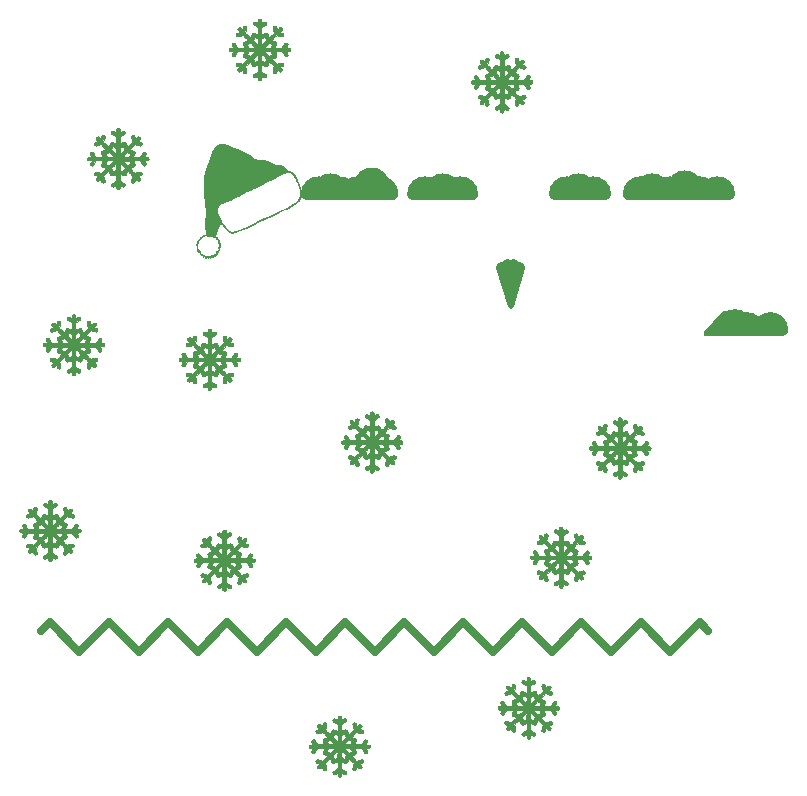
<source format=gbr>
%TF.GenerationSoftware,KiCad,Pcbnew,(5.1.10)-1*%
%TF.CreationDate,2021-10-17T17:11:57+02:00*%
%TF.ProjectId,TVZ_kuglica,54565a5f-6b75-4676-9c69-63612e6b6963,rev?*%
%TF.SameCoordinates,Original*%
%TF.FileFunction,Legend,Top*%
%TF.FilePolarity,Positive*%
%FSLAX46Y46*%
G04 Gerber Fmt 4.6, Leading zero omitted, Abs format (unit mm)*
G04 Created by KiCad (PCBNEW (5.1.10)-1) date 2021-10-17 17:11:57*
%MOMM*%
%LPD*%
G01*
G04 APERTURE LIST*
%ADD10C,0.100000*%
%ADD11C,0.500000*%
%ADD12C,1.000000*%
%ADD13C,0.120000*%
%ADD14C,0.700000*%
%ADD15C,0.010000*%
G04 APERTURE END LIST*
D10*
G36*
X167600000Y-94700000D02*
G01*
X164900000Y-94700000D01*
X164900000Y-94450000D01*
X166450000Y-92650000D01*
X167050000Y-92650000D01*
X167600000Y-94700000D01*
G37*
X167600000Y-94700000D02*
X164900000Y-94700000D01*
X164900000Y-94450000D01*
X166450000Y-92650000D01*
X167050000Y-92650000D01*
X167600000Y-94700000D01*
D11*
X148750000Y-91250000D02*
G75*
G03*
X148750000Y-91250000I-250000J0D01*
G01*
X148750000Y-90500000D02*
G75*
G03*
X148750000Y-90500000I-250000J0D01*
G01*
X148750000Y-90000000D02*
G75*
G03*
X148750000Y-90000000I-250000J0D01*
G01*
X148250000Y-89500000D02*
G75*
G03*
X148250000Y-89500000I-250000J0D01*
G01*
X149250000Y-89500000D02*
G75*
G03*
X149250000Y-89500000I-250000J0D01*
G01*
X148750000Y-89500000D02*
G75*
G03*
X148750000Y-89500000I-250000J0D01*
G01*
X149500000Y-89000000D02*
G75*
G03*
X149500000Y-89000000I-250000J0D01*
G01*
X149000000Y-88750000D02*
G75*
G03*
X149000000Y-88750000I-250000J0D01*
G01*
X148500000Y-88750000D02*
G75*
G03*
X148500000Y-88750000I-250000J0D01*
G01*
X148000000Y-89000000D02*
G75*
G03*
X148000000Y-89000000I-250000J0D01*
G01*
X148500000Y-92250000D02*
X149500000Y-89000000D01*
X147500000Y-89000000D02*
X148500000Y-92250000D01*
D12*
X168500000Y-94000000D02*
X166500000Y-94000000D01*
X166500000Y-94000000D02*
G75*
G02*
X168500000Y-94000000I1000000J0D01*
G01*
X169500000Y-94250000D02*
X167500000Y-94250000D01*
X167500000Y-94250000D02*
G75*
G02*
X169500000Y-94250000I1000000J0D01*
G01*
X171500000Y-94250000D02*
X169500000Y-94250000D01*
X169500000Y-94250000D02*
G75*
G02*
X171500000Y-94250000I1000000J0D01*
G01*
X161500000Y-82500000D02*
X159500000Y-82500000D01*
X159500000Y-82500000D02*
G75*
G02*
X161500000Y-82500000I1000000J0D01*
G01*
X164250000Y-82250000D02*
X162250000Y-82250000D01*
X162250000Y-82250000D02*
G75*
G02*
X164250000Y-82250000I1000000J0D01*
G01*
X167000000Y-82750000D02*
X165000000Y-82750000D01*
X165000000Y-82750000D02*
G75*
G02*
X167000000Y-82750000I1000000J0D01*
G01*
X165500000Y-82750000D02*
X163500000Y-82750000D01*
X163500000Y-82750000D02*
G75*
G02*
X165500000Y-82750000I1000000J0D01*
G01*
X163000000Y-82750000D02*
X161000000Y-82750000D01*
X161000000Y-82750000D02*
G75*
G02*
X163000000Y-82750000I1000000J0D01*
G01*
X167000000Y-82750000D02*
X158500000Y-82750000D01*
X158500000Y-82750000D02*
G75*
G02*
X160500000Y-82750000I1000000J0D01*
G01*
X155250000Y-82500000D02*
X153250000Y-82500000D01*
X153250000Y-82500000D02*
G75*
G02*
X155250000Y-82500000I1000000J0D01*
G01*
X155250000Y-82750000D02*
X153250000Y-82750000D01*
X153250000Y-82750000D02*
G75*
G02*
X155250000Y-82750000I1000000J0D01*
G01*
X156500000Y-82750000D02*
X154500000Y-82750000D01*
X154500000Y-82750000D02*
G75*
G02*
X156500000Y-82750000I1000000J0D01*
G01*
X154250000Y-82750000D02*
X152250000Y-82750000D01*
X152250000Y-82750000D02*
G75*
G02*
X154250000Y-82750000I1000000J0D01*
G01*
X143750000Y-82750000D02*
X141750000Y-82750000D01*
X141750000Y-82750000D02*
G75*
G02*
X143750000Y-82750000I1000000J0D01*
G01*
X143750000Y-82500000D02*
X141750000Y-82500000D01*
X141750000Y-82500000D02*
G75*
G02*
X143750000Y-82500000I1000000J0D01*
G01*
X145250000Y-82750000D02*
X143250000Y-82750000D01*
X143250000Y-82750000D02*
G75*
G02*
X145250000Y-82750000I1000000J0D01*
G01*
X142250000Y-82750000D02*
X140250000Y-82750000D01*
X140250000Y-82750000D02*
G75*
G02*
X142250000Y-82750000I1000000J0D01*
G01*
X137750000Y-82000000D02*
X135750000Y-82000000D01*
X135750000Y-82000000D02*
G75*
G02*
X137750000Y-82000000I1000000J0D01*
G01*
X138500000Y-82750000D02*
X136500000Y-82750000D01*
X136500000Y-82750000D02*
G75*
G02*
X138500000Y-82750000I1000000J0D01*
G01*
X136500000Y-82750000D02*
X134500000Y-82750000D01*
X134500000Y-82750000D02*
G75*
G02*
X136500000Y-82750000I1000000J0D01*
G01*
X134250000Y-82500000D02*
X132250000Y-82500000D01*
X132250000Y-82500000D02*
G75*
G02*
X134250000Y-82500000I1000000J0D01*
G01*
X135000000Y-82750000D02*
X133000000Y-82750000D01*
X133000000Y-82750000D02*
G75*
G02*
X135000000Y-82750000I1000000J0D01*
G01*
X133250000Y-82750000D02*
X131250000Y-82750000D01*
X131250000Y-82750000D02*
G75*
G02*
X133250000Y-82750000I1000000J0D01*
G01*
D13*
X122580000Y-86200000D02*
X122730000Y-86210000D01*
X122510000Y-86260000D02*
X122580000Y-86200000D01*
X122370000Y-86290000D02*
X122510000Y-86260000D01*
X122400000Y-86340000D02*
X122370000Y-86290000D01*
X122220000Y-86430000D02*
X122400000Y-86340000D01*
X122230000Y-86480000D02*
X122220000Y-86430000D01*
X122130000Y-86590000D02*
X122230000Y-86480000D01*
X122030000Y-86700000D02*
X122130000Y-86590000D01*
X121980000Y-86800000D02*
X122030000Y-86700000D01*
X121950000Y-86980000D02*
X121980000Y-86800000D01*
X121870000Y-87040000D02*
X121950000Y-86980000D01*
X121940000Y-87090000D02*
X121870000Y-87040000D01*
X121910000Y-87220000D02*
X121940000Y-87090000D01*
X121950000Y-87330000D02*
X121910000Y-87220000D01*
X122070000Y-87390000D02*
X121950000Y-87330000D01*
X121970000Y-87580000D02*
X122070000Y-87390000D01*
X122110000Y-87520000D02*
X121970000Y-87580000D01*
X122060000Y-87660000D02*
X122110000Y-87520000D01*
X122180000Y-87610000D02*
X122060000Y-87660000D01*
X122210000Y-87780000D02*
X122180000Y-87610000D01*
X122310000Y-87860000D02*
X122210000Y-87780000D01*
X122450000Y-87920000D02*
X122310000Y-87860000D01*
X122500000Y-88070000D02*
X122450000Y-87920000D01*
X122580000Y-87960000D02*
X122500000Y-88070000D01*
X122640000Y-88060000D02*
X122580000Y-87960000D01*
X122720000Y-88140000D02*
X122640000Y-88060000D01*
X122810000Y-88030000D02*
X122720000Y-88140000D01*
X122890000Y-88130000D02*
X122810000Y-88030000D01*
X122930000Y-88030000D02*
X122890000Y-88130000D01*
X123050000Y-88100000D02*
X122930000Y-88030000D01*
X123070000Y-88000000D02*
X123050000Y-88100000D01*
X123170000Y-88040000D02*
X123070000Y-88000000D01*
X123170000Y-87930000D02*
X123170000Y-88040000D01*
X123290000Y-87930000D02*
X123170000Y-87930000D01*
X123410000Y-87930000D02*
X123290000Y-87930000D01*
X123420000Y-87850000D02*
X123410000Y-87930000D01*
X123480000Y-87840000D02*
X123420000Y-87850000D01*
X123580000Y-87850000D02*
X123480000Y-87840000D01*
X123540000Y-87740000D02*
X123580000Y-87850000D01*
X123600000Y-87700000D02*
X123540000Y-87740000D01*
X123600000Y-87570000D02*
X123600000Y-87700000D01*
X123700000Y-87630000D02*
X123600000Y-87570000D01*
X123710000Y-87560000D02*
X123700000Y-87630000D01*
X123760000Y-87470000D02*
X123710000Y-87560000D01*
X123830000Y-87460000D02*
X123760000Y-87470000D01*
X123790000Y-87400000D02*
X123830000Y-87460000D01*
X123720000Y-87230000D02*
X123790000Y-87400000D01*
X123840000Y-87240000D02*
X123720000Y-87230000D01*
X123800000Y-87170000D02*
X123840000Y-87240000D01*
X123790000Y-87080000D02*
X123800000Y-87170000D01*
X123840000Y-87070000D02*
X123790000Y-87080000D01*
X123830000Y-86990000D02*
X123840000Y-87070000D01*
X123890000Y-86930000D02*
X123830000Y-86990000D01*
X123820000Y-86910000D02*
X123890000Y-86930000D01*
X123780000Y-86850000D02*
X123820000Y-86910000D01*
X123780000Y-86780000D02*
X123780000Y-86850000D01*
X123770000Y-86690000D02*
X123780000Y-86780000D01*
X123750000Y-86600000D02*
X123770000Y-86690000D01*
X123640000Y-86540000D02*
X123750000Y-86600000D01*
X123600000Y-86440000D02*
X123640000Y-86540000D01*
X123460000Y-86370000D02*
X123600000Y-86440000D01*
X123390000Y-86340000D02*
X123460000Y-86370000D01*
X123340000Y-86270000D02*
X123390000Y-86340000D01*
X123200000Y-86320000D02*
X123340000Y-86270000D01*
X123130000Y-86250000D02*
X123200000Y-86320000D01*
X123000000Y-86290000D02*
X123130000Y-86250000D01*
X122910000Y-86220000D02*
X123000000Y-86290000D01*
X122810000Y-86260000D02*
X122910000Y-86220000D01*
X122730000Y-86210000D02*
X122810000Y-86260000D01*
X122720000Y-86030000D02*
X122730000Y-86210000D01*
X122670000Y-85810000D02*
X122720000Y-86030000D01*
X122620000Y-85530000D02*
X122670000Y-85810000D01*
X122590000Y-85350000D02*
X122620000Y-85530000D01*
X122590000Y-85180000D02*
X122590000Y-85350000D01*
X122630000Y-84940000D02*
X122590000Y-85180000D01*
X122670000Y-84740000D02*
X122630000Y-84940000D01*
X122720000Y-84480000D02*
X122670000Y-84740000D01*
X122720000Y-84250000D02*
X122720000Y-84480000D01*
X122690000Y-84000000D02*
X122720000Y-84250000D01*
X122640000Y-83640000D02*
X122690000Y-84000000D01*
X122600000Y-83330000D02*
X122640000Y-83640000D01*
X122580000Y-82850000D02*
X122600000Y-83330000D01*
X122560000Y-82680000D02*
X122580000Y-82850000D01*
X122540000Y-82310000D02*
X122560000Y-82680000D01*
X122530000Y-82090000D02*
X122540000Y-82310000D01*
X122540000Y-81690000D02*
X122530000Y-82090000D01*
X122540000Y-81500000D02*
X122540000Y-81690000D01*
X122580000Y-81200000D02*
X122540000Y-81500000D01*
X122620000Y-80950000D02*
X122580000Y-81200000D01*
X122750000Y-80570000D02*
X122620000Y-80950000D01*
X122850000Y-80310000D02*
X122750000Y-80570000D01*
X122990000Y-79910000D02*
X122850000Y-80310000D01*
X123060000Y-79720000D02*
X122990000Y-79910000D01*
X123150000Y-79450000D02*
X123060000Y-79720000D01*
X123250000Y-79220000D02*
X123150000Y-79450000D01*
X123340000Y-79050000D02*
X123250000Y-79220000D01*
X123460000Y-78880000D02*
X123340000Y-79050000D01*
X123560000Y-78770000D02*
X123460000Y-78880000D01*
X123650000Y-78660000D02*
X123560000Y-78770000D01*
X123780000Y-78580000D02*
X123650000Y-78660000D01*
X123880000Y-78520000D02*
X123780000Y-78580000D01*
X123970000Y-78500000D02*
X123880000Y-78520000D01*
X124060000Y-78500000D02*
X123970000Y-78500000D01*
X124210000Y-78530000D02*
X124060000Y-78500000D01*
X124430000Y-78610000D02*
X124210000Y-78530000D01*
X124600000Y-78680000D02*
X124430000Y-78610000D01*
X124800000Y-78760000D02*
X124600000Y-78680000D01*
X125000000Y-78850000D02*
X124800000Y-78760000D01*
X125320000Y-78960000D02*
X125000000Y-78850000D01*
X125530000Y-79050000D02*
X125320000Y-78960000D01*
X125780000Y-79150000D02*
X125530000Y-79050000D01*
X126010000Y-79280000D02*
X125780000Y-79150000D01*
X126220000Y-79380000D02*
X126010000Y-79280000D01*
X126380000Y-79470000D02*
X126220000Y-79380000D01*
X126490000Y-79540000D02*
X126380000Y-79470000D01*
X126620000Y-79700000D02*
X126490000Y-79540000D01*
X126690000Y-79770000D02*
X126620000Y-79700000D01*
X126770000Y-79800000D02*
X126690000Y-79770000D01*
X126900000Y-79830000D02*
X126770000Y-79800000D01*
X127020000Y-79860000D02*
X126900000Y-79830000D01*
X127180000Y-79870000D02*
X127020000Y-79860000D01*
X127380000Y-79870000D02*
X127180000Y-79870000D01*
X127490000Y-79870000D02*
X127380000Y-79870000D01*
X128160000Y-80090000D02*
X127490000Y-79870000D01*
X128280000Y-80150000D02*
X128160000Y-80090000D01*
X128400000Y-80220000D02*
X128280000Y-80150000D01*
X128520000Y-80290000D02*
X128400000Y-80220000D01*
X128640000Y-80290000D02*
X128520000Y-80290000D01*
X128950000Y-80300000D02*
X128640000Y-80290000D01*
X129080000Y-80330000D02*
X128950000Y-80300000D01*
X129260000Y-80420000D02*
X129080000Y-80330000D01*
X129340000Y-80460000D02*
X129260000Y-80420000D01*
X129410000Y-80550000D02*
X129340000Y-80460000D01*
X129470000Y-80620000D02*
X129410000Y-80550000D01*
X129520000Y-80730000D02*
X129470000Y-80620000D01*
X129560000Y-80840000D02*
X129520000Y-80730000D01*
X123950000Y-85100000D02*
X124040000Y-85250000D01*
X123870000Y-84920000D02*
X123950000Y-85100000D01*
X123820000Y-84800000D02*
X123870000Y-84920000D01*
X123740000Y-84640000D02*
X123820000Y-84800000D01*
X123680000Y-84500000D02*
X123740000Y-84640000D01*
X123640000Y-84390000D02*
X123680000Y-84500000D01*
X123620000Y-84260000D02*
X123640000Y-84390000D01*
X123610000Y-84110000D02*
X123620000Y-84260000D01*
X123610000Y-83950000D02*
X123610000Y-84110000D01*
X123620000Y-83870000D02*
X123610000Y-83950000D01*
X123670000Y-83770000D02*
X123620000Y-83870000D01*
X123700000Y-83690000D02*
X123670000Y-83770000D01*
X123760000Y-83600000D02*
X123700000Y-83690000D01*
X123860000Y-83530000D02*
X123760000Y-83600000D01*
X123980000Y-83470000D02*
X123860000Y-83530000D01*
X124170000Y-83390000D02*
X123980000Y-83470000D01*
X124520000Y-83280000D02*
X124170000Y-83390000D01*
X124990000Y-83080000D02*
X124520000Y-83280000D01*
X125190000Y-82960000D02*
X124990000Y-83080000D01*
X125440000Y-82820000D02*
X125190000Y-82960000D01*
X125640000Y-82710000D02*
X125440000Y-82820000D01*
X125960000Y-82520000D02*
X125640000Y-82710000D01*
X126160000Y-82450000D02*
X125960000Y-82520000D01*
X126380000Y-82340000D02*
X126160000Y-82450000D01*
X126590000Y-82260000D02*
X126380000Y-82340000D01*
X126870000Y-82130000D02*
X126590000Y-82260000D01*
X127080000Y-82040000D02*
X126870000Y-82130000D01*
X127280000Y-81920000D02*
X127080000Y-82040000D01*
X127520000Y-81790000D02*
X127280000Y-81920000D01*
X127730000Y-81690000D02*
X127520000Y-81790000D01*
X127960000Y-81590000D02*
X127730000Y-81690000D01*
X128160000Y-81490000D02*
X127960000Y-81590000D01*
X128370000Y-81370000D02*
X128160000Y-81490000D01*
X128560000Y-81270000D02*
X128370000Y-81370000D01*
X128750000Y-81150000D02*
X128560000Y-81270000D01*
X128860000Y-81100000D02*
X128750000Y-81150000D01*
X128940000Y-81040000D02*
X128860000Y-81100000D01*
X129060000Y-81010000D02*
X128940000Y-81040000D01*
X129140000Y-80960000D02*
X129060000Y-81010000D01*
X129250000Y-80930000D02*
X129140000Y-80960000D01*
X129360000Y-80890000D02*
X129250000Y-80930000D01*
X129450000Y-80860000D02*
X129360000Y-80890000D01*
X129560000Y-80830000D02*
X129450000Y-80860000D01*
X129630000Y-80830000D02*
X129560000Y-80830000D01*
X129760000Y-80840000D02*
X129630000Y-80830000D01*
X129850000Y-80870000D02*
X129760000Y-80840000D01*
X129910000Y-80910000D02*
X129850000Y-80870000D01*
X130000000Y-80960000D02*
X129910000Y-80910000D01*
X130080000Y-81040000D02*
X130000000Y-80960000D01*
X130130000Y-81080000D02*
X130080000Y-81040000D01*
X130210000Y-81210000D02*
X130130000Y-81080000D01*
X130290000Y-81370000D02*
X130210000Y-81210000D01*
X130380000Y-81580000D02*
X130290000Y-81370000D01*
X130430000Y-81680000D02*
X130380000Y-81580000D01*
X130500000Y-81870000D02*
X130430000Y-81680000D01*
X130570000Y-82020000D02*
X130500000Y-81870000D01*
X130620000Y-82170000D02*
X130570000Y-82020000D01*
X130690000Y-82340000D02*
X130620000Y-82170000D01*
X130710000Y-82510000D02*
X130690000Y-82340000D01*
X130720000Y-82700000D02*
X130710000Y-82510000D01*
X130700000Y-82870000D02*
X130720000Y-82700000D01*
X130660000Y-83030000D02*
X130700000Y-82870000D01*
X130610000Y-83140000D02*
X130660000Y-83030000D01*
X130540000Y-83240000D02*
X130610000Y-83140000D01*
X130390000Y-83410000D02*
X130540000Y-83240000D01*
X130190000Y-83550000D02*
X130390000Y-83410000D01*
X129940000Y-83700000D02*
X130190000Y-83550000D01*
X129810000Y-83800000D02*
X129940000Y-83700000D01*
X129590000Y-83920000D02*
X129810000Y-83800000D01*
X129380000Y-84010000D02*
X129590000Y-83920000D01*
X129150000Y-84120000D02*
X129380000Y-84010000D01*
X128860000Y-84240000D02*
X129150000Y-84120000D01*
X128570000Y-84410000D02*
X128860000Y-84240000D01*
X128300000Y-84560000D02*
X128570000Y-84410000D01*
X128000000Y-84680000D02*
X128300000Y-84560000D01*
X127730000Y-84800000D02*
X128000000Y-84680000D01*
X127390000Y-84930000D02*
X127730000Y-84800000D01*
X127210000Y-85010000D02*
X127390000Y-84930000D01*
X126980000Y-85120000D02*
X127210000Y-85010000D01*
X126850000Y-85220000D02*
X126980000Y-85120000D01*
X126580000Y-85360000D02*
X126850000Y-85220000D01*
X126300000Y-85500000D02*
X126580000Y-85360000D01*
X125990000Y-85630000D02*
X126300000Y-85500000D01*
X125630000Y-85760000D02*
X125990000Y-85630000D01*
X125370000Y-85860000D02*
X125630000Y-85760000D01*
X125230000Y-85910000D02*
X125370000Y-85860000D01*
X125100000Y-85950000D02*
X125230000Y-85910000D01*
X124940000Y-85970000D02*
X125100000Y-85950000D01*
X124840000Y-85980000D02*
X124940000Y-85970000D01*
X124750000Y-85960000D02*
X124840000Y-85980000D01*
X124660000Y-85930000D02*
X124750000Y-85960000D01*
X124610000Y-85890000D02*
X124660000Y-85930000D01*
X124520000Y-85820000D02*
X124610000Y-85890000D01*
X124430000Y-85730000D02*
X124520000Y-85820000D01*
X124350000Y-85640000D02*
X124430000Y-85730000D01*
X124250000Y-85520000D02*
X124350000Y-85640000D01*
X124160000Y-85410000D02*
X124250000Y-85520000D01*
X124110000Y-85330000D02*
X124160000Y-85410000D01*
X124040000Y-85250000D02*
X124110000Y-85330000D01*
X123990000Y-85220000D02*
X124040000Y-85250000D01*
X123940000Y-85240000D02*
X123990000Y-85220000D01*
X123880000Y-85310000D02*
X123940000Y-85240000D01*
X123830000Y-85390000D02*
X123880000Y-85310000D01*
X123770000Y-85460000D02*
X123830000Y-85390000D01*
X123720000Y-85590000D02*
X123770000Y-85460000D01*
X123660000Y-85730000D02*
X123720000Y-85590000D01*
X123610000Y-85880000D02*
X123660000Y-85730000D01*
X123570000Y-85990000D02*
X123610000Y-85880000D01*
X123530000Y-86110000D02*
X123570000Y-85990000D01*
X123480000Y-86220000D02*
X123530000Y-86110000D01*
X123390000Y-86330000D02*
X123480000Y-86220000D01*
D14*
X157000000Y-121500000D02*
X154500000Y-119000000D01*
X122000000Y-121500000D02*
X119500000Y-119000000D01*
X117000000Y-121500000D02*
X114500000Y-119000000D01*
X129500000Y-119000000D02*
X127000000Y-121500000D01*
X137000000Y-121500000D02*
X134500000Y-119000000D01*
X112000000Y-121500000D02*
X109500000Y-119000000D01*
X139500000Y-119000000D02*
X137000000Y-121500000D01*
X134500000Y-119000000D02*
X132000000Y-121500000D01*
X152000000Y-121500000D02*
X149500000Y-119000000D01*
X109500000Y-119000000D02*
X108750000Y-119750000D01*
X147000000Y-121500000D02*
X144500000Y-119000000D01*
X154500000Y-119000000D02*
X152000000Y-121500000D01*
X165250000Y-119750000D02*
X164500000Y-119000000D01*
X127000000Y-121500000D02*
X124500000Y-119000000D01*
X162000000Y-121500000D02*
X159500000Y-119000000D01*
X114500000Y-119000000D02*
X112000000Y-121500000D01*
X159500000Y-119000000D02*
X157000000Y-121500000D01*
X149500000Y-119000000D02*
X147000000Y-121500000D01*
X119500000Y-119000000D02*
X117000000Y-121500000D01*
X142000000Y-121500000D02*
X139500000Y-119000000D01*
X124500000Y-119000000D02*
X122000000Y-121500000D01*
X144500000Y-119000000D02*
X142000000Y-121500000D01*
X132000000Y-121500000D02*
X129500000Y-119000000D01*
X164500000Y-119000000D02*
X162000000Y-121500000D01*
D15*
%TO.C,G\u002A\u002A\u002A*%
G36*
X123864472Y-78506910D02*
G01*
X123940429Y-78483644D01*
X124018597Y-78472993D01*
X124100620Y-78475029D01*
X124188149Y-78489824D01*
X124282833Y-78517453D01*
X124308082Y-78526472D01*
X124335211Y-78537002D01*
X124374246Y-78552862D01*
X124422578Y-78572958D01*
X124477596Y-78596192D01*
X124536691Y-78621468D01*
X124597253Y-78647690D01*
X124612902Y-78654520D01*
X124674547Y-78680806D01*
X124747696Y-78710890D01*
X124828844Y-78743397D01*
X124914488Y-78776952D01*
X125001122Y-78810180D01*
X125085240Y-78841706D01*
X125153485Y-78866619D01*
X125228449Y-78893697D01*
X125295129Y-78918137D01*
X125355384Y-78940767D01*
X125411069Y-78962415D01*
X125464041Y-78983912D01*
X125516159Y-79006083D01*
X125569278Y-79029759D01*
X125625255Y-79055767D01*
X125685949Y-79084936D01*
X125753215Y-79118095D01*
X125828910Y-79156071D01*
X125914893Y-79199694D01*
X126013019Y-79249792D01*
X126017361Y-79252013D01*
X126112984Y-79301046D01*
X126195665Y-79343830D01*
X126266669Y-79381207D01*
X126327257Y-79414020D01*
X126378691Y-79443111D01*
X126422235Y-79469321D01*
X126459150Y-79493494D01*
X126490698Y-79516471D01*
X126518142Y-79539095D01*
X126542744Y-79562210D01*
X126565768Y-79586654D01*
X126588474Y-79613274D01*
X126612126Y-79642908D01*
X126621727Y-79655269D01*
X126647551Y-79687856D01*
X126671859Y-79717066D01*
X126692070Y-79739892D01*
X126705602Y-79753326D01*
X126706494Y-79754042D01*
X126723904Y-79762735D01*
X126751896Y-79771725D01*
X126785292Y-79779431D01*
X126795914Y-79781310D01*
X126838471Y-79789493D01*
X126886259Y-79800555D01*
X126929502Y-79812219D01*
X126932655Y-79813165D01*
X126980282Y-79826952D01*
X127022207Y-79837221D01*
X127061868Y-79844292D01*
X127102708Y-79848490D01*
X127148167Y-79850134D01*
X127201685Y-79849548D01*
X127266705Y-79847054D01*
X127285189Y-79846169D01*
X127384177Y-79843070D01*
X127472198Y-79844619D01*
X127553646Y-79851441D01*
X127632911Y-79864161D01*
X127714386Y-79883407D01*
X127802461Y-79909805D01*
X127854720Y-79927396D01*
X127934328Y-79956947D01*
X128011780Y-79989944D01*
X128090582Y-80028087D01*
X128174242Y-80073082D01*
X128266266Y-80126629D01*
X128271135Y-80129553D01*
X128335657Y-80167971D01*
X128389552Y-80198678D01*
X128435588Y-80222482D01*
X128476533Y-80240191D01*
X128515156Y-80252611D01*
X128554223Y-80260550D01*
X128596506Y-80264817D01*
X128644770Y-80266219D01*
X128701785Y-80265563D01*
X128734425Y-80264717D01*
X128785492Y-80263926D01*
X128837337Y-80264260D01*
X128885159Y-80265616D01*
X128924158Y-80267886D01*
X128937962Y-80269225D01*
X128986229Y-80277852D01*
X129042541Y-80292633D01*
X129102048Y-80311877D01*
X129159900Y-80333891D01*
X129211249Y-80356986D01*
X129247977Y-80377349D01*
X129327518Y-80437389D01*
X129398538Y-80510517D01*
X129460519Y-80596119D01*
X129512950Y-80693577D01*
X129514685Y-80697369D01*
X129535178Y-80740046D01*
X129551151Y-80767946D01*
X129562823Y-80781447D01*
X129564274Y-80782281D01*
X129577335Y-80785111D01*
X129602652Y-80787968D01*
X129636608Y-80790521D01*
X129675586Y-80792443D01*
X129676631Y-80792482D01*
X129764632Y-80801141D01*
X129844738Y-80821057D01*
X129919249Y-80853284D01*
X129990463Y-80898878D01*
X130060680Y-80958894D01*
X130079513Y-80977453D01*
X130110182Y-81010335D01*
X130142318Y-81047785D01*
X130170267Y-81083131D01*
X130177199Y-81092623D01*
X130207821Y-81139913D01*
X130242445Y-81200994D01*
X130280406Y-81274482D01*
X130321033Y-81358997D01*
X130363658Y-81453157D01*
X130407611Y-81555581D01*
X130442979Y-81641787D01*
X130469890Y-81708525D01*
X130498977Y-81780411D01*
X130528562Y-81853314D01*
X130556967Y-81923103D01*
X130582514Y-81985650D01*
X130600035Y-82028349D01*
X130642127Y-82133524D01*
X130676833Y-82227236D01*
X130704684Y-82311785D01*
X130726208Y-82389468D01*
X130741935Y-82462585D01*
X130752394Y-82533435D01*
X130758113Y-82604318D01*
X130759621Y-82677531D01*
X130758879Y-82718604D01*
X130751970Y-82809673D01*
X130737213Y-82901866D01*
X130715595Y-82991233D01*
X130688101Y-83073823D01*
X130655723Y-83145688D01*
X130649012Y-83157960D01*
X130605655Y-83224038D01*
X130549264Y-83293218D01*
X130481904Y-83363701D01*
X130405641Y-83433684D01*
X130322538Y-83501368D01*
X130234661Y-83564951D01*
X130144074Y-83622633D01*
X130067303Y-83665257D01*
X130010917Y-83695403D01*
X129965275Y-83722359D01*
X129926313Y-83748661D01*
X129895085Y-83772661D01*
X129864028Y-83797531D01*
X129833388Y-83821548D01*
X129807917Y-83841007D01*
X129798740Y-83847773D01*
X129768823Y-83866457D01*
X129725316Y-83889421D01*
X129669713Y-83915999D01*
X129603507Y-83945528D01*
X129528194Y-83977342D01*
X129445269Y-84010777D01*
X129356224Y-84045168D01*
X129348173Y-84048207D01*
X129234728Y-84091963D01*
X129133488Y-84133342D01*
X129041266Y-84173856D01*
X128954880Y-84215017D01*
X128871142Y-84258338D01*
X128786865Y-84305333D01*
X128706421Y-84352929D01*
X128652787Y-84385062D01*
X128603236Y-84413876D01*
X128554801Y-84440954D01*
X128504514Y-84467873D01*
X128449410Y-84496214D01*
X128386521Y-84527556D01*
X128312881Y-84563479D01*
X128292477Y-84573345D01*
X128233462Y-84601697D01*
X128178196Y-84627895D01*
X128125048Y-84652634D01*
X128072385Y-84676612D01*
X128018576Y-84700525D01*
X127961987Y-84725073D01*
X127900987Y-84750950D01*
X127833943Y-84778854D01*
X127759222Y-84809485D01*
X127675193Y-84843536D01*
X127580224Y-84881707D01*
X127472681Y-84924694D01*
X127430673Y-84941443D01*
X127342290Y-84976920D01*
X127266384Y-85008118D01*
X127200543Y-85036270D01*
X127142355Y-85062611D01*
X127089411Y-85088373D01*
X127039298Y-85114790D01*
X126989608Y-85143097D01*
X126937926Y-85174525D01*
X126881843Y-85210309D01*
X126818948Y-85251682D01*
X126801338Y-85263403D01*
X126743507Y-85300876D01*
X126685719Y-85335921D01*
X126626221Y-85369355D01*
X126563265Y-85401997D01*
X126495103Y-85434661D01*
X126419983Y-85468165D01*
X126336155Y-85503327D01*
X126241871Y-85540965D01*
X126135380Y-85581892D01*
X126053364Y-85612668D01*
X125983224Y-85638825D01*
X125920410Y-85662372D01*
X125862688Y-85684184D01*
X125807821Y-85705136D01*
X125753577Y-85726097D01*
X125697718Y-85747946D01*
X125638011Y-85771551D01*
X125572219Y-85797789D01*
X125498109Y-85827533D01*
X125413446Y-85861656D01*
X125331074Y-85894932D01*
X125239438Y-85931059D01*
X125160176Y-85960168D01*
X125091632Y-85982663D01*
X125032151Y-85998954D01*
X124980074Y-86009443D01*
X124933745Y-86014540D01*
X124891506Y-86014648D01*
X124857264Y-86011073D01*
X124789788Y-85993375D01*
X124718175Y-85960396D01*
X124642465Y-85912171D01*
X124562700Y-85848737D01*
X124478918Y-85770127D01*
X124391162Y-85676376D01*
X124299472Y-85567519D01*
X124209162Y-85450690D01*
X124159057Y-85383797D01*
X124117071Y-85328994D01*
X124082082Y-85285461D01*
X124052973Y-85252373D01*
X124028626Y-85228913D01*
X124007923Y-85214255D01*
X123989745Y-85207580D01*
X123972973Y-85208065D01*
X123956492Y-85214888D01*
X123939179Y-85227229D01*
X123923604Y-85240866D01*
X123896544Y-85270183D01*
X123865102Y-85311833D01*
X123830745Y-85363393D01*
X123794944Y-85422437D01*
X123759167Y-85486541D01*
X123724884Y-85553282D01*
X123693564Y-85620237D01*
X123693244Y-85620960D01*
X123678976Y-85655767D01*
X123661695Y-85701967D01*
X123642757Y-85755689D01*
X123623517Y-85813066D01*
X123605334Y-85870227D01*
X123601722Y-85882021D01*
X123575092Y-85966180D01*
X123550127Y-86037203D01*
X123525725Y-86097590D01*
X123500787Y-86149840D01*
X123474214Y-86196449D01*
X123444904Y-86239917D01*
X123442902Y-86242660D01*
X123420832Y-86275247D01*
X123409957Y-86297673D01*
X123409493Y-86309874D01*
X123421071Y-86322438D01*
X123438395Y-86331348D01*
X123453700Y-86332776D01*
X123454978Y-86332290D01*
X123470736Y-86332638D01*
X123488646Y-86343239D01*
X123503044Y-86360525D01*
X123504596Y-86363568D01*
X123513555Y-86376496D01*
X123529254Y-86387962D01*
X123554981Y-86399994D01*
X123577974Y-86408836D01*
X123606744Y-86420577D01*
X123628268Y-86431607D01*
X123639212Y-86440133D01*
X123639924Y-86442202D01*
X123635722Y-86456434D01*
X123628386Y-86473204D01*
X123621850Y-86490291D01*
X123621116Y-86500756D01*
X123629462Y-86506725D01*
X123648861Y-86516626D01*
X123675585Y-86528600D01*
X123683992Y-86532120D01*
X123714311Y-86545197D01*
X123733480Y-86555728D01*
X123745260Y-86566612D01*
X123753414Y-86580748D01*
X123756516Y-86587995D01*
X123768425Y-86612395D01*
X123781637Y-86633066D01*
X123784225Y-86636236D01*
X123793483Y-86650170D01*
X123790222Y-86661723D01*
X123783731Y-86669093D01*
X123775475Y-86684087D01*
X123777281Y-86703455D01*
X123789796Y-86729112D01*
X123813665Y-86762977D01*
X123816676Y-86766858D01*
X123834086Y-86793490D01*
X123838076Y-86813553D01*
X123828303Y-86829481D01*
X123805916Y-86843015D01*
X123789059Y-86853048D01*
X123781509Y-86861975D01*
X123781667Y-86863839D01*
X123790288Y-86870074D01*
X123810158Y-86879979D01*
X123837607Y-86891791D01*
X123849435Y-86896478D01*
X123878490Y-86908066D01*
X123901130Y-86917739D01*
X123913838Y-86923968D01*
X123915357Y-86925157D01*
X123910360Y-86931232D01*
X123895621Y-86942451D01*
X123884361Y-86949953D01*
X123859497Y-86969502D01*
X123846955Y-86990618D01*
X123845618Y-87017138D01*
X123854373Y-87052905D01*
X123854411Y-87053026D01*
X123862028Y-87078120D01*
X123863943Y-87092616D01*
X123859587Y-87100939D01*
X123848395Y-87107511D01*
X123847356Y-87108012D01*
X123837082Y-87113654D01*
X123831712Y-87120630D01*
X123830997Y-87132492D01*
X123834688Y-87152794D01*
X123842081Y-87183269D01*
X123849211Y-87213761D01*
X123854093Y-87238373D01*
X123855957Y-87253060D01*
X123855766Y-87255072D01*
X123847517Y-87257170D01*
X123830082Y-87253902D01*
X123824185Y-87252055D01*
X123803963Y-87245855D01*
X123790434Y-87244470D01*
X123783413Y-87249630D01*
X123782719Y-87263064D01*
X123788168Y-87286501D01*
X123799577Y-87321670D01*
X123812842Y-87359327D01*
X123823698Y-87391938D01*
X123831487Y-87419656D01*
X123835210Y-87438661D01*
X123835072Y-87444304D01*
X123826019Y-87454205D01*
X123807540Y-87466852D01*
X123795320Y-87473565D01*
X123773073Y-87487142D01*
X123757187Y-87503804D01*
X123745952Y-87526883D01*
X123737655Y-87559707D01*
X123731696Y-87597294D01*
X123724890Y-87632266D01*
X123715666Y-87652168D01*
X123703277Y-87657720D01*
X123686971Y-87649637D01*
X123681748Y-87645163D01*
X123664233Y-87631037D01*
X123654435Y-87629296D01*
X123651057Y-87640943D01*
X123652797Y-87666982D01*
X123652859Y-87667512D01*
X123654751Y-87695594D01*
X123651560Y-87709702D01*
X123642361Y-87711177D01*
X123628482Y-87703032D01*
X123619051Y-87697073D01*
X123615955Y-87699537D01*
X123618630Y-87712977D01*
X123622957Y-87728008D01*
X123630241Y-87758700D01*
X123628806Y-87779642D01*
X123616640Y-87795230D01*
X123591730Y-87809858D01*
X123583764Y-87813655D01*
X123541157Y-87833523D01*
X123558135Y-87857216D01*
X123568504Y-87872873D01*
X123568847Y-87880119D01*
X123558748Y-87883176D01*
X123555528Y-87883643D01*
X123537928Y-87884461D01*
X123510385Y-87884004D01*
X123478772Y-87882371D01*
X123477881Y-87882309D01*
X123448307Y-87880406D01*
X123431992Y-87880310D01*
X123426362Y-87882651D01*
X123428843Y-87888057D01*
X123433311Y-87893207D01*
X123452955Y-87915982D01*
X123462761Y-87930648D01*
X123464269Y-87940162D01*
X123460746Y-87945840D01*
X123446057Y-87952679D01*
X123417979Y-87958177D01*
X123378964Y-87962115D01*
X123331458Y-87964270D01*
X123277908Y-87964418D01*
X123260348Y-87964019D01*
X123210779Y-87963435D01*
X123176644Y-87965265D01*
X123157626Y-87969924D01*
X123153409Y-87977831D01*
X123163677Y-87989402D01*
X123188114Y-88005054D01*
X123217418Y-88020675D01*
X123244360Y-88034846D01*
X123265200Y-88046675D01*
X123276363Y-88054104D01*
X123277263Y-88055106D01*
X123274065Y-88062798D01*
X123257993Y-88068424D01*
X123231997Y-88071197D01*
X123216763Y-88071280D01*
X123190211Y-88067466D01*
X123156701Y-88058297D01*
X123123367Y-88045736D01*
X123122518Y-88045361D01*
X123095530Y-88034238D01*
X123074541Y-88027245D01*
X123063290Y-88025580D01*
X123062473Y-88026078D01*
X123062812Y-88036097D01*
X123067517Y-88056287D01*
X123073998Y-88077440D01*
X123081090Y-88101873D01*
X123084148Y-88119553D01*
X123082951Y-88126010D01*
X123073649Y-88124038D01*
X123053090Y-88116467D01*
X123024351Y-88104514D01*
X122991953Y-88090058D01*
X122954024Y-88073441D01*
X122919204Y-88059673D01*
X122889676Y-88049425D01*
X122867625Y-88043366D01*
X122855236Y-88042172D01*
X122854694Y-88046512D01*
X122856517Y-88048405D01*
X122885976Y-88078236D01*
X122901799Y-88100364D01*
X122904059Y-88115096D01*
X122892827Y-88122739D01*
X122873943Y-88123947D01*
X122847726Y-88118867D01*
X122825553Y-88109300D01*
X122805718Y-88098587D01*
X122778454Y-88085732D01*
X122760349Y-88077951D01*
X122726172Y-88067688D01*
X122699043Y-88069182D01*
X122676902Y-88083545D01*
X122657683Y-88111891D01*
X122645053Y-88140169D01*
X122636203Y-88159488D01*
X122628888Y-88170254D01*
X122626785Y-88171130D01*
X122622565Y-88163033D01*
X122616245Y-88143398D01*
X122609081Y-88116204D01*
X122607957Y-88111489D01*
X122597725Y-88073408D01*
X122585557Y-88036442D01*
X122572716Y-88003626D01*
X122560468Y-87977998D01*
X122550077Y-87962594D01*
X122544632Y-87959515D01*
X122536898Y-87966436D01*
X122524156Y-87984120D01*
X122508715Y-88009243D01*
X122502987Y-88019385D01*
X122487868Y-88045946D01*
X122475595Y-88065980D01*
X122468124Y-88076358D01*
X122466947Y-88077116D01*
X122465102Y-88069195D01*
X122463833Y-88049913D01*
X122463450Y-88028616D01*
X122460550Y-87986833D01*
X122450480Y-87954649D01*
X122431087Y-87929258D01*
X122400223Y-87907846D01*
X122355733Y-87887606D01*
X122355412Y-87887479D01*
X122306057Y-87865857D01*
X122268480Y-87843997D01*
X122238758Y-87819330D01*
X122221031Y-87799646D01*
X122208313Y-87782261D01*
X122199293Y-87764211D01*
X122192099Y-87740589D01*
X122184855Y-87706491D01*
X122184273Y-87703453D01*
X122176565Y-87663752D01*
X122170154Y-87637589D01*
X122163105Y-87622961D01*
X122153487Y-87617861D01*
X122139370Y-87620286D01*
X122118820Y-87628230D01*
X122113772Y-87630302D01*
X122088197Y-87640177D01*
X122072937Y-87643661D01*
X122063886Y-87640990D01*
X122057664Y-87633539D01*
X122053785Y-87619458D01*
X122093509Y-87600935D01*
X122100697Y-87599987D01*
X122115934Y-87591839D01*
X122121613Y-87588145D01*
X122142148Y-87576911D01*
X122159282Y-87575716D01*
X122169768Y-87578724D01*
X122185075Y-87586505D01*
X122196183Y-87598882D01*
X122204564Y-87618950D01*
X122211691Y-87649801D01*
X122216216Y-87676264D01*
X122226075Y-87724620D01*
X122239847Y-87761530D01*
X122260163Y-87790244D01*
X122289653Y-87814016D01*
X122330945Y-87836094D01*
X122353558Y-87846123D01*
X122397845Y-87865983D01*
X122429645Y-87882936D01*
X122451622Y-87898826D01*
X122466440Y-87915498D01*
X122474613Y-87929959D01*
X122483519Y-87946981D01*
X122491188Y-87951426D01*
X122502678Y-87945291D01*
X122506464Y-87942541D01*
X122535998Y-87926434D01*
X122561447Y-87924936D01*
X122583276Y-87938326D01*
X122601952Y-87966884D01*
X122617422Y-88009089D01*
X122625374Y-88036227D01*
X122631531Y-88056736D01*
X122634641Y-88066455D01*
X122634716Y-88066632D01*
X122640597Y-88064115D01*
X122652593Y-88053336D01*
X122652948Y-88052974D01*
X122682829Y-88032858D01*
X122718682Y-88027297D01*
X122760021Y-88036342D01*
X122770211Y-88040475D01*
X122794297Y-88050487D01*
X122807161Y-88053757D01*
X122811862Y-88050481D01*
X122811780Y-88043127D01*
X122816305Y-88023162D01*
X122832431Y-88008002D01*
X122848760Y-88002692D01*
X122862100Y-88004607D01*
X122886462Y-88011318D01*
X122918131Y-88021711D01*
X122946644Y-88032082D01*
X122979987Y-88044536D01*
X123007417Y-88054404D01*
X123025828Y-88060596D01*
X123032093Y-88062145D01*
X123031545Y-88055031D01*
X123028177Y-88046454D01*
X123025924Y-88027182D01*
X123031726Y-88005114D01*
X123043055Y-87988067D01*
X123048170Y-87984583D01*
X123062379Y-87983789D01*
X123083783Y-87988328D01*
X123090348Y-87990516D01*
X123109344Y-87996642D01*
X123116645Y-87996091D01*
X123115064Y-87988622D01*
X123114970Y-87988418D01*
X123112586Y-87970622D01*
X123115185Y-87957439D01*
X123126252Y-87942583D01*
X123147723Y-87932858D01*
X123181167Y-87927883D01*
X123228154Y-87927276D01*
X123237810Y-87927587D01*
X123273293Y-87928460D01*
X123310708Y-87928632D01*
X123346178Y-87928174D01*
X123375829Y-87927160D01*
X123395784Y-87925660D01*
X123401460Y-87924567D01*
X123401000Y-87917812D01*
X123394923Y-87907474D01*
X123388587Y-87886863D01*
X123394713Y-87865821D01*
X123411383Y-87850635D01*
X123412398Y-87850169D01*
X123429606Y-87846360D01*
X123454927Y-87844760D01*
X123467346Y-87844975D01*
X123506471Y-87846763D01*
X123515617Y-87821636D01*
X123524647Y-87804066D01*
X123539387Y-87792020D01*
X123559552Y-87782909D01*
X123594341Y-87769311D01*
X123582338Y-87723858D01*
X123576430Y-87688124D01*
X123580583Y-87664148D01*
X123594721Y-87652214D01*
X123601853Y-87650945D01*
X123610812Y-87646678D01*
X123610810Y-87643122D01*
X123610930Y-87629063D01*
X123617606Y-87610150D01*
X123627604Y-87594022D01*
X123633757Y-87588907D01*
X123648052Y-87588402D01*
X123667694Y-87594140D01*
X123668488Y-87594488D01*
X123692381Y-87605122D01*
X123699889Y-87557492D01*
X123712150Y-87509927D01*
X123732506Y-87474895D01*
X123762044Y-87450686D01*
X123770460Y-87446371D01*
X123784171Y-87439459D01*
X123792617Y-87432167D01*
X123795689Y-87421802D01*
X123793274Y-87405669D01*
X123785259Y-87381074D01*
X123771534Y-87345324D01*
X123765628Y-87330358D01*
X123755130Y-87300311D01*
X123747758Y-87272568D01*
X123745193Y-87254285D01*
X123751625Y-87229884D01*
X123768088Y-87212496D01*
X123790392Y-87206236D01*
X123793886Y-87206499D01*
X123806891Y-87207127D01*
X123809813Y-87205927D01*
X123807326Y-87197384D01*
X123802264Y-87178279D01*
X123798042Y-87161851D01*
X123791487Y-87128236D01*
X123792526Y-87104302D01*
X123801736Y-87085490D01*
X123808683Y-87077497D01*
X123817093Y-87060307D01*
X123815343Y-87048749D01*
X123808042Y-87020609D01*
X123808716Y-86990012D01*
X123816851Y-86963958D01*
X123822141Y-86956309D01*
X123834180Y-86942394D01*
X123840326Y-86934511D01*
X123834848Y-86929808D01*
X123818563Y-86921776D01*
X123804320Y-86915853D01*
X123771323Y-86899971D01*
X123752845Y-86883050D01*
X123747545Y-86863310D01*
X123751419Y-86845566D01*
X123763572Y-86825047D01*
X123779745Y-86811429D01*
X123792386Y-86803425D01*
X123791353Y-86794542D01*
X123786576Y-86788537D01*
X123775514Y-86773823D01*
X123760717Y-86751480D01*
X123751735Y-86736910D01*
X123738873Y-86713578D01*
X123733995Y-86697779D01*
X123735840Y-86684139D01*
X123738021Y-86678450D01*
X123741847Y-86661840D01*
X123738368Y-86642348D01*
X123728385Y-86618105D01*
X123717804Y-86597103D01*
X123707191Y-86583248D01*
X123692126Y-86572813D01*
X123668187Y-86562072D01*
X123656236Y-86557291D01*
X123618048Y-86538680D01*
X123595110Y-86518762D01*
X123586811Y-86496761D01*
X123591215Y-86474854D01*
X123594979Y-86464021D01*
X123593015Y-86456691D01*
X123582462Y-86450212D01*
X123560458Y-86441935D01*
X123552794Y-86439260D01*
X123509331Y-86418485D01*
X123483485Y-86396027D01*
X123457332Y-86373405D01*
X123431680Y-86364910D01*
X123409516Y-86358097D01*
X123393605Y-86346815D01*
X123392391Y-86345170D01*
X123383609Y-86335571D01*
X123373096Y-86336902D01*
X123361235Y-86344535D01*
X123333927Y-86355740D01*
X123306721Y-86351703D01*
X123282278Y-86332847D01*
X123281417Y-86331818D01*
X123264919Y-86317679D01*
X123247620Y-86316958D01*
X123246087Y-86317412D01*
X123221138Y-86318402D01*
X123200215Y-86304199D01*
X123186030Y-86281417D01*
X123177131Y-86264254D01*
X123169219Y-86259693D01*
X123156772Y-86265861D01*
X123151222Y-86269594D01*
X123133679Y-86278503D01*
X123114941Y-86279347D01*
X123093097Y-86274237D01*
X123065495Y-86269046D01*
X123039477Y-86268642D01*
X123032465Y-86269783D01*
X123004198Y-86270957D01*
X122980407Y-86261788D01*
X122965295Y-86244508D01*
X122962214Y-86232461D01*
X122960814Y-86216275D01*
X122959887Y-86209650D01*
X122952916Y-86212006D01*
X122935063Y-86219746D01*
X122909754Y-86231369D01*
X122901114Y-86235438D01*
X122871579Y-86248964D01*
X122852031Y-86256094D01*
X122838326Y-86257675D01*
X122826322Y-86254552D01*
X122820484Y-86251891D01*
X122799935Y-86235605D01*
X122791901Y-86220999D01*
X122787581Y-86209794D01*
X122780868Y-86206267D01*
X122767571Y-86210207D01*
X122748838Y-86218856D01*
X122721586Y-86229559D01*
X122696959Y-86232207D01*
X122669565Y-86228654D01*
X122638197Y-86225008D01*
X122607019Y-86224865D01*
X122595134Y-86226142D01*
X122571207Y-86229196D01*
X122552310Y-86229970D01*
X122549327Y-86229727D01*
X122537689Y-86233727D01*
X122526150Y-86250507D01*
X122521614Y-86260163D01*
X122505687Y-86286891D01*
X122484154Y-86302514D01*
X122452490Y-86310124D01*
X122447706Y-86310654D01*
X122428909Y-86314268D01*
X122419812Y-86323095D01*
X122415787Y-86335439D01*
X122402876Y-86357526D01*
X122374560Y-86381743D01*
X122330724Y-86408176D01*
X122299179Y-86424064D01*
X122273396Y-86437295D01*
X122258586Y-86448166D01*
X122250932Y-86460081D01*
X122248059Y-86469694D01*
X122241407Y-86489802D01*
X122229823Y-86511499D01*
X122211826Y-86536731D01*
X122185936Y-86567444D01*
X122150674Y-86605582D01*
X122122459Y-86634831D01*
X122091480Y-86667647D01*
X122063351Y-86699387D01*
X122040595Y-86727061D01*
X122025735Y-86747682D01*
X122022800Y-86752813D01*
X122014432Y-86775121D01*
X122005603Y-86807729D01*
X121997707Y-86845170D01*
X121994584Y-86863714D01*
X121983686Y-86922156D01*
X121971028Y-86966768D01*
X121956852Y-86996876D01*
X121941745Y-87011647D01*
X121933651Y-87018221D01*
X121935863Y-87028818D01*
X121942726Y-87039861D01*
X121950181Y-87055013D01*
X121954059Y-87075416D01*
X121954816Y-87104934D01*
X121953723Y-87133261D01*
X121951888Y-87168386D01*
X121950290Y-87200023D01*
X121949193Y-87222943D01*
X121948970Y-87228110D01*
X121952266Y-87259924D01*
X121962702Y-87296744D01*
X121977832Y-87330928D01*
X121986204Y-87344382D01*
X122001239Y-87360260D01*
X122016025Y-87363158D01*
X122019724Y-87362259D01*
X122037106Y-87363669D01*
X122049649Y-87377860D01*
X122055987Y-87402119D01*
X122054971Y-87432365D01*
X122051940Y-87454434D01*
X122050487Y-87468676D01*
X122050535Y-87471212D01*
X122057675Y-87470563D01*
X122068181Y-87467159D01*
X122089710Y-87466163D01*
X122110042Y-87475737D01*
X122119235Y-87487068D01*
X122119242Y-87499177D01*
X122114811Y-87521261D01*
X122107535Y-87546496D01*
X122099567Y-87572511D01*
X122094531Y-87592162D01*
X122093509Y-87600935D01*
X122053785Y-87619458D01*
X122053637Y-87618918D01*
X122056427Y-87595749D01*
X122066361Y-87561311D01*
X122066440Y-87561077D01*
X122074895Y-87533761D01*
X122080084Y-87513126D01*
X122081086Y-87502954D01*
X122080721Y-87502512D01*
X122072728Y-87506399D01*
X122057037Y-87518194D01*
X122043426Y-87529754D01*
X122024557Y-87545380D01*
X122010449Y-87555069D01*
X122005538Y-87556778D01*
X122004116Y-87548622D01*
X122004939Y-87528609D01*
X122007807Y-87500570D01*
X122009050Y-87491048D01*
X122014260Y-87452879D01*
X122017452Y-87427929D01*
X122018725Y-87413686D01*
X122018176Y-87407637D01*
X122015905Y-87407267D01*
X122012230Y-87409897D01*
X121999464Y-87410639D01*
X121982949Y-87398530D01*
X121964545Y-87375575D01*
X121946110Y-87343774D01*
X121940975Y-87333079D01*
X121924562Y-87291475D01*
X121915406Y-87251334D01*
X121912736Y-87207153D01*
X121915786Y-87153428D01*
X121915824Y-87153024D01*
X121917970Y-87107014D01*
X121914024Y-87073451D01*
X121903378Y-87049889D01*
X121886398Y-87034471D01*
X121865385Y-87021460D01*
X121892169Y-87003335D01*
X121924428Y-86974670D01*
X121944033Y-86939507D01*
X121952768Y-86895828D01*
X121961142Y-86831079D01*
X121974081Y-86775988D01*
X121990953Y-86732955D01*
X122000095Y-86717524D01*
X122015397Y-86697800D01*
X122038442Y-86670997D01*
X122065659Y-86641176D01*
X122084680Y-86621294D01*
X122124609Y-86580114D01*
X122154785Y-86547985D01*
X122176823Y-86522877D01*
X122192340Y-86502761D01*
X122202953Y-86485610D01*
X122210276Y-86469393D01*
X122213787Y-86459191D01*
X122219384Y-86442721D01*
X122225830Y-86430471D01*
X122235988Y-86419832D01*
X122252724Y-86408196D01*
X122278902Y-86392956D01*
X122298638Y-86381939D01*
X122338117Y-86358869D01*
X122364287Y-86340468D01*
X122378467Y-86325240D01*
X122381974Y-86311688D01*
X122376129Y-86298317D01*
X122374361Y-86296029D01*
X122367630Y-86284469D01*
X122371847Y-86277839D01*
X122388709Y-86275219D01*
X122412514Y-86275399D01*
X122448704Y-86273007D01*
X122474118Y-86261646D01*
X122492110Y-86239573D01*
X122495850Y-86232159D01*
X122511812Y-86207135D01*
X122532290Y-86195416D01*
X122558553Y-86194162D01*
X122581141Y-86193195D01*
X122596829Y-86189140D01*
X122612715Y-86186705D01*
X122637981Y-86187490D01*
X122660670Y-86190335D01*
X122687393Y-86194068D01*
X122707986Y-86195575D01*
X122716791Y-86194818D01*
X122720697Y-86185090D01*
X122723012Y-86161734D01*
X122723731Y-86126920D01*
X122722855Y-86082816D01*
X122720378Y-86031590D01*
X122717017Y-85984116D01*
X122712711Y-85941482D01*
X122706310Y-85897099D01*
X122697282Y-85848374D01*
X122685093Y-85792712D01*
X122669210Y-85727520D01*
X122649098Y-85650204D01*
X122645589Y-85637046D01*
X122616021Y-85508659D01*
X122598043Y-85386728D01*
X122591134Y-85267453D01*
X122591046Y-85241422D01*
X122591845Y-85203149D01*
X123790774Y-84644079D01*
X123844537Y-84746486D01*
X123878118Y-84809155D01*
X123905634Y-84865037D01*
X123930016Y-84920422D01*
X123954194Y-84981600D01*
X123954567Y-84982589D01*
X123983289Y-85054016D01*
X124011924Y-85114480D01*
X124043204Y-85168644D01*
X124079862Y-85221167D01*
X124124629Y-85276710D01*
X124131967Y-85285306D01*
X124154352Y-85311646D01*
X124184101Y-85347050D01*
X124218524Y-85388294D01*
X124254931Y-85432159D01*
X124289825Y-85474437D01*
X124325848Y-85518046D01*
X124362787Y-85562451D01*
X124397875Y-85604347D01*
X124428345Y-85640429D01*
X124450693Y-85666544D01*
X124512632Y-85735106D01*
X124571559Y-85793283D01*
X124628896Y-85841300D01*
X124686067Y-85879383D01*
X124744496Y-85907756D01*
X124805607Y-85926646D01*
X124870824Y-85936276D01*
X124941570Y-85936873D01*
X125019269Y-85928662D01*
X125105344Y-85911868D01*
X125201222Y-85886715D01*
X125308323Y-85853430D01*
X125410701Y-85818398D01*
X125452419Y-85803310D01*
X125506517Y-85783195D01*
X125570646Y-85758963D01*
X125642461Y-85731521D01*
X125719618Y-85701780D01*
X125799772Y-85670648D01*
X125880576Y-85639038D01*
X125959685Y-85607855D01*
X126034754Y-85578010D01*
X126103437Y-85550414D01*
X126136339Y-85537054D01*
X126191275Y-85513903D01*
X126253876Y-85486262D01*
X126321420Y-85455443D01*
X126391182Y-85422756D01*
X126460439Y-85389511D01*
X126526466Y-85357018D01*
X126586540Y-85326589D01*
X126637935Y-85299533D01*
X126677930Y-85277160D01*
X126683578Y-85273809D01*
X126712146Y-85256633D01*
X126750573Y-85233485D01*
X126795132Y-85206613D01*
X126842096Y-85178261D01*
X126878399Y-85156328D01*
X126965683Y-85104902D01*
X127050489Y-85057895D01*
X127136088Y-85013706D01*
X127225747Y-84970734D01*
X127322741Y-84927378D01*
X127430339Y-84882038D01*
X127480941Y-84861428D01*
X127613304Y-84807893D01*
X127732171Y-84759573D01*
X127838828Y-84715883D01*
X127934559Y-84676243D01*
X128020649Y-84640073D01*
X128098383Y-84606790D01*
X128169045Y-84575814D01*
X128233920Y-84546562D01*
X128294292Y-84518454D01*
X128351447Y-84490909D01*
X128406669Y-84463343D01*
X128461242Y-84435178D01*
X128516452Y-84405830D01*
X128573583Y-84374720D01*
X128633919Y-84341264D01*
X128648905Y-84332886D01*
X128699891Y-84304750D01*
X128749926Y-84278081D01*
X128801527Y-84251640D01*
X128857212Y-84224191D01*
X128919499Y-84194496D01*
X128990908Y-84161318D01*
X129073957Y-84123420D01*
X129090694Y-84115839D01*
X129202164Y-84065328D01*
X129300139Y-84020747D01*
X129385639Y-83981600D01*
X129459681Y-83947384D01*
X129523287Y-83917603D01*
X129577475Y-83891759D01*
X129623264Y-83869350D01*
X129661674Y-83849879D01*
X129693724Y-83832848D01*
X129720434Y-83817755D01*
X129742824Y-83804104D01*
X129761911Y-83791395D01*
X129778717Y-83779129D01*
X129778805Y-83779061D01*
X129835373Y-83736082D01*
X129882227Y-83701047D01*
X129922108Y-83672051D01*
X129957755Y-83647191D01*
X129991907Y-83624563D01*
X130027304Y-83602265D01*
X130066685Y-83578391D01*
X130073161Y-83574522D01*
X130157235Y-83522997D01*
X130228854Y-83475818D01*
X130290212Y-83431210D01*
X130343502Y-83387400D01*
X130390916Y-83342616D01*
X130434649Y-83295083D01*
X130466334Y-83256585D01*
X130540875Y-83150917D01*
X130599831Y-83042532D01*
X130643294Y-82931184D01*
X130671360Y-82816630D01*
X130684123Y-82698626D01*
X130684313Y-82693911D01*
X130684964Y-82629965D01*
X130681813Y-82565376D01*
X130674488Y-82498671D01*
X130662621Y-82428375D01*
X130645843Y-82353012D01*
X130623781Y-82271107D01*
X130596069Y-82181186D01*
X130562335Y-82081774D01*
X130522210Y-81971395D01*
X130475324Y-81848574D01*
X130467134Y-81827580D01*
X130411169Y-81689062D01*
X130357092Y-81564995D01*
X130304162Y-81454174D01*
X130251643Y-81355395D01*
X130198794Y-81267451D01*
X130144877Y-81189138D01*
X130089151Y-81119252D01*
X130030881Y-81056587D01*
X129969324Y-80999937D01*
X129949397Y-80983359D01*
X129897866Y-80944672D01*
X129847525Y-80914200D01*
X129796694Y-80891878D01*
X129743695Y-80877646D01*
X129686847Y-80871437D01*
X129624473Y-80873188D01*
X129554892Y-80882837D01*
X129476426Y-80900321D01*
X129387396Y-80925575D01*
X129286733Y-80958327D01*
X129247984Y-80972756D01*
X129197849Y-80993296D01*
X129139011Y-81018697D01*
X129074151Y-81047708D01*
X129005948Y-81079079D01*
X128937082Y-81111559D01*
X128870236Y-81143896D01*
X128808088Y-81174841D01*
X128753321Y-81203143D01*
X128708614Y-81227553D01*
X128704081Y-81230145D01*
X128667537Y-81251750D01*
X128621723Y-81279733D01*
X128570563Y-81311642D01*
X128517984Y-81345030D01*
X128467910Y-81377449D01*
X128466629Y-81378288D01*
X128431584Y-81401117D01*
X128399463Y-81421606D01*
X128368801Y-81440497D01*
X128338130Y-81458531D01*
X128305983Y-81476450D01*
X128270893Y-81494995D01*
X128231392Y-81514908D01*
X128186016Y-81536930D01*
X128133296Y-81561802D01*
X128071765Y-81590267D01*
X127999956Y-81623065D01*
X127916402Y-81660938D01*
X127832295Y-81698919D01*
X127765559Y-81729194D01*
X127708121Y-81755735D01*
X127656900Y-81780113D01*
X127608816Y-81803898D01*
X127560785Y-81828663D01*
X127509728Y-81855980D01*
X127452562Y-81887419D01*
X127386205Y-81924553D01*
X127351172Y-81944304D01*
X127274852Y-81987098D01*
X127204165Y-82025998D01*
X127137082Y-82061985D01*
X127071574Y-82096043D01*
X127005613Y-82129151D01*
X126937172Y-82162293D01*
X126864220Y-82196449D01*
X126784730Y-82232602D01*
X126696674Y-82271732D01*
X126598023Y-82314822D01*
X126486747Y-82362854D01*
X126482993Y-82364467D01*
X126352137Y-82421436D01*
X126233163Y-82474897D01*
X126122904Y-82526394D01*
X126018192Y-82577469D01*
X125915860Y-82629668D01*
X125812740Y-82684531D01*
X125712208Y-82739940D01*
X125582564Y-82812299D01*
X125465295Y-82877350D01*
X125359031Y-82935730D01*
X125262403Y-82988074D01*
X125174042Y-83035021D01*
X125092577Y-83077205D01*
X125016641Y-83115266D01*
X124944863Y-83149837D01*
X124875874Y-83181557D01*
X124808306Y-83211062D01*
X124740787Y-83238989D01*
X124671950Y-83265974D01*
X124600424Y-83292655D01*
X124524841Y-83319667D01*
X124443832Y-83347647D01*
X124356027Y-83377233D01*
X124305081Y-83394174D01*
X124243786Y-83415584D01*
X124179297Y-83440059D01*
X124114062Y-83466498D01*
X124050528Y-83493806D01*
X123991144Y-83520884D01*
X123938358Y-83546636D01*
X123894617Y-83569962D01*
X123862369Y-83589767D01*
X123852357Y-83597160D01*
X123810148Y-83636883D01*
X123768564Y-83686054D01*
X123732272Y-83738773D01*
X123713410Y-83772797D01*
X123691363Y-83828280D01*
X123673524Y-83894935D01*
X123660769Y-83968417D01*
X123653978Y-84044376D01*
X123653170Y-84071007D01*
X123655189Y-84169959D01*
X123664589Y-84264055D01*
X123682107Y-84355906D01*
X123708486Y-84448121D01*
X123744461Y-84543310D01*
X123790774Y-84644079D01*
X122591845Y-85203149D01*
X122591991Y-85196126D01*
X122594510Y-85152360D01*
X122598992Y-85107469D01*
X122605830Y-85058800D01*
X122615411Y-85003700D01*
X122628127Y-84939514D01*
X122644368Y-84863587D01*
X122651148Y-84832897D01*
X122674205Y-84724276D01*
X122692534Y-84625486D01*
X122706181Y-84533822D01*
X122715195Y-84446576D01*
X122719622Y-84361043D01*
X122719510Y-84274518D01*
X122714908Y-84184294D01*
X122705862Y-84087667D01*
X122692420Y-83981931D01*
X122674630Y-83864378D01*
X122668824Y-83828661D01*
X122656155Y-83750712D01*
X122645567Y-83682705D01*
X122636765Y-83621748D01*
X122629461Y-83564946D01*
X122623361Y-83509407D01*
X122618174Y-83452240D01*
X122613606Y-83390553D01*
X122609369Y-83321452D01*
X122605167Y-83242043D01*
X122601074Y-83157182D01*
X122597783Y-83091662D01*
X122593531Y-83014189D01*
X122588551Y-82928641D01*
X122583079Y-82838896D01*
X122577349Y-82748828D01*
X122571597Y-82662317D01*
X122567812Y-82607797D01*
X122556626Y-82444615D01*
X122547261Y-82295873D01*
X122539713Y-82160242D01*
X122533986Y-82036392D01*
X122530077Y-81922992D01*
X122527988Y-81818714D01*
X122527716Y-81722227D01*
X122529263Y-81632201D01*
X122532626Y-81547308D01*
X122537807Y-81466216D01*
X122544805Y-81387596D01*
X122553620Y-81310119D01*
X122564251Y-81232454D01*
X122567469Y-81211047D01*
X122576391Y-81154955D01*
X122585668Y-81101916D01*
X122595735Y-81050446D01*
X122607029Y-80999058D01*
X122619984Y-80946272D01*
X122635036Y-80890600D01*
X122652622Y-80830560D01*
X122673177Y-80764668D01*
X122697136Y-80691438D01*
X122724935Y-80609386D01*
X122757011Y-80517029D01*
X122793797Y-80412883D01*
X122835731Y-80295462D01*
X122838526Y-80287666D01*
X122870628Y-80197941D01*
X122903363Y-80106038D01*
X122935939Y-80014211D01*
X122967561Y-79924715D01*
X122997435Y-79839805D01*
X123024768Y-79761734D01*
X123048764Y-79692757D01*
X123068631Y-79635129D01*
X123078082Y-79607403D01*
X123114832Y-79500859D01*
X123148462Y-79407646D01*
X123179802Y-79325719D01*
X123209678Y-79253033D01*
X123238922Y-79187543D01*
X123268360Y-79127202D01*
X123287346Y-79090974D01*
X123351596Y-78981624D01*
X123422410Y-78879414D01*
X123498462Y-78785685D01*
X123578432Y-78701775D01*
X123660994Y-78629025D01*
X123744826Y-78568772D01*
X123828604Y-78522356D01*
X123864472Y-78506910D01*
G37*
X123864472Y-78506910D02*
X123940429Y-78483644D01*
X124018597Y-78472993D01*
X124100620Y-78475029D01*
X124188149Y-78489824D01*
X124282833Y-78517453D01*
X124308082Y-78526472D01*
X124335211Y-78537002D01*
X124374246Y-78552862D01*
X124422578Y-78572958D01*
X124477596Y-78596192D01*
X124536691Y-78621468D01*
X124597253Y-78647690D01*
X124612902Y-78654520D01*
X124674547Y-78680806D01*
X124747696Y-78710890D01*
X124828844Y-78743397D01*
X124914488Y-78776952D01*
X125001122Y-78810180D01*
X125085240Y-78841706D01*
X125153485Y-78866619D01*
X125228449Y-78893697D01*
X125295129Y-78918137D01*
X125355384Y-78940767D01*
X125411069Y-78962415D01*
X125464041Y-78983912D01*
X125516159Y-79006083D01*
X125569278Y-79029759D01*
X125625255Y-79055767D01*
X125685949Y-79084936D01*
X125753215Y-79118095D01*
X125828910Y-79156071D01*
X125914893Y-79199694D01*
X126013019Y-79249792D01*
X126017361Y-79252013D01*
X126112984Y-79301046D01*
X126195665Y-79343830D01*
X126266669Y-79381207D01*
X126327257Y-79414020D01*
X126378691Y-79443111D01*
X126422235Y-79469321D01*
X126459150Y-79493494D01*
X126490698Y-79516471D01*
X126518142Y-79539095D01*
X126542744Y-79562210D01*
X126565768Y-79586654D01*
X126588474Y-79613274D01*
X126612126Y-79642908D01*
X126621727Y-79655269D01*
X126647551Y-79687856D01*
X126671859Y-79717066D01*
X126692070Y-79739892D01*
X126705602Y-79753326D01*
X126706494Y-79754042D01*
X126723904Y-79762735D01*
X126751896Y-79771725D01*
X126785292Y-79779431D01*
X126795914Y-79781310D01*
X126838471Y-79789493D01*
X126886259Y-79800555D01*
X126929502Y-79812219D01*
X126932655Y-79813165D01*
X126980282Y-79826952D01*
X127022207Y-79837221D01*
X127061868Y-79844292D01*
X127102708Y-79848490D01*
X127148167Y-79850134D01*
X127201685Y-79849548D01*
X127266705Y-79847054D01*
X127285189Y-79846169D01*
X127384177Y-79843070D01*
X127472198Y-79844619D01*
X127553646Y-79851441D01*
X127632911Y-79864161D01*
X127714386Y-79883407D01*
X127802461Y-79909805D01*
X127854720Y-79927396D01*
X127934328Y-79956947D01*
X128011780Y-79989944D01*
X128090582Y-80028087D01*
X128174242Y-80073082D01*
X128266266Y-80126629D01*
X128271135Y-80129553D01*
X128335657Y-80167971D01*
X128389552Y-80198678D01*
X128435588Y-80222482D01*
X128476533Y-80240191D01*
X128515156Y-80252611D01*
X128554223Y-80260550D01*
X128596506Y-80264817D01*
X128644770Y-80266219D01*
X128701785Y-80265563D01*
X128734425Y-80264717D01*
X128785492Y-80263926D01*
X128837337Y-80264260D01*
X128885159Y-80265616D01*
X128924158Y-80267886D01*
X128937962Y-80269225D01*
X128986229Y-80277852D01*
X129042541Y-80292633D01*
X129102048Y-80311877D01*
X129159900Y-80333891D01*
X129211249Y-80356986D01*
X129247977Y-80377349D01*
X129327518Y-80437389D01*
X129398538Y-80510517D01*
X129460519Y-80596119D01*
X129512950Y-80693577D01*
X129514685Y-80697369D01*
X129535178Y-80740046D01*
X129551151Y-80767946D01*
X129562823Y-80781447D01*
X129564274Y-80782281D01*
X129577335Y-80785111D01*
X129602652Y-80787968D01*
X129636608Y-80790521D01*
X129675586Y-80792443D01*
X129676631Y-80792482D01*
X129764632Y-80801141D01*
X129844738Y-80821057D01*
X129919249Y-80853284D01*
X129990463Y-80898878D01*
X130060680Y-80958894D01*
X130079513Y-80977453D01*
X130110182Y-81010335D01*
X130142318Y-81047785D01*
X130170267Y-81083131D01*
X130177199Y-81092623D01*
X130207821Y-81139913D01*
X130242445Y-81200994D01*
X130280406Y-81274482D01*
X130321033Y-81358997D01*
X130363658Y-81453157D01*
X130407611Y-81555581D01*
X130442979Y-81641787D01*
X130469890Y-81708525D01*
X130498977Y-81780411D01*
X130528562Y-81853314D01*
X130556967Y-81923103D01*
X130582514Y-81985650D01*
X130600035Y-82028349D01*
X130642127Y-82133524D01*
X130676833Y-82227236D01*
X130704684Y-82311785D01*
X130726208Y-82389468D01*
X130741935Y-82462585D01*
X130752394Y-82533435D01*
X130758113Y-82604318D01*
X130759621Y-82677531D01*
X130758879Y-82718604D01*
X130751970Y-82809673D01*
X130737213Y-82901866D01*
X130715595Y-82991233D01*
X130688101Y-83073823D01*
X130655723Y-83145688D01*
X130649012Y-83157960D01*
X130605655Y-83224038D01*
X130549264Y-83293218D01*
X130481904Y-83363701D01*
X130405641Y-83433684D01*
X130322538Y-83501368D01*
X130234661Y-83564951D01*
X130144074Y-83622633D01*
X130067303Y-83665257D01*
X130010917Y-83695403D01*
X129965275Y-83722359D01*
X129926313Y-83748661D01*
X129895085Y-83772661D01*
X129864028Y-83797531D01*
X129833388Y-83821548D01*
X129807917Y-83841007D01*
X129798740Y-83847773D01*
X129768823Y-83866457D01*
X129725316Y-83889421D01*
X129669713Y-83915999D01*
X129603507Y-83945528D01*
X129528194Y-83977342D01*
X129445269Y-84010777D01*
X129356224Y-84045168D01*
X129348173Y-84048207D01*
X129234728Y-84091963D01*
X129133488Y-84133342D01*
X129041266Y-84173856D01*
X128954880Y-84215017D01*
X128871142Y-84258338D01*
X128786865Y-84305333D01*
X128706421Y-84352929D01*
X128652787Y-84385062D01*
X128603236Y-84413876D01*
X128554801Y-84440954D01*
X128504514Y-84467873D01*
X128449410Y-84496214D01*
X128386521Y-84527556D01*
X128312881Y-84563479D01*
X128292477Y-84573345D01*
X128233462Y-84601697D01*
X128178196Y-84627895D01*
X128125048Y-84652634D01*
X128072385Y-84676612D01*
X128018576Y-84700525D01*
X127961987Y-84725073D01*
X127900987Y-84750950D01*
X127833943Y-84778854D01*
X127759222Y-84809485D01*
X127675193Y-84843536D01*
X127580224Y-84881707D01*
X127472681Y-84924694D01*
X127430673Y-84941443D01*
X127342290Y-84976920D01*
X127266384Y-85008118D01*
X127200543Y-85036270D01*
X127142355Y-85062611D01*
X127089411Y-85088373D01*
X127039298Y-85114790D01*
X126989608Y-85143097D01*
X126937926Y-85174525D01*
X126881843Y-85210309D01*
X126818948Y-85251682D01*
X126801338Y-85263403D01*
X126743507Y-85300876D01*
X126685719Y-85335921D01*
X126626221Y-85369355D01*
X126563265Y-85401997D01*
X126495103Y-85434661D01*
X126419983Y-85468165D01*
X126336155Y-85503327D01*
X126241871Y-85540965D01*
X126135380Y-85581892D01*
X126053364Y-85612668D01*
X125983224Y-85638825D01*
X125920410Y-85662372D01*
X125862688Y-85684184D01*
X125807821Y-85705136D01*
X125753577Y-85726097D01*
X125697718Y-85747946D01*
X125638011Y-85771551D01*
X125572219Y-85797789D01*
X125498109Y-85827533D01*
X125413446Y-85861656D01*
X125331074Y-85894932D01*
X125239438Y-85931059D01*
X125160176Y-85960168D01*
X125091632Y-85982663D01*
X125032151Y-85998954D01*
X124980074Y-86009443D01*
X124933745Y-86014540D01*
X124891506Y-86014648D01*
X124857264Y-86011073D01*
X124789788Y-85993375D01*
X124718175Y-85960396D01*
X124642465Y-85912171D01*
X124562700Y-85848737D01*
X124478918Y-85770127D01*
X124391162Y-85676376D01*
X124299472Y-85567519D01*
X124209162Y-85450690D01*
X124159057Y-85383797D01*
X124117071Y-85328994D01*
X124082082Y-85285461D01*
X124052973Y-85252373D01*
X124028626Y-85228913D01*
X124007923Y-85214255D01*
X123989745Y-85207580D01*
X123972973Y-85208065D01*
X123956492Y-85214888D01*
X123939179Y-85227229D01*
X123923604Y-85240866D01*
X123896544Y-85270183D01*
X123865102Y-85311833D01*
X123830745Y-85363393D01*
X123794944Y-85422437D01*
X123759167Y-85486541D01*
X123724884Y-85553282D01*
X123693564Y-85620237D01*
X123693244Y-85620960D01*
X123678976Y-85655767D01*
X123661695Y-85701967D01*
X123642757Y-85755689D01*
X123623517Y-85813066D01*
X123605334Y-85870227D01*
X123601722Y-85882021D01*
X123575092Y-85966180D01*
X123550127Y-86037203D01*
X123525725Y-86097590D01*
X123500787Y-86149840D01*
X123474214Y-86196449D01*
X123444904Y-86239917D01*
X123442902Y-86242660D01*
X123420832Y-86275247D01*
X123409957Y-86297673D01*
X123409493Y-86309874D01*
X123421071Y-86322438D01*
X123438395Y-86331348D01*
X123453700Y-86332776D01*
X123454978Y-86332290D01*
X123470736Y-86332638D01*
X123488646Y-86343239D01*
X123503044Y-86360525D01*
X123504596Y-86363568D01*
X123513555Y-86376496D01*
X123529254Y-86387962D01*
X123554981Y-86399994D01*
X123577974Y-86408836D01*
X123606744Y-86420577D01*
X123628268Y-86431607D01*
X123639212Y-86440133D01*
X123639924Y-86442202D01*
X123635722Y-86456434D01*
X123628386Y-86473204D01*
X123621850Y-86490291D01*
X123621116Y-86500756D01*
X123629462Y-86506725D01*
X123648861Y-86516626D01*
X123675585Y-86528600D01*
X123683992Y-86532120D01*
X123714311Y-86545197D01*
X123733480Y-86555728D01*
X123745260Y-86566612D01*
X123753414Y-86580748D01*
X123756516Y-86587995D01*
X123768425Y-86612395D01*
X123781637Y-86633066D01*
X123784225Y-86636236D01*
X123793483Y-86650170D01*
X123790222Y-86661723D01*
X123783731Y-86669093D01*
X123775475Y-86684087D01*
X123777281Y-86703455D01*
X123789796Y-86729112D01*
X123813665Y-86762977D01*
X123816676Y-86766858D01*
X123834086Y-86793490D01*
X123838076Y-86813553D01*
X123828303Y-86829481D01*
X123805916Y-86843015D01*
X123789059Y-86853048D01*
X123781509Y-86861975D01*
X123781667Y-86863839D01*
X123790288Y-86870074D01*
X123810158Y-86879979D01*
X123837607Y-86891791D01*
X123849435Y-86896478D01*
X123878490Y-86908066D01*
X123901130Y-86917739D01*
X123913838Y-86923968D01*
X123915357Y-86925157D01*
X123910360Y-86931232D01*
X123895621Y-86942451D01*
X123884361Y-86949953D01*
X123859497Y-86969502D01*
X123846955Y-86990618D01*
X123845618Y-87017138D01*
X123854373Y-87052905D01*
X123854411Y-87053026D01*
X123862028Y-87078120D01*
X123863943Y-87092616D01*
X123859587Y-87100939D01*
X123848395Y-87107511D01*
X123847356Y-87108012D01*
X123837082Y-87113654D01*
X123831712Y-87120630D01*
X123830997Y-87132492D01*
X123834688Y-87152794D01*
X123842081Y-87183269D01*
X123849211Y-87213761D01*
X123854093Y-87238373D01*
X123855957Y-87253060D01*
X123855766Y-87255072D01*
X123847517Y-87257170D01*
X123830082Y-87253902D01*
X123824185Y-87252055D01*
X123803963Y-87245855D01*
X123790434Y-87244470D01*
X123783413Y-87249630D01*
X123782719Y-87263064D01*
X123788168Y-87286501D01*
X123799577Y-87321670D01*
X123812842Y-87359327D01*
X123823698Y-87391938D01*
X123831487Y-87419656D01*
X123835210Y-87438661D01*
X123835072Y-87444304D01*
X123826019Y-87454205D01*
X123807540Y-87466852D01*
X123795320Y-87473565D01*
X123773073Y-87487142D01*
X123757187Y-87503804D01*
X123745952Y-87526883D01*
X123737655Y-87559707D01*
X123731696Y-87597294D01*
X123724890Y-87632266D01*
X123715666Y-87652168D01*
X123703277Y-87657720D01*
X123686971Y-87649637D01*
X123681748Y-87645163D01*
X123664233Y-87631037D01*
X123654435Y-87629296D01*
X123651057Y-87640943D01*
X123652797Y-87666982D01*
X123652859Y-87667512D01*
X123654751Y-87695594D01*
X123651560Y-87709702D01*
X123642361Y-87711177D01*
X123628482Y-87703032D01*
X123619051Y-87697073D01*
X123615955Y-87699537D01*
X123618630Y-87712977D01*
X123622957Y-87728008D01*
X123630241Y-87758700D01*
X123628806Y-87779642D01*
X123616640Y-87795230D01*
X123591730Y-87809858D01*
X123583764Y-87813655D01*
X123541157Y-87833523D01*
X123558135Y-87857216D01*
X123568504Y-87872873D01*
X123568847Y-87880119D01*
X123558748Y-87883176D01*
X123555528Y-87883643D01*
X123537928Y-87884461D01*
X123510385Y-87884004D01*
X123478772Y-87882371D01*
X123477881Y-87882309D01*
X123448307Y-87880406D01*
X123431992Y-87880310D01*
X123426362Y-87882651D01*
X123428843Y-87888057D01*
X123433311Y-87893207D01*
X123452955Y-87915982D01*
X123462761Y-87930648D01*
X123464269Y-87940162D01*
X123460746Y-87945840D01*
X123446057Y-87952679D01*
X123417979Y-87958177D01*
X123378964Y-87962115D01*
X123331458Y-87964270D01*
X123277908Y-87964418D01*
X123260348Y-87964019D01*
X123210779Y-87963435D01*
X123176644Y-87965265D01*
X123157626Y-87969924D01*
X123153409Y-87977831D01*
X123163677Y-87989402D01*
X123188114Y-88005054D01*
X123217418Y-88020675D01*
X123244360Y-88034846D01*
X123265200Y-88046675D01*
X123276363Y-88054104D01*
X123277263Y-88055106D01*
X123274065Y-88062798D01*
X123257993Y-88068424D01*
X123231997Y-88071197D01*
X123216763Y-88071280D01*
X123190211Y-88067466D01*
X123156701Y-88058297D01*
X123123367Y-88045736D01*
X123122518Y-88045361D01*
X123095530Y-88034238D01*
X123074541Y-88027245D01*
X123063290Y-88025580D01*
X123062473Y-88026078D01*
X123062812Y-88036097D01*
X123067517Y-88056287D01*
X123073998Y-88077440D01*
X123081090Y-88101873D01*
X123084148Y-88119553D01*
X123082951Y-88126010D01*
X123073649Y-88124038D01*
X123053090Y-88116467D01*
X123024351Y-88104514D01*
X122991953Y-88090058D01*
X122954024Y-88073441D01*
X122919204Y-88059673D01*
X122889676Y-88049425D01*
X122867625Y-88043366D01*
X122855236Y-88042172D01*
X122854694Y-88046512D01*
X122856517Y-88048405D01*
X122885976Y-88078236D01*
X122901799Y-88100364D01*
X122904059Y-88115096D01*
X122892827Y-88122739D01*
X122873943Y-88123947D01*
X122847726Y-88118867D01*
X122825553Y-88109300D01*
X122805718Y-88098587D01*
X122778454Y-88085732D01*
X122760349Y-88077951D01*
X122726172Y-88067688D01*
X122699043Y-88069182D01*
X122676902Y-88083545D01*
X122657683Y-88111891D01*
X122645053Y-88140169D01*
X122636203Y-88159488D01*
X122628888Y-88170254D01*
X122626785Y-88171130D01*
X122622565Y-88163033D01*
X122616245Y-88143398D01*
X122609081Y-88116204D01*
X122607957Y-88111489D01*
X122597725Y-88073408D01*
X122585557Y-88036442D01*
X122572716Y-88003626D01*
X122560468Y-87977998D01*
X122550077Y-87962594D01*
X122544632Y-87959515D01*
X122536898Y-87966436D01*
X122524156Y-87984120D01*
X122508715Y-88009243D01*
X122502987Y-88019385D01*
X122487868Y-88045946D01*
X122475595Y-88065980D01*
X122468124Y-88076358D01*
X122466947Y-88077116D01*
X122465102Y-88069195D01*
X122463833Y-88049913D01*
X122463450Y-88028616D01*
X122460550Y-87986833D01*
X122450480Y-87954649D01*
X122431087Y-87929258D01*
X122400223Y-87907846D01*
X122355733Y-87887606D01*
X122355412Y-87887479D01*
X122306057Y-87865857D01*
X122268480Y-87843997D01*
X122238758Y-87819330D01*
X122221031Y-87799646D01*
X122208313Y-87782261D01*
X122199293Y-87764211D01*
X122192099Y-87740589D01*
X122184855Y-87706491D01*
X122184273Y-87703453D01*
X122176565Y-87663752D01*
X122170154Y-87637589D01*
X122163105Y-87622961D01*
X122153487Y-87617861D01*
X122139370Y-87620286D01*
X122118820Y-87628230D01*
X122113772Y-87630302D01*
X122088197Y-87640177D01*
X122072937Y-87643661D01*
X122063886Y-87640990D01*
X122057664Y-87633539D01*
X122053785Y-87619458D01*
X122093509Y-87600935D01*
X122100697Y-87599987D01*
X122115934Y-87591839D01*
X122121613Y-87588145D01*
X122142148Y-87576911D01*
X122159282Y-87575716D01*
X122169768Y-87578724D01*
X122185075Y-87586505D01*
X122196183Y-87598882D01*
X122204564Y-87618950D01*
X122211691Y-87649801D01*
X122216216Y-87676264D01*
X122226075Y-87724620D01*
X122239847Y-87761530D01*
X122260163Y-87790244D01*
X122289653Y-87814016D01*
X122330945Y-87836094D01*
X122353558Y-87846123D01*
X122397845Y-87865983D01*
X122429645Y-87882936D01*
X122451622Y-87898826D01*
X122466440Y-87915498D01*
X122474613Y-87929959D01*
X122483519Y-87946981D01*
X122491188Y-87951426D01*
X122502678Y-87945291D01*
X122506464Y-87942541D01*
X122535998Y-87926434D01*
X122561447Y-87924936D01*
X122583276Y-87938326D01*
X122601952Y-87966884D01*
X122617422Y-88009089D01*
X122625374Y-88036227D01*
X122631531Y-88056736D01*
X122634641Y-88066455D01*
X122634716Y-88066632D01*
X122640597Y-88064115D01*
X122652593Y-88053336D01*
X122652948Y-88052974D01*
X122682829Y-88032858D01*
X122718682Y-88027297D01*
X122760021Y-88036342D01*
X122770211Y-88040475D01*
X122794297Y-88050487D01*
X122807161Y-88053757D01*
X122811862Y-88050481D01*
X122811780Y-88043127D01*
X122816305Y-88023162D01*
X122832431Y-88008002D01*
X122848760Y-88002692D01*
X122862100Y-88004607D01*
X122886462Y-88011318D01*
X122918131Y-88021711D01*
X122946644Y-88032082D01*
X122979987Y-88044536D01*
X123007417Y-88054404D01*
X123025828Y-88060596D01*
X123032093Y-88062145D01*
X123031545Y-88055031D01*
X123028177Y-88046454D01*
X123025924Y-88027182D01*
X123031726Y-88005114D01*
X123043055Y-87988067D01*
X123048170Y-87984583D01*
X123062379Y-87983789D01*
X123083783Y-87988328D01*
X123090348Y-87990516D01*
X123109344Y-87996642D01*
X123116645Y-87996091D01*
X123115064Y-87988622D01*
X123114970Y-87988418D01*
X123112586Y-87970622D01*
X123115185Y-87957439D01*
X123126252Y-87942583D01*
X123147723Y-87932858D01*
X123181167Y-87927883D01*
X123228154Y-87927276D01*
X123237810Y-87927587D01*
X123273293Y-87928460D01*
X123310708Y-87928632D01*
X123346178Y-87928174D01*
X123375829Y-87927160D01*
X123395784Y-87925660D01*
X123401460Y-87924567D01*
X123401000Y-87917812D01*
X123394923Y-87907474D01*
X123388587Y-87886863D01*
X123394713Y-87865821D01*
X123411383Y-87850635D01*
X123412398Y-87850169D01*
X123429606Y-87846360D01*
X123454927Y-87844760D01*
X123467346Y-87844975D01*
X123506471Y-87846763D01*
X123515617Y-87821636D01*
X123524647Y-87804066D01*
X123539387Y-87792020D01*
X123559552Y-87782909D01*
X123594341Y-87769311D01*
X123582338Y-87723858D01*
X123576430Y-87688124D01*
X123580583Y-87664148D01*
X123594721Y-87652214D01*
X123601853Y-87650945D01*
X123610812Y-87646678D01*
X123610810Y-87643122D01*
X123610930Y-87629063D01*
X123617606Y-87610150D01*
X123627604Y-87594022D01*
X123633757Y-87588907D01*
X123648052Y-87588402D01*
X123667694Y-87594140D01*
X123668488Y-87594488D01*
X123692381Y-87605122D01*
X123699889Y-87557492D01*
X123712150Y-87509927D01*
X123732506Y-87474895D01*
X123762044Y-87450686D01*
X123770460Y-87446371D01*
X123784171Y-87439459D01*
X123792617Y-87432167D01*
X123795689Y-87421802D01*
X123793274Y-87405669D01*
X123785259Y-87381074D01*
X123771534Y-87345324D01*
X123765628Y-87330358D01*
X123755130Y-87300311D01*
X123747758Y-87272568D01*
X123745193Y-87254285D01*
X123751625Y-87229884D01*
X123768088Y-87212496D01*
X123790392Y-87206236D01*
X123793886Y-87206499D01*
X123806891Y-87207127D01*
X123809813Y-87205927D01*
X123807326Y-87197384D01*
X123802264Y-87178279D01*
X123798042Y-87161851D01*
X123791487Y-87128236D01*
X123792526Y-87104302D01*
X123801736Y-87085490D01*
X123808683Y-87077497D01*
X123817093Y-87060307D01*
X123815343Y-87048749D01*
X123808042Y-87020609D01*
X123808716Y-86990012D01*
X123816851Y-86963958D01*
X123822141Y-86956309D01*
X123834180Y-86942394D01*
X123840326Y-86934511D01*
X123834848Y-86929808D01*
X123818563Y-86921776D01*
X123804320Y-86915853D01*
X123771323Y-86899971D01*
X123752845Y-86883050D01*
X123747545Y-86863310D01*
X123751419Y-86845566D01*
X123763572Y-86825047D01*
X123779745Y-86811429D01*
X123792386Y-86803425D01*
X123791353Y-86794542D01*
X123786576Y-86788537D01*
X123775514Y-86773823D01*
X123760717Y-86751480D01*
X123751735Y-86736910D01*
X123738873Y-86713578D01*
X123733995Y-86697779D01*
X123735840Y-86684139D01*
X123738021Y-86678450D01*
X123741847Y-86661840D01*
X123738368Y-86642348D01*
X123728385Y-86618105D01*
X123717804Y-86597103D01*
X123707191Y-86583248D01*
X123692126Y-86572813D01*
X123668187Y-86562072D01*
X123656236Y-86557291D01*
X123618048Y-86538680D01*
X123595110Y-86518762D01*
X123586811Y-86496761D01*
X123591215Y-86474854D01*
X123594979Y-86464021D01*
X123593015Y-86456691D01*
X123582462Y-86450212D01*
X123560458Y-86441935D01*
X123552794Y-86439260D01*
X123509331Y-86418485D01*
X123483485Y-86396027D01*
X123457332Y-86373405D01*
X123431680Y-86364910D01*
X123409516Y-86358097D01*
X123393605Y-86346815D01*
X123392391Y-86345170D01*
X123383609Y-86335571D01*
X123373096Y-86336902D01*
X123361235Y-86344535D01*
X123333927Y-86355740D01*
X123306721Y-86351703D01*
X123282278Y-86332847D01*
X123281417Y-86331818D01*
X123264919Y-86317679D01*
X123247620Y-86316958D01*
X123246087Y-86317412D01*
X123221138Y-86318402D01*
X123200215Y-86304199D01*
X123186030Y-86281417D01*
X123177131Y-86264254D01*
X123169219Y-86259693D01*
X123156772Y-86265861D01*
X123151222Y-86269594D01*
X123133679Y-86278503D01*
X123114941Y-86279347D01*
X123093097Y-86274237D01*
X123065495Y-86269046D01*
X123039477Y-86268642D01*
X123032465Y-86269783D01*
X123004198Y-86270957D01*
X122980407Y-86261788D01*
X122965295Y-86244508D01*
X122962214Y-86232461D01*
X122960814Y-86216275D01*
X122959887Y-86209650D01*
X122952916Y-86212006D01*
X122935063Y-86219746D01*
X122909754Y-86231369D01*
X122901114Y-86235438D01*
X122871579Y-86248964D01*
X122852031Y-86256094D01*
X122838326Y-86257675D01*
X122826322Y-86254552D01*
X122820484Y-86251891D01*
X122799935Y-86235605D01*
X122791901Y-86220999D01*
X122787581Y-86209794D01*
X122780868Y-86206267D01*
X122767571Y-86210207D01*
X122748838Y-86218856D01*
X122721586Y-86229559D01*
X122696959Y-86232207D01*
X122669565Y-86228654D01*
X122638197Y-86225008D01*
X122607019Y-86224865D01*
X122595134Y-86226142D01*
X122571207Y-86229196D01*
X122552310Y-86229970D01*
X122549327Y-86229727D01*
X122537689Y-86233727D01*
X122526150Y-86250507D01*
X122521614Y-86260163D01*
X122505687Y-86286891D01*
X122484154Y-86302514D01*
X122452490Y-86310124D01*
X122447706Y-86310654D01*
X122428909Y-86314268D01*
X122419812Y-86323095D01*
X122415787Y-86335439D01*
X122402876Y-86357526D01*
X122374560Y-86381743D01*
X122330724Y-86408176D01*
X122299179Y-86424064D01*
X122273396Y-86437295D01*
X122258586Y-86448166D01*
X122250932Y-86460081D01*
X122248059Y-86469694D01*
X122241407Y-86489802D01*
X122229823Y-86511499D01*
X122211826Y-86536731D01*
X122185936Y-86567444D01*
X122150674Y-86605582D01*
X122122459Y-86634831D01*
X122091480Y-86667647D01*
X122063351Y-86699387D01*
X122040595Y-86727061D01*
X122025735Y-86747682D01*
X122022800Y-86752813D01*
X122014432Y-86775121D01*
X122005603Y-86807729D01*
X121997707Y-86845170D01*
X121994584Y-86863714D01*
X121983686Y-86922156D01*
X121971028Y-86966768D01*
X121956852Y-86996876D01*
X121941745Y-87011647D01*
X121933651Y-87018221D01*
X121935863Y-87028818D01*
X121942726Y-87039861D01*
X121950181Y-87055013D01*
X121954059Y-87075416D01*
X121954816Y-87104934D01*
X121953723Y-87133261D01*
X121951888Y-87168386D01*
X121950290Y-87200023D01*
X121949193Y-87222943D01*
X121948970Y-87228110D01*
X121952266Y-87259924D01*
X121962702Y-87296744D01*
X121977832Y-87330928D01*
X121986204Y-87344382D01*
X122001239Y-87360260D01*
X122016025Y-87363158D01*
X122019724Y-87362259D01*
X122037106Y-87363669D01*
X122049649Y-87377860D01*
X122055987Y-87402119D01*
X122054971Y-87432365D01*
X122051940Y-87454434D01*
X122050487Y-87468676D01*
X122050535Y-87471212D01*
X122057675Y-87470563D01*
X122068181Y-87467159D01*
X122089710Y-87466163D01*
X122110042Y-87475737D01*
X122119235Y-87487068D01*
X122119242Y-87499177D01*
X122114811Y-87521261D01*
X122107535Y-87546496D01*
X122099567Y-87572511D01*
X122094531Y-87592162D01*
X122093509Y-87600935D01*
X122053785Y-87619458D01*
X122053637Y-87618918D01*
X122056427Y-87595749D01*
X122066361Y-87561311D01*
X122066440Y-87561077D01*
X122074895Y-87533761D01*
X122080084Y-87513126D01*
X122081086Y-87502954D01*
X122080721Y-87502512D01*
X122072728Y-87506399D01*
X122057037Y-87518194D01*
X122043426Y-87529754D01*
X122024557Y-87545380D01*
X122010449Y-87555069D01*
X122005538Y-87556778D01*
X122004116Y-87548622D01*
X122004939Y-87528609D01*
X122007807Y-87500570D01*
X122009050Y-87491048D01*
X122014260Y-87452879D01*
X122017452Y-87427929D01*
X122018725Y-87413686D01*
X122018176Y-87407637D01*
X122015905Y-87407267D01*
X122012230Y-87409897D01*
X121999464Y-87410639D01*
X121982949Y-87398530D01*
X121964545Y-87375575D01*
X121946110Y-87343774D01*
X121940975Y-87333079D01*
X121924562Y-87291475D01*
X121915406Y-87251334D01*
X121912736Y-87207153D01*
X121915786Y-87153428D01*
X121915824Y-87153024D01*
X121917970Y-87107014D01*
X121914024Y-87073451D01*
X121903378Y-87049889D01*
X121886398Y-87034471D01*
X121865385Y-87021460D01*
X121892169Y-87003335D01*
X121924428Y-86974670D01*
X121944033Y-86939507D01*
X121952768Y-86895828D01*
X121961142Y-86831079D01*
X121974081Y-86775988D01*
X121990953Y-86732955D01*
X122000095Y-86717524D01*
X122015397Y-86697800D01*
X122038442Y-86670997D01*
X122065659Y-86641176D01*
X122084680Y-86621294D01*
X122124609Y-86580114D01*
X122154785Y-86547985D01*
X122176823Y-86522877D01*
X122192340Y-86502761D01*
X122202953Y-86485610D01*
X122210276Y-86469393D01*
X122213787Y-86459191D01*
X122219384Y-86442721D01*
X122225830Y-86430471D01*
X122235988Y-86419832D01*
X122252724Y-86408196D01*
X122278902Y-86392956D01*
X122298638Y-86381939D01*
X122338117Y-86358869D01*
X122364287Y-86340468D01*
X122378467Y-86325240D01*
X122381974Y-86311688D01*
X122376129Y-86298317D01*
X122374361Y-86296029D01*
X122367630Y-86284469D01*
X122371847Y-86277839D01*
X122388709Y-86275219D01*
X122412514Y-86275399D01*
X122448704Y-86273007D01*
X122474118Y-86261646D01*
X122492110Y-86239573D01*
X122495850Y-86232159D01*
X122511812Y-86207135D01*
X122532290Y-86195416D01*
X122558553Y-86194162D01*
X122581141Y-86193195D01*
X122596829Y-86189140D01*
X122612715Y-86186705D01*
X122637981Y-86187490D01*
X122660670Y-86190335D01*
X122687393Y-86194068D01*
X122707986Y-86195575D01*
X122716791Y-86194818D01*
X122720697Y-86185090D01*
X122723012Y-86161734D01*
X122723731Y-86126920D01*
X122722855Y-86082816D01*
X122720378Y-86031590D01*
X122717017Y-85984116D01*
X122712711Y-85941482D01*
X122706310Y-85897099D01*
X122697282Y-85848374D01*
X122685093Y-85792712D01*
X122669210Y-85727520D01*
X122649098Y-85650204D01*
X122645589Y-85637046D01*
X122616021Y-85508659D01*
X122598043Y-85386728D01*
X122591134Y-85267453D01*
X122591046Y-85241422D01*
X122591845Y-85203149D01*
X123790774Y-84644079D01*
X123844537Y-84746486D01*
X123878118Y-84809155D01*
X123905634Y-84865037D01*
X123930016Y-84920422D01*
X123954194Y-84981600D01*
X123954567Y-84982589D01*
X123983289Y-85054016D01*
X124011924Y-85114480D01*
X124043204Y-85168644D01*
X124079862Y-85221167D01*
X124124629Y-85276710D01*
X124131967Y-85285306D01*
X124154352Y-85311646D01*
X124184101Y-85347050D01*
X124218524Y-85388294D01*
X124254931Y-85432159D01*
X124289825Y-85474437D01*
X124325848Y-85518046D01*
X124362787Y-85562451D01*
X124397875Y-85604347D01*
X124428345Y-85640429D01*
X124450693Y-85666544D01*
X124512632Y-85735106D01*
X124571559Y-85793283D01*
X124628896Y-85841300D01*
X124686067Y-85879383D01*
X124744496Y-85907756D01*
X124805607Y-85926646D01*
X124870824Y-85936276D01*
X124941570Y-85936873D01*
X125019269Y-85928662D01*
X125105344Y-85911868D01*
X125201222Y-85886715D01*
X125308323Y-85853430D01*
X125410701Y-85818398D01*
X125452419Y-85803310D01*
X125506517Y-85783195D01*
X125570646Y-85758963D01*
X125642461Y-85731521D01*
X125719618Y-85701780D01*
X125799772Y-85670648D01*
X125880576Y-85639038D01*
X125959685Y-85607855D01*
X126034754Y-85578010D01*
X126103437Y-85550414D01*
X126136339Y-85537054D01*
X126191275Y-85513903D01*
X126253876Y-85486262D01*
X126321420Y-85455443D01*
X126391182Y-85422756D01*
X126460439Y-85389511D01*
X126526466Y-85357018D01*
X126586540Y-85326589D01*
X126637935Y-85299533D01*
X126677930Y-85277160D01*
X126683578Y-85273809D01*
X126712146Y-85256633D01*
X126750573Y-85233485D01*
X126795132Y-85206613D01*
X126842096Y-85178261D01*
X126878399Y-85156328D01*
X126965683Y-85104902D01*
X127050489Y-85057895D01*
X127136088Y-85013706D01*
X127225747Y-84970734D01*
X127322741Y-84927378D01*
X127430339Y-84882038D01*
X127480941Y-84861428D01*
X127613304Y-84807893D01*
X127732171Y-84759573D01*
X127838828Y-84715883D01*
X127934559Y-84676243D01*
X128020649Y-84640073D01*
X128098383Y-84606790D01*
X128169045Y-84575814D01*
X128233920Y-84546562D01*
X128294292Y-84518454D01*
X128351447Y-84490909D01*
X128406669Y-84463343D01*
X128461242Y-84435178D01*
X128516452Y-84405830D01*
X128573583Y-84374720D01*
X128633919Y-84341264D01*
X128648905Y-84332886D01*
X128699891Y-84304750D01*
X128749926Y-84278081D01*
X128801527Y-84251640D01*
X128857212Y-84224191D01*
X128919499Y-84194496D01*
X128990908Y-84161318D01*
X129073957Y-84123420D01*
X129090694Y-84115839D01*
X129202164Y-84065328D01*
X129300139Y-84020747D01*
X129385639Y-83981600D01*
X129459681Y-83947384D01*
X129523287Y-83917603D01*
X129577475Y-83891759D01*
X129623264Y-83869350D01*
X129661674Y-83849879D01*
X129693724Y-83832848D01*
X129720434Y-83817755D01*
X129742824Y-83804104D01*
X129761911Y-83791395D01*
X129778717Y-83779129D01*
X129778805Y-83779061D01*
X129835373Y-83736082D01*
X129882227Y-83701047D01*
X129922108Y-83672051D01*
X129957755Y-83647191D01*
X129991907Y-83624563D01*
X130027304Y-83602265D01*
X130066685Y-83578391D01*
X130073161Y-83574522D01*
X130157235Y-83522997D01*
X130228854Y-83475818D01*
X130290212Y-83431210D01*
X130343502Y-83387400D01*
X130390916Y-83342616D01*
X130434649Y-83295083D01*
X130466334Y-83256585D01*
X130540875Y-83150917D01*
X130599831Y-83042532D01*
X130643294Y-82931184D01*
X130671360Y-82816630D01*
X130684123Y-82698626D01*
X130684313Y-82693911D01*
X130684964Y-82629965D01*
X130681813Y-82565376D01*
X130674488Y-82498671D01*
X130662621Y-82428375D01*
X130645843Y-82353012D01*
X130623781Y-82271107D01*
X130596069Y-82181186D01*
X130562335Y-82081774D01*
X130522210Y-81971395D01*
X130475324Y-81848574D01*
X130467134Y-81827580D01*
X130411169Y-81689062D01*
X130357092Y-81564995D01*
X130304162Y-81454174D01*
X130251643Y-81355395D01*
X130198794Y-81267451D01*
X130144877Y-81189138D01*
X130089151Y-81119252D01*
X130030881Y-81056587D01*
X129969324Y-80999937D01*
X129949397Y-80983359D01*
X129897866Y-80944672D01*
X129847525Y-80914200D01*
X129796694Y-80891878D01*
X129743695Y-80877646D01*
X129686847Y-80871437D01*
X129624473Y-80873188D01*
X129554892Y-80882837D01*
X129476426Y-80900321D01*
X129387396Y-80925575D01*
X129286733Y-80958327D01*
X129247984Y-80972756D01*
X129197849Y-80993296D01*
X129139011Y-81018697D01*
X129074151Y-81047708D01*
X129005948Y-81079079D01*
X128937082Y-81111559D01*
X128870236Y-81143896D01*
X128808088Y-81174841D01*
X128753321Y-81203143D01*
X128708614Y-81227553D01*
X128704081Y-81230145D01*
X128667537Y-81251750D01*
X128621723Y-81279733D01*
X128570563Y-81311642D01*
X128517984Y-81345030D01*
X128467910Y-81377449D01*
X128466629Y-81378288D01*
X128431584Y-81401117D01*
X128399463Y-81421606D01*
X128368801Y-81440497D01*
X128338130Y-81458531D01*
X128305983Y-81476450D01*
X128270893Y-81494995D01*
X128231392Y-81514908D01*
X128186016Y-81536930D01*
X128133296Y-81561802D01*
X128071765Y-81590267D01*
X127999956Y-81623065D01*
X127916402Y-81660938D01*
X127832295Y-81698919D01*
X127765559Y-81729194D01*
X127708121Y-81755735D01*
X127656900Y-81780113D01*
X127608816Y-81803898D01*
X127560785Y-81828663D01*
X127509728Y-81855980D01*
X127452562Y-81887419D01*
X127386205Y-81924553D01*
X127351172Y-81944304D01*
X127274852Y-81987098D01*
X127204165Y-82025998D01*
X127137082Y-82061985D01*
X127071574Y-82096043D01*
X127005613Y-82129151D01*
X126937172Y-82162293D01*
X126864220Y-82196449D01*
X126784730Y-82232602D01*
X126696674Y-82271732D01*
X126598023Y-82314822D01*
X126486747Y-82362854D01*
X126482993Y-82364467D01*
X126352137Y-82421436D01*
X126233163Y-82474897D01*
X126122904Y-82526394D01*
X126018192Y-82577469D01*
X125915860Y-82629668D01*
X125812740Y-82684531D01*
X125712208Y-82739940D01*
X125582564Y-82812299D01*
X125465295Y-82877350D01*
X125359031Y-82935730D01*
X125262403Y-82988074D01*
X125174042Y-83035021D01*
X125092577Y-83077205D01*
X125016641Y-83115266D01*
X124944863Y-83149837D01*
X124875874Y-83181557D01*
X124808306Y-83211062D01*
X124740787Y-83238989D01*
X124671950Y-83265974D01*
X124600424Y-83292655D01*
X124524841Y-83319667D01*
X124443832Y-83347647D01*
X124356027Y-83377233D01*
X124305081Y-83394174D01*
X124243786Y-83415584D01*
X124179297Y-83440059D01*
X124114062Y-83466498D01*
X124050528Y-83493806D01*
X123991144Y-83520884D01*
X123938358Y-83546636D01*
X123894617Y-83569962D01*
X123862369Y-83589767D01*
X123852357Y-83597160D01*
X123810148Y-83636883D01*
X123768564Y-83686054D01*
X123732272Y-83738773D01*
X123713410Y-83772797D01*
X123691363Y-83828280D01*
X123673524Y-83894935D01*
X123660769Y-83968417D01*
X123653978Y-84044376D01*
X123653170Y-84071007D01*
X123655189Y-84169959D01*
X123664589Y-84264055D01*
X123682107Y-84355906D01*
X123708486Y-84448121D01*
X123744461Y-84543310D01*
X123790774Y-84644079D01*
X122591845Y-85203149D01*
X122591991Y-85196126D01*
X122594510Y-85152360D01*
X122598992Y-85107469D01*
X122605830Y-85058800D01*
X122615411Y-85003700D01*
X122628127Y-84939514D01*
X122644368Y-84863587D01*
X122651148Y-84832897D01*
X122674205Y-84724276D01*
X122692534Y-84625486D01*
X122706181Y-84533822D01*
X122715195Y-84446576D01*
X122719622Y-84361043D01*
X122719510Y-84274518D01*
X122714908Y-84184294D01*
X122705862Y-84087667D01*
X122692420Y-83981931D01*
X122674630Y-83864378D01*
X122668824Y-83828661D01*
X122656155Y-83750712D01*
X122645567Y-83682705D01*
X122636765Y-83621748D01*
X122629461Y-83564946D01*
X122623361Y-83509407D01*
X122618174Y-83452240D01*
X122613606Y-83390553D01*
X122609369Y-83321452D01*
X122605167Y-83242043D01*
X122601074Y-83157182D01*
X122597783Y-83091662D01*
X122593531Y-83014189D01*
X122588551Y-82928641D01*
X122583079Y-82838896D01*
X122577349Y-82748828D01*
X122571597Y-82662317D01*
X122567812Y-82607797D01*
X122556626Y-82444615D01*
X122547261Y-82295873D01*
X122539713Y-82160242D01*
X122533986Y-82036392D01*
X122530077Y-81922992D01*
X122527988Y-81818714D01*
X122527716Y-81722227D01*
X122529263Y-81632201D01*
X122532626Y-81547308D01*
X122537807Y-81466216D01*
X122544805Y-81387596D01*
X122553620Y-81310119D01*
X122564251Y-81232454D01*
X122567469Y-81211047D01*
X122576391Y-81154955D01*
X122585668Y-81101916D01*
X122595735Y-81050446D01*
X122607029Y-80999058D01*
X122619984Y-80946272D01*
X122635036Y-80890600D01*
X122652622Y-80830560D01*
X122673177Y-80764668D01*
X122697136Y-80691438D01*
X122724935Y-80609386D01*
X122757011Y-80517029D01*
X122793797Y-80412883D01*
X122835731Y-80295462D01*
X122838526Y-80287666D01*
X122870628Y-80197941D01*
X122903363Y-80106038D01*
X122935939Y-80014211D01*
X122967561Y-79924715D01*
X122997435Y-79839805D01*
X123024768Y-79761734D01*
X123048764Y-79692757D01*
X123068631Y-79635129D01*
X123078082Y-79607403D01*
X123114832Y-79500859D01*
X123148462Y-79407646D01*
X123179802Y-79325719D01*
X123209678Y-79253033D01*
X123238922Y-79187543D01*
X123268360Y-79127202D01*
X123287346Y-79090974D01*
X123351596Y-78981624D01*
X123422410Y-78879414D01*
X123498462Y-78785685D01*
X123578432Y-78701775D01*
X123660994Y-78629025D01*
X123744826Y-78568772D01*
X123828604Y-78522356D01*
X123864472Y-78506910D01*
G36*
X115298505Y-77160765D02*
G01*
X115327367Y-77175067D01*
X115353942Y-77196464D01*
X115372890Y-77217278D01*
X115385608Y-77241553D01*
X115393489Y-77273331D01*
X115397929Y-77316656D01*
X115400323Y-77375568D01*
X115400626Y-77387377D01*
X115403932Y-77522706D01*
X115517466Y-77457839D01*
X115574991Y-77425794D01*
X115619098Y-77403836D01*
X115653448Y-77391045D01*
X115681701Y-77386497D01*
X115707518Y-77389271D01*
X115734558Y-77398445D01*
X115741448Y-77401413D01*
X115787522Y-77431151D01*
X115816624Y-77472064D01*
X115828710Y-77524080D01*
X115829082Y-77536157D01*
X115827630Y-77563921D01*
X115821914Y-77588158D01*
X115809963Y-77610751D01*
X115789805Y-77633583D01*
X115759470Y-77658537D01*
X115716988Y-77687494D01*
X115660389Y-77722339D01*
X115592521Y-77762160D01*
X115402400Y-77872360D01*
X115402400Y-78477859D01*
X115572580Y-78402913D01*
X115628832Y-78378794D01*
X115680451Y-78357880D01*
X115723879Y-78341516D01*
X115755560Y-78331049D01*
X115771026Y-78327783D01*
X115816519Y-78335792D01*
X115859879Y-78357400D01*
X115887804Y-78382895D01*
X115898691Y-78401402D01*
X115915019Y-78435061D01*
X115935049Y-78480014D01*
X115957042Y-78532405D01*
X115971931Y-78569546D01*
X115993084Y-78622781D01*
X116012010Y-78669366D01*
X116027341Y-78706014D01*
X116037707Y-78729439D01*
X116041380Y-78736331D01*
X116049975Y-78731312D01*
X116070999Y-78713520D01*
X116102628Y-78684665D01*
X116143037Y-78646453D01*
X116190400Y-78600594D01*
X116242892Y-78548795D01*
X116260125Y-78531595D01*
X116472092Y-78319447D01*
X116413911Y-78103614D01*
X116391428Y-78017821D01*
X116375253Y-77950541D01*
X116365228Y-77901022D01*
X116361194Y-77868515D01*
X116361694Y-77856231D01*
X116380659Y-77803569D01*
X116413157Y-77763831D01*
X116455810Y-77738674D01*
X116505243Y-77729754D01*
X116558077Y-77738728D01*
X116581155Y-77748579D01*
X116603052Y-77761563D01*
X116620509Y-77777541D01*
X116635268Y-77799858D01*
X116649074Y-77831859D01*
X116663672Y-77876888D01*
X116680805Y-77938290D01*
X116681560Y-77941106D01*
X116694117Y-77986702D01*
X116705240Y-78024760D01*
X116713683Y-78051167D01*
X116718084Y-78061711D01*
X116727061Y-78057236D01*
X116747356Y-78040843D01*
X116776019Y-78015078D01*
X116810100Y-77982491D01*
X116812418Y-77980212D01*
X116856356Y-77937625D01*
X116889700Y-77907632D01*
X116915825Y-77888076D01*
X116938110Y-77876797D01*
X116959931Y-77871638D01*
X116984152Y-77870437D01*
X117033421Y-77879914D01*
X117076086Y-77905722D01*
X117108443Y-77944081D01*
X117126786Y-77991212D01*
X117129562Y-78018842D01*
X117125953Y-78049324D01*
X117113840Y-78080771D01*
X117091380Y-78116061D01*
X117056726Y-78158076D01*
X117008035Y-78209694D01*
X117005955Y-78211810D01*
X116934946Y-78283981D01*
X117055133Y-78317030D01*
X117117692Y-78334754D01*
X117163743Y-78349512D01*
X117196555Y-78363001D01*
X117219398Y-78376916D01*
X117235541Y-78392953D01*
X117248254Y-78412809D01*
X117251420Y-78418844D01*
X117268600Y-78471979D01*
X117267249Y-78523259D01*
X117249031Y-78569270D01*
X117215609Y-78606602D01*
X117168649Y-78631843D01*
X117144452Y-78638177D01*
X117120990Y-78637577D01*
X117078629Y-78630455D01*
X117017274Y-78616790D01*
X116936832Y-78596561D01*
X116898551Y-78586430D01*
X116683517Y-78528847D01*
X116477298Y-78738580D01*
X116424540Y-78792394D01*
X116376605Y-78841589D01*
X116335301Y-78884287D01*
X116302432Y-78918610D01*
X116279808Y-78942678D01*
X116269234Y-78954614D01*
X116268692Y-78955456D01*
X116276883Y-78961238D01*
X116301074Y-78972747D01*
X116338205Y-78988661D01*
X116385219Y-79007658D01*
X116425560Y-79023298D01*
X116481151Y-79045300D01*
X116532089Y-79066966D01*
X116574406Y-79086493D01*
X116604132Y-79102080D01*
X116614749Y-79109183D01*
X116644144Y-79142944D01*
X116664871Y-79184067D01*
X116672400Y-79222417D01*
X116668282Y-79240680D01*
X116656561Y-79274990D01*
X116638187Y-79322964D01*
X116614108Y-79382216D01*
X116585273Y-79450361D01*
X116552633Y-79525015D01*
X116546328Y-79539180D01*
X116520256Y-79597600D01*
X117127639Y-79597600D01*
X117237839Y-79407478D01*
X117279937Y-79335804D01*
X117314377Y-79280102D01*
X117343043Y-79238399D01*
X117367818Y-79208727D01*
X117390583Y-79189113D01*
X117413221Y-79177589D01*
X117437616Y-79172182D01*
X117463842Y-79170917D01*
X117518134Y-79179495D01*
X117561338Y-79205099D01*
X117593382Y-79247683D01*
X117598586Y-79258551D01*
X117609123Y-79286405D01*
X117613475Y-79312180D01*
X117610722Y-79339536D01*
X117599940Y-79372133D01*
X117580207Y-79413632D01*
X117550602Y-79467693D01*
X117542160Y-79482533D01*
X117477293Y-79596067D01*
X117612622Y-79599373D01*
X117674575Y-79601559D01*
X117720254Y-79605554D01*
X117753703Y-79612755D01*
X117778965Y-79624555D01*
X117800081Y-79642351D01*
X117821094Y-79667536D01*
X117824932Y-79672632D01*
X117841565Y-79709660D01*
X117846332Y-79754508D01*
X117839234Y-79798505D01*
X117824932Y-79827367D01*
X117803535Y-79853942D01*
X117782721Y-79872890D01*
X117758446Y-79885608D01*
X117726668Y-79893489D01*
X117683343Y-79897929D01*
X117624431Y-79900323D01*
X117612622Y-79900626D01*
X117477293Y-79903932D01*
X117542160Y-80017466D01*
X117574205Y-80074991D01*
X117596163Y-80119098D01*
X117608954Y-80153448D01*
X117613502Y-80181701D01*
X117610728Y-80207518D01*
X117601554Y-80234558D01*
X117598586Y-80241448D01*
X117568848Y-80287522D01*
X117527935Y-80316624D01*
X117475919Y-80328710D01*
X117463842Y-80329082D01*
X117436078Y-80327630D01*
X117411841Y-80321914D01*
X117389248Y-80309963D01*
X117366416Y-80289805D01*
X117341462Y-80259470D01*
X117312505Y-80216988D01*
X117277660Y-80160389D01*
X117237839Y-80092521D01*
X117127639Y-79902400D01*
X116522140Y-79902400D01*
X116597086Y-80072580D01*
X116621205Y-80128832D01*
X116642119Y-80180451D01*
X116658483Y-80223879D01*
X116668950Y-80255560D01*
X116672216Y-80271026D01*
X116664207Y-80316519D01*
X116642599Y-80359879D01*
X116617104Y-80387804D01*
X116598601Y-80398696D01*
X116564949Y-80415041D01*
X116520004Y-80435097D01*
X116467623Y-80457124D01*
X116430453Y-80472053D01*
X116377427Y-80492999D01*
X116331199Y-80511363D01*
X116294999Y-80525852D01*
X116272057Y-80535177D01*
X116265492Y-80538006D01*
X116270911Y-80545739D01*
X116288946Y-80566089D01*
X116317895Y-80597256D01*
X116356056Y-80637436D01*
X116401729Y-80684827D01*
X116453212Y-80737627D01*
X116471473Y-80756223D01*
X116683042Y-80971279D01*
X116898314Y-80913632D01*
X116986597Y-80890713D01*
X117055755Y-80874362D01*
X117105887Y-80864558D01*
X117137090Y-80861281D01*
X117144452Y-80861822D01*
X117196776Y-80880747D01*
X117236283Y-80913245D01*
X117261309Y-80955906D01*
X117270192Y-81005317D01*
X117261266Y-81058065D01*
X117251420Y-81081155D01*
X117239065Y-81102289D01*
X117224135Y-81119162D01*
X117203361Y-81133468D01*
X117173472Y-81146905D01*
X117131200Y-81161167D01*
X117073275Y-81177951D01*
X117055133Y-81182969D01*
X116934946Y-81216018D01*
X117005955Y-81288189D01*
X117055197Y-81340215D01*
X117090334Y-81382531D01*
X117113210Y-81418018D01*
X117125670Y-81449555D01*
X117129558Y-81480021D01*
X117129562Y-81481157D01*
X117120278Y-81531440D01*
X117094991Y-81574983D01*
X117057405Y-81608006D01*
X117011224Y-81626728D01*
X116984152Y-81629562D01*
X116959503Y-81628307D01*
X116937705Y-81623052D01*
X116915379Y-81611638D01*
X116889148Y-81591905D01*
X116855636Y-81561695D01*
X116812418Y-81519787D01*
X116778089Y-81486847D01*
X116748987Y-81460565D01*
X116728062Y-81443489D01*
X116718265Y-81438168D01*
X116718084Y-81438288D01*
X116713345Y-81449835D01*
X116704744Y-81476953D01*
X116693520Y-81515543D01*
X116681400Y-81559680D01*
X116662463Y-81625752D01*
X116644985Y-81674855D01*
X116627303Y-81710098D01*
X116607757Y-81734589D01*
X116584683Y-81751440D01*
X116576724Y-81755518D01*
X116524415Y-81770352D01*
X116473709Y-81766822D01*
X116428183Y-81746784D01*
X116391412Y-81712099D01*
X116366974Y-81664625D01*
X116361694Y-81643768D01*
X116361952Y-81621824D01*
X116368099Y-81583351D01*
X116380293Y-81527601D01*
X116398694Y-81453821D01*
X116413910Y-81396386D01*
X116472091Y-81180555D01*
X116264998Y-80973277D01*
X116211647Y-80920222D01*
X116162685Y-80872187D01*
X116120005Y-80830978D01*
X116085503Y-80798402D01*
X116061072Y-80776266D01*
X116048608Y-80766375D01*
X116047652Y-80766021D01*
X116040820Y-80775045D01*
X116028368Y-80800019D01*
X116011689Y-80837824D01*
X115992176Y-80885337D01*
X115976440Y-80925670D01*
X115954399Y-80981288D01*
X115932731Y-81032230D01*
X115913229Y-81074545D01*
X115897687Y-81104278D01*
X115890554Y-81114989D01*
X115856987Y-81144203D01*
X115815955Y-81164860D01*
X115777582Y-81172400D01*
X115759319Y-81168282D01*
X115725009Y-81156561D01*
X115677035Y-81138187D01*
X115617783Y-81114108D01*
X115549638Y-81085273D01*
X115474984Y-81052633D01*
X115460820Y-81046328D01*
X115402400Y-81020256D01*
X115402400Y-81627359D01*
X115592580Y-81737699D01*
X115664323Y-81779893D01*
X115720081Y-81814434D01*
X115761820Y-81843185D01*
X115791509Y-81868010D01*
X115811114Y-81890773D01*
X115822603Y-81913339D01*
X115827944Y-81937571D01*
X115829120Y-81961807D01*
X115820497Y-82016987D01*
X115796142Y-82061640D01*
X115758318Y-82093366D01*
X115709293Y-82109767D01*
X115687687Y-82111491D01*
X115665438Y-82110345D01*
X115642502Y-82105121D01*
X115614863Y-82094199D01*
X115578502Y-82075958D01*
X115529404Y-82048779D01*
X115522413Y-82044810D01*
X115403930Y-81977420D01*
X115400625Y-82112686D01*
X115398881Y-82169337D01*
X115396495Y-82209600D01*
X115392882Y-82237407D01*
X115387457Y-82256689D01*
X115379638Y-82271377D01*
X115376372Y-82275968D01*
X115336096Y-82316630D01*
X115289911Y-82341192D01*
X115241412Y-82348445D01*
X115194194Y-82337183D01*
X115194120Y-82337148D01*
X115150265Y-82307035D01*
X115117178Y-82264875D01*
X115108436Y-82246158D01*
X115104124Y-82224767D01*
X115100626Y-82188360D01*
X115098326Y-82142236D01*
X115097600Y-82097053D01*
X115097600Y-81976550D01*
X114978351Y-82044375D01*
X114927291Y-82072837D01*
X114889483Y-82092168D01*
X114860930Y-82103981D01*
X114837640Y-82109892D01*
X114815616Y-82111516D01*
X114812312Y-82111491D01*
X114759542Y-82101698D01*
X114717092Y-82075647D01*
X114687229Y-82035737D01*
X114672219Y-81984366D01*
X114670880Y-81961807D01*
X114672435Y-81934568D01*
X114678413Y-81910634D01*
X114690782Y-81888143D01*
X114711509Y-81865230D01*
X114742562Y-81840035D01*
X114785908Y-81810694D01*
X114843515Y-81775344D01*
X114907478Y-81737839D01*
X115097600Y-81627639D01*
X115097600Y-81022140D01*
X114927420Y-81097086D01*
X114871167Y-81121205D01*
X114819548Y-81142119D01*
X114776120Y-81158483D01*
X114744439Y-81168950D01*
X114728973Y-81172216D01*
X114683480Y-81164207D01*
X114640120Y-81142599D01*
X114612195Y-81117104D01*
X114601303Y-81098601D01*
X114584958Y-81064949D01*
X114564902Y-81020004D01*
X114542875Y-80967623D01*
X114527946Y-80930453D01*
X114506941Y-80877316D01*
X114488452Y-80830874D01*
X114473787Y-80794389D01*
X114464255Y-80771122D01*
X114461267Y-80764316D01*
X114453360Y-80769446D01*
X114432869Y-80787228D01*
X114401601Y-80815970D01*
X114361361Y-80853978D01*
X114313956Y-80899560D01*
X114261192Y-80951021D01*
X114242689Y-80969225D01*
X114028000Y-81180896D01*
X114086135Y-81396557D01*
X114108610Y-81482324D01*
X114124775Y-81549578D01*
X114134789Y-81599069D01*
X114138809Y-81631545D01*
X114138305Y-81643768D01*
X114119450Y-81695586D01*
X114086914Y-81735316D01*
X114044271Y-81761099D01*
X113995100Y-81771077D01*
X113942976Y-81763392D01*
X113923275Y-81755518D01*
X113898801Y-81740373D01*
X113878359Y-81718531D01*
X113860287Y-81686882D01*
X113842923Y-81642318D01*
X113824605Y-81581729D01*
X113818599Y-81559680D01*
X113806208Y-81514179D01*
X113795516Y-81476439D01*
X113787685Y-81450464D01*
X113783920Y-81440293D01*
X113775597Y-81445372D01*
X113755894Y-81462008D01*
X113727900Y-81487491D01*
X113699746Y-81514220D01*
X113663580Y-81548183D01*
X113629483Y-81578508D01*
X113601985Y-81601254D01*
X113588840Y-81610709D01*
X113543860Y-81627748D01*
X113497121Y-81627569D01*
X113452566Y-81612456D01*
X113414136Y-81584693D01*
X113385776Y-81546565D01*
X113371426Y-81500357D01*
X113370437Y-81484152D01*
X113371692Y-81459503D01*
X113376947Y-81437705D01*
X113388361Y-81415379D01*
X113408094Y-81389148D01*
X113438304Y-81355636D01*
X113480212Y-81312418D01*
X113513152Y-81278089D01*
X113539434Y-81248987D01*
X113556510Y-81228062D01*
X113561831Y-81218265D01*
X113561711Y-81218084D01*
X113550159Y-81213335D01*
X113523054Y-81204723D01*
X113484508Y-81193496D01*
X113441106Y-81181560D01*
X113378987Y-81164291D01*
X113333373Y-81149626D01*
X113300920Y-81135822D01*
X113278282Y-81121133D01*
X113262117Y-81103817D01*
X113249078Y-81082129D01*
X113248579Y-81081155D01*
X113231337Y-81027885D01*
X113232712Y-80976570D01*
X113251050Y-80930576D01*
X113284697Y-80893271D01*
X113332000Y-80868024D01*
X113356361Y-80861669D01*
X113378160Y-80861878D01*
X113416214Y-80867890D01*
X113471344Y-80879880D01*
X113544372Y-80898020D01*
X113603885Y-80913745D01*
X113819726Y-80971809D01*
X114026863Y-80764857D01*
X114079904Y-80711513D01*
X114127924Y-80662542D01*
X114169117Y-80619844D01*
X114201675Y-80585316D01*
X114223789Y-80560855D01*
X114233653Y-80548359D01*
X114234000Y-80547404D01*
X114224978Y-80540502D01*
X114202931Y-80529481D01*
X114692008Y-80529481D01*
X114749356Y-80673140D01*
X114769580Y-80722863D01*
X114787483Y-80765125D01*
X114801630Y-80796674D01*
X114810588Y-80814256D01*
X114812732Y-80816800D01*
X114823673Y-80812889D01*
X114849735Y-80802127D01*
X114887496Y-80785968D01*
X114933531Y-80765866D01*
X114955640Y-80756096D01*
X115092520Y-80695392D01*
X115092549Y-80692257D01*
X115402400Y-80692257D01*
X115542100Y-80753967D01*
X115591317Y-80775553D01*
X115633870Y-80793921D01*
X115666342Y-80807620D01*
X115685320Y-80815199D01*
X115688642Y-80816239D01*
X115694477Y-80807477D01*
X115706135Y-80782924D01*
X115722211Y-80745776D01*
X115741301Y-80699236D01*
X115753530Y-80668359D01*
X115811576Y-80519919D01*
X115606988Y-80315330D01*
X115402400Y-80110742D01*
X115402400Y-80692257D01*
X115092549Y-80692257D01*
X115097910Y-80116376D01*
X114985144Y-80225288D01*
X114935726Y-80273805D01*
X114882039Y-80327810D01*
X114830209Y-80381066D01*
X114786363Y-80427339D01*
X114782193Y-80431840D01*
X114692008Y-80529481D01*
X114202931Y-80529481D01*
X114199996Y-80528014D01*
X114162175Y-80511333D01*
X114114641Y-80491854D01*
X114074351Y-80476191D01*
X114018716Y-80454230D01*
X113967759Y-80432630D01*
X113925436Y-80413180D01*
X113895704Y-80397670D01*
X113885010Y-80390554D01*
X113855796Y-80356988D01*
X113835139Y-80315955D01*
X113827600Y-80277582D01*
X113831717Y-80259319D01*
X113843438Y-80225009D01*
X113855323Y-80193975D01*
X114186908Y-80193975D01*
X114197829Y-80199461D01*
X114223591Y-80210578D01*
X114260063Y-80225680D01*
X114303115Y-80243121D01*
X114348616Y-80261255D01*
X114392433Y-80278438D01*
X114430437Y-80293024D01*
X114458496Y-80303368D01*
X114472478Y-80307823D01*
X114472855Y-80307874D01*
X114482418Y-80301193D01*
X114504341Y-80281864D01*
X114536708Y-80251702D01*
X114577607Y-80212524D01*
X114625122Y-80166143D01*
X114677340Y-80114377D01*
X114686120Y-80105600D01*
X114889129Y-79902400D01*
X114307753Y-79902400D01*
X114245036Y-80045893D01*
X114223734Y-80095557D01*
X114206136Y-80138375D01*
X114193536Y-80171054D01*
X114187224Y-80190301D01*
X114186908Y-80193975D01*
X113855323Y-80193975D01*
X113861812Y-80177035D01*
X113885891Y-80117783D01*
X113914726Y-80049638D01*
X113947366Y-79974984D01*
X113953671Y-79960820D01*
X113979743Y-79902400D01*
X113372360Y-79902400D01*
X113262160Y-80092521D01*
X113220062Y-80164195D01*
X113185622Y-80219897D01*
X113156956Y-80261600D01*
X113132181Y-80291272D01*
X113109416Y-80310886D01*
X113086778Y-80322410D01*
X113062383Y-80327817D01*
X113036157Y-80329082D01*
X112981865Y-80320504D01*
X112938661Y-80294900D01*
X112906617Y-80252316D01*
X112901413Y-80241448D01*
X112890876Y-80213594D01*
X112886524Y-80187819D01*
X112889277Y-80160463D01*
X112900059Y-80127866D01*
X112919792Y-80086367D01*
X112949397Y-80032306D01*
X112957839Y-80017466D01*
X113022706Y-79903932D01*
X112946773Y-79902077D01*
X115622387Y-79902077D01*
X115733373Y-80015706D01*
X115780978Y-80064606D01*
X115832334Y-80117625D01*
X115881777Y-80168901D01*
X115923647Y-80212576D01*
X115929838Y-80219068D01*
X115963149Y-80253563D01*
X115991384Y-80281915D01*
X116011642Y-80301273D01*
X116021024Y-80308786D01*
X116021140Y-80308800D01*
X116032121Y-80305228D01*
X116058563Y-80295381D01*
X116097072Y-80280557D01*
X116144254Y-80262055D01*
X116171882Y-80251097D01*
X116221843Y-80230829D01*
X116264356Y-80212869D01*
X116296179Y-80198643D01*
X116314071Y-80189577D01*
X116316800Y-80187317D01*
X116312889Y-80176358D01*
X116302126Y-80150279D01*
X116285966Y-80112505D01*
X116265863Y-80066462D01*
X116256096Y-80044359D01*
X116195392Y-79907480D01*
X115908890Y-79904778D01*
X115622387Y-79902077D01*
X112946773Y-79902077D01*
X112887377Y-79900626D01*
X112825424Y-79898440D01*
X112779745Y-79894445D01*
X112746296Y-79887244D01*
X112721034Y-79875444D01*
X112699918Y-79857648D01*
X112678905Y-79832463D01*
X112675067Y-79827367D01*
X112658434Y-79790339D01*
X112653667Y-79745491D01*
X112660765Y-79701494D01*
X112675067Y-79672632D01*
X112696464Y-79646057D01*
X112717278Y-79627109D01*
X112741553Y-79614391D01*
X112773331Y-79606510D01*
X112816656Y-79602070D01*
X112875568Y-79599676D01*
X112887377Y-79599373D01*
X113022706Y-79596067D01*
X112957839Y-79482533D01*
X112925794Y-79425008D01*
X112903836Y-79380901D01*
X112891045Y-79346551D01*
X112886497Y-79318298D01*
X112889271Y-79292481D01*
X112898445Y-79265441D01*
X112901413Y-79258551D01*
X112931151Y-79212477D01*
X112972064Y-79183375D01*
X113024080Y-79171289D01*
X113036157Y-79170917D01*
X113063921Y-79172369D01*
X113088158Y-79178085D01*
X113110751Y-79190036D01*
X113133583Y-79210194D01*
X113158537Y-79240529D01*
X113187494Y-79283011D01*
X113222339Y-79339610D01*
X113262160Y-79407478D01*
X113372360Y-79597600D01*
X113675109Y-79597599D01*
X113977859Y-79597599D01*
X113902913Y-79427419D01*
X113878794Y-79371167D01*
X113857880Y-79319548D01*
X113855488Y-79313199D01*
X114183200Y-79313199D01*
X114187125Y-79324448D01*
X114197861Y-79350534D01*
X114213849Y-79387777D01*
X114233532Y-79432495D01*
X114237285Y-79440916D01*
X114258154Y-79487880D01*
X114276352Y-79529261D01*
X114290073Y-79560923D01*
X114297512Y-79578729D01*
X114297927Y-79579820D01*
X114301154Y-79584990D01*
X114308060Y-79589055D01*
X114320858Y-79592144D01*
X114341764Y-79594391D01*
X114372993Y-79595926D01*
X114416759Y-79596882D01*
X114475277Y-79597390D01*
X114550761Y-79597581D01*
X114596869Y-79597600D01*
X114889257Y-79597600D01*
X115622702Y-79597600D01*
X116192223Y-79597600D01*
X116248827Y-79468060D01*
X116269944Y-79419582D01*
X116288447Y-79376826D01*
X116302642Y-79343727D01*
X116310832Y-79324226D01*
X116311801Y-79321785D01*
X116311162Y-79314112D01*
X116301985Y-79305215D01*
X116281911Y-79293855D01*
X116248582Y-79278794D01*
X116199640Y-79258794D01*
X116168589Y-79246559D01*
X116019007Y-79188067D01*
X115931683Y-79279283D01*
X115890944Y-79321676D01*
X115841738Y-79372633D01*
X115789819Y-79426207D01*
X115740944Y-79476450D01*
X115733531Y-79484049D01*
X115622702Y-79597600D01*
X114889257Y-79597600D01*
X114480060Y-79188403D01*
X114331630Y-79247504D01*
X114281023Y-79268051D01*
X114237829Y-79286346D01*
X114205251Y-79300971D01*
X114186490Y-79310509D01*
X114183200Y-79313199D01*
X113855488Y-79313199D01*
X113841516Y-79276120D01*
X113831049Y-79244439D01*
X113827783Y-79228973D01*
X113835873Y-79183227D01*
X113857726Y-79139697D01*
X113883167Y-79111981D01*
X113901790Y-79101029D01*
X113935565Y-79084684D01*
X113980616Y-79064687D01*
X114033068Y-79042778D01*
X114069818Y-79028131D01*
X114123031Y-79007098D01*
X114169583Y-78988250D01*
X114206182Y-78972955D01*
X114207974Y-78972159D01*
X114691238Y-78972159D01*
X114744080Y-79028339D01*
X114765005Y-79050235D01*
X114795175Y-79081340D01*
X114832241Y-79119276D01*
X114873853Y-79161666D01*
X114917663Y-79206133D01*
X114961319Y-79250300D01*
X115002473Y-79291790D01*
X115038776Y-79328226D01*
X115067877Y-79357231D01*
X115087427Y-79376427D01*
X115095060Y-79383435D01*
X115095713Y-79373913D01*
X115096304Y-79346616D01*
X115096810Y-79304087D01*
X115097210Y-79248872D01*
X115097479Y-79183513D01*
X115097596Y-79110555D01*
X115097600Y-79095996D01*
X115097600Y-78807753D01*
X115096795Y-78807401D01*
X115402400Y-78807401D01*
X115402400Y-79389257D01*
X115606605Y-79185052D01*
X115810810Y-78980846D01*
X115753311Y-78834796D01*
X115733294Y-78784290D01*
X115715834Y-78740878D01*
X115702293Y-78707892D01*
X115694030Y-78688665D01*
X115692226Y-78685159D01*
X115682197Y-78687790D01*
X115656888Y-78697402D01*
X115619566Y-78712675D01*
X115573497Y-78732287D01*
X115545519Y-78744486D01*
X115402400Y-78807401D01*
X115096795Y-78807401D01*
X114954106Y-78745036D01*
X114904448Y-78723730D01*
X114861644Y-78706119D01*
X114828985Y-78693499D01*
X114809762Y-78687162D01*
X114806102Y-78686830D01*
X114800988Y-78697398D01*
X114789929Y-78723470D01*
X114774339Y-78761612D01*
X114755633Y-78808388D01*
X114746414Y-78831750D01*
X114691238Y-78972159D01*
X114207974Y-78972159D01*
X114229532Y-78962584D01*
X114236331Y-78958897D01*
X114231311Y-78950231D01*
X114213517Y-78929140D01*
X114184657Y-78897452D01*
X114146441Y-78856995D01*
X114100576Y-78809596D01*
X114048772Y-78757084D01*
X114031595Y-78739874D01*
X113819447Y-78527907D01*
X113603614Y-78586088D01*
X113517821Y-78608571D01*
X113450541Y-78624746D01*
X113401022Y-78634771D01*
X113368515Y-78638805D01*
X113356231Y-78638305D01*
X113303569Y-78619340D01*
X113263831Y-78586842D01*
X113238674Y-78544189D01*
X113229754Y-78494756D01*
X113238728Y-78441922D01*
X113248579Y-78418844D01*
X113261563Y-78396947D01*
X113277541Y-78379490D01*
X113299858Y-78364731D01*
X113331859Y-78350925D01*
X113376888Y-78336327D01*
X113438290Y-78319194D01*
X113441106Y-78318439D01*
X113486702Y-78305882D01*
X113524760Y-78294759D01*
X113551167Y-78286316D01*
X113561711Y-78281915D01*
X113557236Y-78272938D01*
X113540843Y-78252643D01*
X113515078Y-78223980D01*
X113482491Y-78189899D01*
X113480212Y-78187581D01*
X113437625Y-78143643D01*
X113407632Y-78110299D01*
X113388076Y-78084174D01*
X113376797Y-78061889D01*
X113371638Y-78040068D01*
X113370437Y-78015847D01*
X113379442Y-77967526D01*
X113403726Y-77926550D01*
X113439347Y-77895204D01*
X113482362Y-77875772D01*
X113528828Y-77870540D01*
X113574804Y-77881791D01*
X113588840Y-77889290D01*
X113608802Y-77904159D01*
X113638618Y-77929438D01*
X113673757Y-77961187D01*
X113699746Y-77985779D01*
X113732379Y-78016670D01*
X113759357Y-78041032D01*
X113777592Y-78056152D01*
X113783920Y-78059706D01*
X113787867Y-78048986D01*
X113795806Y-78022631D01*
X113806567Y-77984656D01*
X113818439Y-77941106D01*
X113835708Y-77878987D01*
X113850373Y-77833373D01*
X113864177Y-77800920D01*
X113878866Y-77778282D01*
X113896182Y-77762117D01*
X113917870Y-77749078D01*
X113918844Y-77748579D01*
X113972103Y-77731345D01*
X114023423Y-77732722D01*
X114069426Y-77751054D01*
X114106735Y-77784683D01*
X114131973Y-77831953D01*
X114138305Y-77856231D01*
X114138047Y-77878192D01*
X114131895Y-77916691D01*
X114119691Y-77972475D01*
X114101277Y-78046294D01*
X114086163Y-78103336D01*
X114028057Y-78318890D01*
X114239200Y-78526445D01*
X114293121Y-78579250D01*
X114342375Y-78627103D01*
X114385104Y-78668229D01*
X114419450Y-78700852D01*
X114443554Y-78723199D01*
X114455558Y-78733494D01*
X114456471Y-78733978D01*
X114461932Y-78724970D01*
X114473193Y-78700039D01*
X114488946Y-78662296D01*
X114507882Y-78614854D01*
X114523560Y-78574329D01*
X114545600Y-78518711D01*
X114567268Y-78467769D01*
X114586770Y-78425454D01*
X114602312Y-78395721D01*
X114609445Y-78385010D01*
X114643967Y-78355122D01*
X114686074Y-78334562D01*
X114723893Y-78327727D01*
X114740322Y-78331653D01*
X114771951Y-78342488D01*
X114815384Y-78358948D01*
X114867228Y-78379748D01*
X114922340Y-78402854D01*
X115097600Y-78477853D01*
X115097600Y-78175107D01*
X115097599Y-77872360D01*
X114907478Y-77762160D01*
X114835804Y-77720062D01*
X114780102Y-77685622D01*
X114738399Y-77656956D01*
X114708727Y-77632181D01*
X114689113Y-77609416D01*
X114677589Y-77586778D01*
X114672182Y-77562383D01*
X114670917Y-77536157D01*
X114679495Y-77481865D01*
X114705099Y-77438661D01*
X114747683Y-77406617D01*
X114758551Y-77401413D01*
X114786405Y-77390876D01*
X114812180Y-77386524D01*
X114839536Y-77389277D01*
X114872133Y-77400059D01*
X114913632Y-77419792D01*
X114967693Y-77449397D01*
X114982533Y-77457839D01*
X115096067Y-77522706D01*
X115099373Y-77387377D01*
X115101559Y-77325424D01*
X115105554Y-77279745D01*
X115112755Y-77246296D01*
X115124555Y-77221034D01*
X115142351Y-77199918D01*
X115167536Y-77178905D01*
X115172632Y-77175067D01*
X115209660Y-77158434D01*
X115254508Y-77153667D01*
X115298505Y-77160765D01*
G37*
X115298505Y-77160765D02*
X115327367Y-77175067D01*
X115353942Y-77196464D01*
X115372890Y-77217278D01*
X115385608Y-77241553D01*
X115393489Y-77273331D01*
X115397929Y-77316656D01*
X115400323Y-77375568D01*
X115400626Y-77387377D01*
X115403932Y-77522706D01*
X115517466Y-77457839D01*
X115574991Y-77425794D01*
X115619098Y-77403836D01*
X115653448Y-77391045D01*
X115681701Y-77386497D01*
X115707518Y-77389271D01*
X115734558Y-77398445D01*
X115741448Y-77401413D01*
X115787522Y-77431151D01*
X115816624Y-77472064D01*
X115828710Y-77524080D01*
X115829082Y-77536157D01*
X115827630Y-77563921D01*
X115821914Y-77588158D01*
X115809963Y-77610751D01*
X115789805Y-77633583D01*
X115759470Y-77658537D01*
X115716988Y-77687494D01*
X115660389Y-77722339D01*
X115592521Y-77762160D01*
X115402400Y-77872360D01*
X115402400Y-78477859D01*
X115572580Y-78402913D01*
X115628832Y-78378794D01*
X115680451Y-78357880D01*
X115723879Y-78341516D01*
X115755560Y-78331049D01*
X115771026Y-78327783D01*
X115816519Y-78335792D01*
X115859879Y-78357400D01*
X115887804Y-78382895D01*
X115898691Y-78401402D01*
X115915019Y-78435061D01*
X115935049Y-78480014D01*
X115957042Y-78532405D01*
X115971931Y-78569546D01*
X115993084Y-78622781D01*
X116012010Y-78669366D01*
X116027341Y-78706014D01*
X116037707Y-78729439D01*
X116041380Y-78736331D01*
X116049975Y-78731312D01*
X116070999Y-78713520D01*
X116102628Y-78684665D01*
X116143037Y-78646453D01*
X116190400Y-78600594D01*
X116242892Y-78548795D01*
X116260125Y-78531595D01*
X116472092Y-78319447D01*
X116413911Y-78103614D01*
X116391428Y-78017821D01*
X116375253Y-77950541D01*
X116365228Y-77901022D01*
X116361194Y-77868515D01*
X116361694Y-77856231D01*
X116380659Y-77803569D01*
X116413157Y-77763831D01*
X116455810Y-77738674D01*
X116505243Y-77729754D01*
X116558077Y-77738728D01*
X116581155Y-77748579D01*
X116603052Y-77761563D01*
X116620509Y-77777541D01*
X116635268Y-77799858D01*
X116649074Y-77831859D01*
X116663672Y-77876888D01*
X116680805Y-77938290D01*
X116681560Y-77941106D01*
X116694117Y-77986702D01*
X116705240Y-78024760D01*
X116713683Y-78051167D01*
X116718084Y-78061711D01*
X116727061Y-78057236D01*
X116747356Y-78040843D01*
X116776019Y-78015078D01*
X116810100Y-77982491D01*
X116812418Y-77980212D01*
X116856356Y-77937625D01*
X116889700Y-77907632D01*
X116915825Y-77888076D01*
X116938110Y-77876797D01*
X116959931Y-77871638D01*
X116984152Y-77870437D01*
X117033421Y-77879914D01*
X117076086Y-77905722D01*
X117108443Y-77944081D01*
X117126786Y-77991212D01*
X117129562Y-78018842D01*
X117125953Y-78049324D01*
X117113840Y-78080771D01*
X117091380Y-78116061D01*
X117056726Y-78158076D01*
X117008035Y-78209694D01*
X117005955Y-78211810D01*
X116934946Y-78283981D01*
X117055133Y-78317030D01*
X117117692Y-78334754D01*
X117163743Y-78349512D01*
X117196555Y-78363001D01*
X117219398Y-78376916D01*
X117235541Y-78392953D01*
X117248254Y-78412809D01*
X117251420Y-78418844D01*
X117268600Y-78471979D01*
X117267249Y-78523259D01*
X117249031Y-78569270D01*
X117215609Y-78606602D01*
X117168649Y-78631843D01*
X117144452Y-78638177D01*
X117120990Y-78637577D01*
X117078629Y-78630455D01*
X117017274Y-78616790D01*
X116936832Y-78596561D01*
X116898551Y-78586430D01*
X116683517Y-78528847D01*
X116477298Y-78738580D01*
X116424540Y-78792394D01*
X116376605Y-78841589D01*
X116335301Y-78884287D01*
X116302432Y-78918610D01*
X116279808Y-78942678D01*
X116269234Y-78954614D01*
X116268692Y-78955456D01*
X116276883Y-78961238D01*
X116301074Y-78972747D01*
X116338205Y-78988661D01*
X116385219Y-79007658D01*
X116425560Y-79023298D01*
X116481151Y-79045300D01*
X116532089Y-79066966D01*
X116574406Y-79086493D01*
X116604132Y-79102080D01*
X116614749Y-79109183D01*
X116644144Y-79142944D01*
X116664871Y-79184067D01*
X116672400Y-79222417D01*
X116668282Y-79240680D01*
X116656561Y-79274990D01*
X116638187Y-79322964D01*
X116614108Y-79382216D01*
X116585273Y-79450361D01*
X116552633Y-79525015D01*
X116546328Y-79539180D01*
X116520256Y-79597600D01*
X117127639Y-79597600D01*
X117237839Y-79407478D01*
X117279937Y-79335804D01*
X117314377Y-79280102D01*
X117343043Y-79238399D01*
X117367818Y-79208727D01*
X117390583Y-79189113D01*
X117413221Y-79177589D01*
X117437616Y-79172182D01*
X117463842Y-79170917D01*
X117518134Y-79179495D01*
X117561338Y-79205099D01*
X117593382Y-79247683D01*
X117598586Y-79258551D01*
X117609123Y-79286405D01*
X117613475Y-79312180D01*
X117610722Y-79339536D01*
X117599940Y-79372133D01*
X117580207Y-79413632D01*
X117550602Y-79467693D01*
X117542160Y-79482533D01*
X117477293Y-79596067D01*
X117612622Y-79599373D01*
X117674575Y-79601559D01*
X117720254Y-79605554D01*
X117753703Y-79612755D01*
X117778965Y-79624555D01*
X117800081Y-79642351D01*
X117821094Y-79667536D01*
X117824932Y-79672632D01*
X117841565Y-79709660D01*
X117846332Y-79754508D01*
X117839234Y-79798505D01*
X117824932Y-79827367D01*
X117803535Y-79853942D01*
X117782721Y-79872890D01*
X117758446Y-79885608D01*
X117726668Y-79893489D01*
X117683343Y-79897929D01*
X117624431Y-79900323D01*
X117612622Y-79900626D01*
X117477293Y-79903932D01*
X117542160Y-80017466D01*
X117574205Y-80074991D01*
X117596163Y-80119098D01*
X117608954Y-80153448D01*
X117613502Y-80181701D01*
X117610728Y-80207518D01*
X117601554Y-80234558D01*
X117598586Y-80241448D01*
X117568848Y-80287522D01*
X117527935Y-80316624D01*
X117475919Y-80328710D01*
X117463842Y-80329082D01*
X117436078Y-80327630D01*
X117411841Y-80321914D01*
X117389248Y-80309963D01*
X117366416Y-80289805D01*
X117341462Y-80259470D01*
X117312505Y-80216988D01*
X117277660Y-80160389D01*
X117237839Y-80092521D01*
X117127639Y-79902400D01*
X116522140Y-79902400D01*
X116597086Y-80072580D01*
X116621205Y-80128832D01*
X116642119Y-80180451D01*
X116658483Y-80223879D01*
X116668950Y-80255560D01*
X116672216Y-80271026D01*
X116664207Y-80316519D01*
X116642599Y-80359879D01*
X116617104Y-80387804D01*
X116598601Y-80398696D01*
X116564949Y-80415041D01*
X116520004Y-80435097D01*
X116467623Y-80457124D01*
X116430453Y-80472053D01*
X116377427Y-80492999D01*
X116331199Y-80511363D01*
X116294999Y-80525852D01*
X116272057Y-80535177D01*
X116265492Y-80538006D01*
X116270911Y-80545739D01*
X116288946Y-80566089D01*
X116317895Y-80597256D01*
X116356056Y-80637436D01*
X116401729Y-80684827D01*
X116453212Y-80737627D01*
X116471473Y-80756223D01*
X116683042Y-80971279D01*
X116898314Y-80913632D01*
X116986597Y-80890713D01*
X117055755Y-80874362D01*
X117105887Y-80864558D01*
X117137090Y-80861281D01*
X117144452Y-80861822D01*
X117196776Y-80880747D01*
X117236283Y-80913245D01*
X117261309Y-80955906D01*
X117270192Y-81005317D01*
X117261266Y-81058065D01*
X117251420Y-81081155D01*
X117239065Y-81102289D01*
X117224135Y-81119162D01*
X117203361Y-81133468D01*
X117173472Y-81146905D01*
X117131200Y-81161167D01*
X117073275Y-81177951D01*
X117055133Y-81182969D01*
X116934946Y-81216018D01*
X117005955Y-81288189D01*
X117055197Y-81340215D01*
X117090334Y-81382531D01*
X117113210Y-81418018D01*
X117125670Y-81449555D01*
X117129558Y-81480021D01*
X117129562Y-81481157D01*
X117120278Y-81531440D01*
X117094991Y-81574983D01*
X117057405Y-81608006D01*
X117011224Y-81626728D01*
X116984152Y-81629562D01*
X116959503Y-81628307D01*
X116937705Y-81623052D01*
X116915379Y-81611638D01*
X116889148Y-81591905D01*
X116855636Y-81561695D01*
X116812418Y-81519787D01*
X116778089Y-81486847D01*
X116748987Y-81460565D01*
X116728062Y-81443489D01*
X116718265Y-81438168D01*
X116718084Y-81438288D01*
X116713345Y-81449835D01*
X116704744Y-81476953D01*
X116693520Y-81515543D01*
X116681400Y-81559680D01*
X116662463Y-81625752D01*
X116644985Y-81674855D01*
X116627303Y-81710098D01*
X116607757Y-81734589D01*
X116584683Y-81751440D01*
X116576724Y-81755518D01*
X116524415Y-81770352D01*
X116473709Y-81766822D01*
X116428183Y-81746784D01*
X116391412Y-81712099D01*
X116366974Y-81664625D01*
X116361694Y-81643768D01*
X116361952Y-81621824D01*
X116368099Y-81583351D01*
X116380293Y-81527601D01*
X116398694Y-81453821D01*
X116413910Y-81396386D01*
X116472091Y-81180555D01*
X116264998Y-80973277D01*
X116211647Y-80920222D01*
X116162685Y-80872187D01*
X116120005Y-80830978D01*
X116085503Y-80798402D01*
X116061072Y-80776266D01*
X116048608Y-80766375D01*
X116047652Y-80766021D01*
X116040820Y-80775045D01*
X116028368Y-80800019D01*
X116011689Y-80837824D01*
X115992176Y-80885337D01*
X115976440Y-80925670D01*
X115954399Y-80981288D01*
X115932731Y-81032230D01*
X115913229Y-81074545D01*
X115897687Y-81104278D01*
X115890554Y-81114989D01*
X115856987Y-81144203D01*
X115815955Y-81164860D01*
X115777582Y-81172400D01*
X115759319Y-81168282D01*
X115725009Y-81156561D01*
X115677035Y-81138187D01*
X115617783Y-81114108D01*
X115549638Y-81085273D01*
X115474984Y-81052633D01*
X115460820Y-81046328D01*
X115402400Y-81020256D01*
X115402400Y-81627359D01*
X115592580Y-81737699D01*
X115664323Y-81779893D01*
X115720081Y-81814434D01*
X115761820Y-81843185D01*
X115791509Y-81868010D01*
X115811114Y-81890773D01*
X115822603Y-81913339D01*
X115827944Y-81937571D01*
X115829120Y-81961807D01*
X115820497Y-82016987D01*
X115796142Y-82061640D01*
X115758318Y-82093366D01*
X115709293Y-82109767D01*
X115687687Y-82111491D01*
X115665438Y-82110345D01*
X115642502Y-82105121D01*
X115614863Y-82094199D01*
X115578502Y-82075958D01*
X115529404Y-82048779D01*
X115522413Y-82044810D01*
X115403930Y-81977420D01*
X115400625Y-82112686D01*
X115398881Y-82169337D01*
X115396495Y-82209600D01*
X115392882Y-82237407D01*
X115387457Y-82256689D01*
X115379638Y-82271377D01*
X115376372Y-82275968D01*
X115336096Y-82316630D01*
X115289911Y-82341192D01*
X115241412Y-82348445D01*
X115194194Y-82337183D01*
X115194120Y-82337148D01*
X115150265Y-82307035D01*
X115117178Y-82264875D01*
X115108436Y-82246158D01*
X115104124Y-82224767D01*
X115100626Y-82188360D01*
X115098326Y-82142236D01*
X115097600Y-82097053D01*
X115097600Y-81976550D01*
X114978351Y-82044375D01*
X114927291Y-82072837D01*
X114889483Y-82092168D01*
X114860930Y-82103981D01*
X114837640Y-82109892D01*
X114815616Y-82111516D01*
X114812312Y-82111491D01*
X114759542Y-82101698D01*
X114717092Y-82075647D01*
X114687229Y-82035737D01*
X114672219Y-81984366D01*
X114670880Y-81961807D01*
X114672435Y-81934568D01*
X114678413Y-81910634D01*
X114690782Y-81888143D01*
X114711509Y-81865230D01*
X114742562Y-81840035D01*
X114785908Y-81810694D01*
X114843515Y-81775344D01*
X114907478Y-81737839D01*
X115097600Y-81627639D01*
X115097600Y-81022140D01*
X114927420Y-81097086D01*
X114871167Y-81121205D01*
X114819548Y-81142119D01*
X114776120Y-81158483D01*
X114744439Y-81168950D01*
X114728973Y-81172216D01*
X114683480Y-81164207D01*
X114640120Y-81142599D01*
X114612195Y-81117104D01*
X114601303Y-81098601D01*
X114584958Y-81064949D01*
X114564902Y-81020004D01*
X114542875Y-80967623D01*
X114527946Y-80930453D01*
X114506941Y-80877316D01*
X114488452Y-80830874D01*
X114473787Y-80794389D01*
X114464255Y-80771122D01*
X114461267Y-80764316D01*
X114453360Y-80769446D01*
X114432869Y-80787228D01*
X114401601Y-80815970D01*
X114361361Y-80853978D01*
X114313956Y-80899560D01*
X114261192Y-80951021D01*
X114242689Y-80969225D01*
X114028000Y-81180896D01*
X114086135Y-81396557D01*
X114108610Y-81482324D01*
X114124775Y-81549578D01*
X114134789Y-81599069D01*
X114138809Y-81631545D01*
X114138305Y-81643768D01*
X114119450Y-81695586D01*
X114086914Y-81735316D01*
X114044271Y-81761099D01*
X113995100Y-81771077D01*
X113942976Y-81763392D01*
X113923275Y-81755518D01*
X113898801Y-81740373D01*
X113878359Y-81718531D01*
X113860287Y-81686882D01*
X113842923Y-81642318D01*
X113824605Y-81581729D01*
X113818599Y-81559680D01*
X113806208Y-81514179D01*
X113795516Y-81476439D01*
X113787685Y-81450464D01*
X113783920Y-81440293D01*
X113775597Y-81445372D01*
X113755894Y-81462008D01*
X113727900Y-81487491D01*
X113699746Y-81514220D01*
X113663580Y-81548183D01*
X113629483Y-81578508D01*
X113601985Y-81601254D01*
X113588840Y-81610709D01*
X113543860Y-81627748D01*
X113497121Y-81627569D01*
X113452566Y-81612456D01*
X113414136Y-81584693D01*
X113385776Y-81546565D01*
X113371426Y-81500357D01*
X113370437Y-81484152D01*
X113371692Y-81459503D01*
X113376947Y-81437705D01*
X113388361Y-81415379D01*
X113408094Y-81389148D01*
X113438304Y-81355636D01*
X113480212Y-81312418D01*
X113513152Y-81278089D01*
X113539434Y-81248987D01*
X113556510Y-81228062D01*
X113561831Y-81218265D01*
X113561711Y-81218084D01*
X113550159Y-81213335D01*
X113523054Y-81204723D01*
X113484508Y-81193496D01*
X113441106Y-81181560D01*
X113378987Y-81164291D01*
X113333373Y-81149626D01*
X113300920Y-81135822D01*
X113278282Y-81121133D01*
X113262117Y-81103817D01*
X113249078Y-81082129D01*
X113248579Y-81081155D01*
X113231337Y-81027885D01*
X113232712Y-80976570D01*
X113251050Y-80930576D01*
X113284697Y-80893271D01*
X113332000Y-80868024D01*
X113356361Y-80861669D01*
X113378160Y-80861878D01*
X113416214Y-80867890D01*
X113471344Y-80879880D01*
X113544372Y-80898020D01*
X113603885Y-80913745D01*
X113819726Y-80971809D01*
X114026863Y-80764857D01*
X114079904Y-80711513D01*
X114127924Y-80662542D01*
X114169117Y-80619844D01*
X114201675Y-80585316D01*
X114223789Y-80560855D01*
X114233653Y-80548359D01*
X114234000Y-80547404D01*
X114224978Y-80540502D01*
X114202931Y-80529481D01*
X114692008Y-80529481D01*
X114749356Y-80673140D01*
X114769580Y-80722863D01*
X114787483Y-80765125D01*
X114801630Y-80796674D01*
X114810588Y-80814256D01*
X114812732Y-80816800D01*
X114823673Y-80812889D01*
X114849735Y-80802127D01*
X114887496Y-80785968D01*
X114933531Y-80765866D01*
X114955640Y-80756096D01*
X115092520Y-80695392D01*
X115092549Y-80692257D01*
X115402400Y-80692257D01*
X115542100Y-80753967D01*
X115591317Y-80775553D01*
X115633870Y-80793921D01*
X115666342Y-80807620D01*
X115685320Y-80815199D01*
X115688642Y-80816239D01*
X115694477Y-80807477D01*
X115706135Y-80782924D01*
X115722211Y-80745776D01*
X115741301Y-80699236D01*
X115753530Y-80668359D01*
X115811576Y-80519919D01*
X115606988Y-80315330D01*
X115402400Y-80110742D01*
X115402400Y-80692257D01*
X115092549Y-80692257D01*
X115097910Y-80116376D01*
X114985144Y-80225288D01*
X114935726Y-80273805D01*
X114882039Y-80327810D01*
X114830209Y-80381066D01*
X114786363Y-80427339D01*
X114782193Y-80431840D01*
X114692008Y-80529481D01*
X114202931Y-80529481D01*
X114199996Y-80528014D01*
X114162175Y-80511333D01*
X114114641Y-80491854D01*
X114074351Y-80476191D01*
X114018716Y-80454230D01*
X113967759Y-80432630D01*
X113925436Y-80413180D01*
X113895704Y-80397670D01*
X113885010Y-80390554D01*
X113855796Y-80356988D01*
X113835139Y-80315955D01*
X113827600Y-80277582D01*
X113831717Y-80259319D01*
X113843438Y-80225009D01*
X113855323Y-80193975D01*
X114186908Y-80193975D01*
X114197829Y-80199461D01*
X114223591Y-80210578D01*
X114260063Y-80225680D01*
X114303115Y-80243121D01*
X114348616Y-80261255D01*
X114392433Y-80278438D01*
X114430437Y-80293024D01*
X114458496Y-80303368D01*
X114472478Y-80307823D01*
X114472855Y-80307874D01*
X114482418Y-80301193D01*
X114504341Y-80281864D01*
X114536708Y-80251702D01*
X114577607Y-80212524D01*
X114625122Y-80166143D01*
X114677340Y-80114377D01*
X114686120Y-80105600D01*
X114889129Y-79902400D01*
X114307753Y-79902400D01*
X114245036Y-80045893D01*
X114223734Y-80095557D01*
X114206136Y-80138375D01*
X114193536Y-80171054D01*
X114187224Y-80190301D01*
X114186908Y-80193975D01*
X113855323Y-80193975D01*
X113861812Y-80177035D01*
X113885891Y-80117783D01*
X113914726Y-80049638D01*
X113947366Y-79974984D01*
X113953671Y-79960820D01*
X113979743Y-79902400D01*
X113372360Y-79902400D01*
X113262160Y-80092521D01*
X113220062Y-80164195D01*
X113185622Y-80219897D01*
X113156956Y-80261600D01*
X113132181Y-80291272D01*
X113109416Y-80310886D01*
X113086778Y-80322410D01*
X113062383Y-80327817D01*
X113036157Y-80329082D01*
X112981865Y-80320504D01*
X112938661Y-80294900D01*
X112906617Y-80252316D01*
X112901413Y-80241448D01*
X112890876Y-80213594D01*
X112886524Y-80187819D01*
X112889277Y-80160463D01*
X112900059Y-80127866D01*
X112919792Y-80086367D01*
X112949397Y-80032306D01*
X112957839Y-80017466D01*
X113022706Y-79903932D01*
X112946773Y-79902077D01*
X115622387Y-79902077D01*
X115733373Y-80015706D01*
X115780978Y-80064606D01*
X115832334Y-80117625D01*
X115881777Y-80168901D01*
X115923647Y-80212576D01*
X115929838Y-80219068D01*
X115963149Y-80253563D01*
X115991384Y-80281915D01*
X116011642Y-80301273D01*
X116021024Y-80308786D01*
X116021140Y-80308800D01*
X116032121Y-80305228D01*
X116058563Y-80295381D01*
X116097072Y-80280557D01*
X116144254Y-80262055D01*
X116171882Y-80251097D01*
X116221843Y-80230829D01*
X116264356Y-80212869D01*
X116296179Y-80198643D01*
X116314071Y-80189577D01*
X116316800Y-80187317D01*
X116312889Y-80176358D01*
X116302126Y-80150279D01*
X116285966Y-80112505D01*
X116265863Y-80066462D01*
X116256096Y-80044359D01*
X116195392Y-79907480D01*
X115908890Y-79904778D01*
X115622387Y-79902077D01*
X112946773Y-79902077D01*
X112887377Y-79900626D01*
X112825424Y-79898440D01*
X112779745Y-79894445D01*
X112746296Y-79887244D01*
X112721034Y-79875444D01*
X112699918Y-79857648D01*
X112678905Y-79832463D01*
X112675067Y-79827367D01*
X112658434Y-79790339D01*
X112653667Y-79745491D01*
X112660765Y-79701494D01*
X112675067Y-79672632D01*
X112696464Y-79646057D01*
X112717278Y-79627109D01*
X112741553Y-79614391D01*
X112773331Y-79606510D01*
X112816656Y-79602070D01*
X112875568Y-79599676D01*
X112887377Y-79599373D01*
X113022706Y-79596067D01*
X112957839Y-79482533D01*
X112925794Y-79425008D01*
X112903836Y-79380901D01*
X112891045Y-79346551D01*
X112886497Y-79318298D01*
X112889271Y-79292481D01*
X112898445Y-79265441D01*
X112901413Y-79258551D01*
X112931151Y-79212477D01*
X112972064Y-79183375D01*
X113024080Y-79171289D01*
X113036157Y-79170917D01*
X113063921Y-79172369D01*
X113088158Y-79178085D01*
X113110751Y-79190036D01*
X113133583Y-79210194D01*
X113158537Y-79240529D01*
X113187494Y-79283011D01*
X113222339Y-79339610D01*
X113262160Y-79407478D01*
X113372360Y-79597600D01*
X113675109Y-79597599D01*
X113977859Y-79597599D01*
X113902913Y-79427419D01*
X113878794Y-79371167D01*
X113857880Y-79319548D01*
X113855488Y-79313199D01*
X114183200Y-79313199D01*
X114187125Y-79324448D01*
X114197861Y-79350534D01*
X114213849Y-79387777D01*
X114233532Y-79432495D01*
X114237285Y-79440916D01*
X114258154Y-79487880D01*
X114276352Y-79529261D01*
X114290073Y-79560923D01*
X114297512Y-79578729D01*
X114297927Y-79579820D01*
X114301154Y-79584990D01*
X114308060Y-79589055D01*
X114320858Y-79592144D01*
X114341764Y-79594391D01*
X114372993Y-79595926D01*
X114416759Y-79596882D01*
X114475277Y-79597390D01*
X114550761Y-79597581D01*
X114596869Y-79597600D01*
X114889257Y-79597600D01*
X115622702Y-79597600D01*
X116192223Y-79597600D01*
X116248827Y-79468060D01*
X116269944Y-79419582D01*
X116288447Y-79376826D01*
X116302642Y-79343727D01*
X116310832Y-79324226D01*
X116311801Y-79321785D01*
X116311162Y-79314112D01*
X116301985Y-79305215D01*
X116281911Y-79293855D01*
X116248582Y-79278794D01*
X116199640Y-79258794D01*
X116168589Y-79246559D01*
X116019007Y-79188067D01*
X115931683Y-79279283D01*
X115890944Y-79321676D01*
X115841738Y-79372633D01*
X115789819Y-79426207D01*
X115740944Y-79476450D01*
X115733531Y-79484049D01*
X115622702Y-79597600D01*
X114889257Y-79597600D01*
X114480060Y-79188403D01*
X114331630Y-79247504D01*
X114281023Y-79268051D01*
X114237829Y-79286346D01*
X114205251Y-79300971D01*
X114186490Y-79310509D01*
X114183200Y-79313199D01*
X113855488Y-79313199D01*
X113841516Y-79276120D01*
X113831049Y-79244439D01*
X113827783Y-79228973D01*
X113835873Y-79183227D01*
X113857726Y-79139697D01*
X113883167Y-79111981D01*
X113901790Y-79101029D01*
X113935565Y-79084684D01*
X113980616Y-79064687D01*
X114033068Y-79042778D01*
X114069818Y-79028131D01*
X114123031Y-79007098D01*
X114169583Y-78988250D01*
X114206182Y-78972955D01*
X114207974Y-78972159D01*
X114691238Y-78972159D01*
X114744080Y-79028339D01*
X114765005Y-79050235D01*
X114795175Y-79081340D01*
X114832241Y-79119276D01*
X114873853Y-79161666D01*
X114917663Y-79206133D01*
X114961319Y-79250300D01*
X115002473Y-79291790D01*
X115038776Y-79328226D01*
X115067877Y-79357231D01*
X115087427Y-79376427D01*
X115095060Y-79383435D01*
X115095713Y-79373913D01*
X115096304Y-79346616D01*
X115096810Y-79304087D01*
X115097210Y-79248872D01*
X115097479Y-79183513D01*
X115097596Y-79110555D01*
X115097600Y-79095996D01*
X115097600Y-78807753D01*
X115096795Y-78807401D01*
X115402400Y-78807401D01*
X115402400Y-79389257D01*
X115606605Y-79185052D01*
X115810810Y-78980846D01*
X115753311Y-78834796D01*
X115733294Y-78784290D01*
X115715834Y-78740878D01*
X115702293Y-78707892D01*
X115694030Y-78688665D01*
X115692226Y-78685159D01*
X115682197Y-78687790D01*
X115656888Y-78697402D01*
X115619566Y-78712675D01*
X115573497Y-78732287D01*
X115545519Y-78744486D01*
X115402400Y-78807401D01*
X115096795Y-78807401D01*
X114954106Y-78745036D01*
X114904448Y-78723730D01*
X114861644Y-78706119D01*
X114828985Y-78693499D01*
X114809762Y-78687162D01*
X114806102Y-78686830D01*
X114800988Y-78697398D01*
X114789929Y-78723470D01*
X114774339Y-78761612D01*
X114755633Y-78808388D01*
X114746414Y-78831750D01*
X114691238Y-78972159D01*
X114207974Y-78972159D01*
X114229532Y-78962584D01*
X114236331Y-78958897D01*
X114231311Y-78950231D01*
X114213517Y-78929140D01*
X114184657Y-78897452D01*
X114146441Y-78856995D01*
X114100576Y-78809596D01*
X114048772Y-78757084D01*
X114031595Y-78739874D01*
X113819447Y-78527907D01*
X113603614Y-78586088D01*
X113517821Y-78608571D01*
X113450541Y-78624746D01*
X113401022Y-78634771D01*
X113368515Y-78638805D01*
X113356231Y-78638305D01*
X113303569Y-78619340D01*
X113263831Y-78586842D01*
X113238674Y-78544189D01*
X113229754Y-78494756D01*
X113238728Y-78441922D01*
X113248579Y-78418844D01*
X113261563Y-78396947D01*
X113277541Y-78379490D01*
X113299858Y-78364731D01*
X113331859Y-78350925D01*
X113376888Y-78336327D01*
X113438290Y-78319194D01*
X113441106Y-78318439D01*
X113486702Y-78305882D01*
X113524760Y-78294759D01*
X113551167Y-78286316D01*
X113561711Y-78281915D01*
X113557236Y-78272938D01*
X113540843Y-78252643D01*
X113515078Y-78223980D01*
X113482491Y-78189899D01*
X113480212Y-78187581D01*
X113437625Y-78143643D01*
X113407632Y-78110299D01*
X113388076Y-78084174D01*
X113376797Y-78061889D01*
X113371638Y-78040068D01*
X113370437Y-78015847D01*
X113379442Y-77967526D01*
X113403726Y-77926550D01*
X113439347Y-77895204D01*
X113482362Y-77875772D01*
X113528828Y-77870540D01*
X113574804Y-77881791D01*
X113588840Y-77889290D01*
X113608802Y-77904159D01*
X113638618Y-77929438D01*
X113673757Y-77961187D01*
X113699746Y-77985779D01*
X113732379Y-78016670D01*
X113759357Y-78041032D01*
X113777592Y-78056152D01*
X113783920Y-78059706D01*
X113787867Y-78048986D01*
X113795806Y-78022631D01*
X113806567Y-77984656D01*
X113818439Y-77941106D01*
X113835708Y-77878987D01*
X113850373Y-77833373D01*
X113864177Y-77800920D01*
X113878866Y-77778282D01*
X113896182Y-77762117D01*
X113917870Y-77749078D01*
X113918844Y-77748579D01*
X113972103Y-77731345D01*
X114023423Y-77732722D01*
X114069426Y-77751054D01*
X114106735Y-77784683D01*
X114131973Y-77831953D01*
X114138305Y-77856231D01*
X114138047Y-77878192D01*
X114131895Y-77916691D01*
X114119691Y-77972475D01*
X114101277Y-78046294D01*
X114086163Y-78103336D01*
X114028057Y-78318890D01*
X114239200Y-78526445D01*
X114293121Y-78579250D01*
X114342375Y-78627103D01*
X114385104Y-78668229D01*
X114419450Y-78700852D01*
X114443554Y-78723199D01*
X114455558Y-78733494D01*
X114456471Y-78733978D01*
X114461932Y-78724970D01*
X114473193Y-78700039D01*
X114488946Y-78662296D01*
X114507882Y-78614854D01*
X114523560Y-78574329D01*
X114545600Y-78518711D01*
X114567268Y-78467769D01*
X114586770Y-78425454D01*
X114602312Y-78395721D01*
X114609445Y-78385010D01*
X114643967Y-78355122D01*
X114686074Y-78334562D01*
X114723893Y-78327727D01*
X114740322Y-78331653D01*
X114771951Y-78342488D01*
X114815384Y-78358948D01*
X114867228Y-78379748D01*
X114922340Y-78402854D01*
X115097600Y-78477853D01*
X115097600Y-78175107D01*
X115097599Y-77872360D01*
X114907478Y-77762160D01*
X114835804Y-77720062D01*
X114780102Y-77685622D01*
X114738399Y-77656956D01*
X114708727Y-77632181D01*
X114689113Y-77609416D01*
X114677589Y-77586778D01*
X114672182Y-77562383D01*
X114670917Y-77536157D01*
X114679495Y-77481865D01*
X114705099Y-77438661D01*
X114747683Y-77406617D01*
X114758551Y-77401413D01*
X114786405Y-77390876D01*
X114812180Y-77386524D01*
X114839536Y-77389277D01*
X114872133Y-77400059D01*
X114913632Y-77419792D01*
X114967693Y-77449397D01*
X114982533Y-77457839D01*
X115096067Y-77522706D01*
X115099373Y-77387377D01*
X115101559Y-77325424D01*
X115105554Y-77279745D01*
X115112755Y-77246296D01*
X115124555Y-77221034D01*
X115142351Y-77199918D01*
X115167536Y-77178905D01*
X115172632Y-77175067D01*
X115209660Y-77158434D01*
X115254508Y-77153667D01*
X115298505Y-77160765D01*
G36*
X150048505Y-123660765D02*
G01*
X150077367Y-123675067D01*
X150103942Y-123696464D01*
X150122890Y-123717278D01*
X150135608Y-123741553D01*
X150143489Y-123773331D01*
X150147929Y-123816656D01*
X150150323Y-123875568D01*
X150150626Y-123887377D01*
X150153932Y-124022706D01*
X150267466Y-123957839D01*
X150324991Y-123925794D01*
X150369098Y-123903836D01*
X150403448Y-123891045D01*
X150431701Y-123886497D01*
X150457518Y-123889271D01*
X150484558Y-123898445D01*
X150491448Y-123901413D01*
X150537522Y-123931151D01*
X150566624Y-123972064D01*
X150578710Y-124024080D01*
X150579082Y-124036157D01*
X150577630Y-124063921D01*
X150571914Y-124088158D01*
X150559963Y-124110751D01*
X150539805Y-124133583D01*
X150509470Y-124158537D01*
X150466988Y-124187494D01*
X150410389Y-124222339D01*
X150342521Y-124262160D01*
X150152400Y-124372360D01*
X150152400Y-124977859D01*
X150322580Y-124902913D01*
X150378832Y-124878794D01*
X150430451Y-124857880D01*
X150473879Y-124841516D01*
X150505560Y-124831049D01*
X150521026Y-124827783D01*
X150566519Y-124835792D01*
X150609879Y-124857400D01*
X150637804Y-124882895D01*
X150648691Y-124901402D01*
X150665019Y-124935061D01*
X150685049Y-124980014D01*
X150707042Y-125032405D01*
X150721931Y-125069546D01*
X150743084Y-125122781D01*
X150762010Y-125169366D01*
X150777341Y-125206014D01*
X150787707Y-125229439D01*
X150791380Y-125236331D01*
X150799975Y-125231312D01*
X150820999Y-125213520D01*
X150852628Y-125184665D01*
X150893037Y-125146453D01*
X150940400Y-125100594D01*
X150992892Y-125048795D01*
X151010125Y-125031595D01*
X151222092Y-124819447D01*
X151163911Y-124603614D01*
X151141428Y-124517821D01*
X151125253Y-124450541D01*
X151115228Y-124401022D01*
X151111194Y-124368515D01*
X151111694Y-124356231D01*
X151130659Y-124303569D01*
X151163157Y-124263831D01*
X151205810Y-124238674D01*
X151255243Y-124229754D01*
X151308077Y-124238728D01*
X151331155Y-124248579D01*
X151353052Y-124261563D01*
X151370509Y-124277541D01*
X151385268Y-124299858D01*
X151399074Y-124331859D01*
X151413672Y-124376888D01*
X151430805Y-124438290D01*
X151431560Y-124441106D01*
X151444117Y-124486702D01*
X151455240Y-124524760D01*
X151463683Y-124551167D01*
X151468084Y-124561711D01*
X151477061Y-124557236D01*
X151497356Y-124540843D01*
X151526019Y-124515078D01*
X151560100Y-124482491D01*
X151562418Y-124480212D01*
X151606356Y-124437625D01*
X151639700Y-124407632D01*
X151665825Y-124388076D01*
X151688110Y-124376797D01*
X151709931Y-124371638D01*
X151734152Y-124370437D01*
X151783421Y-124379914D01*
X151826086Y-124405722D01*
X151858443Y-124444081D01*
X151876786Y-124491212D01*
X151879562Y-124518842D01*
X151875953Y-124549324D01*
X151863840Y-124580771D01*
X151841380Y-124616061D01*
X151806726Y-124658076D01*
X151758035Y-124709694D01*
X151755955Y-124711810D01*
X151684946Y-124783981D01*
X151805133Y-124817030D01*
X151867692Y-124834754D01*
X151913743Y-124849512D01*
X151946555Y-124863001D01*
X151969398Y-124876916D01*
X151985541Y-124892953D01*
X151998254Y-124912809D01*
X152001420Y-124918844D01*
X152018600Y-124971979D01*
X152017249Y-125023259D01*
X151999031Y-125069270D01*
X151965609Y-125106602D01*
X151918649Y-125131843D01*
X151894452Y-125138177D01*
X151870990Y-125137577D01*
X151828629Y-125130455D01*
X151767274Y-125116790D01*
X151686832Y-125096561D01*
X151648551Y-125086430D01*
X151433517Y-125028847D01*
X151227298Y-125238580D01*
X151174540Y-125292394D01*
X151126605Y-125341589D01*
X151085301Y-125384287D01*
X151052432Y-125418610D01*
X151029808Y-125442678D01*
X151019234Y-125454614D01*
X151018692Y-125455456D01*
X151026883Y-125461238D01*
X151051074Y-125472747D01*
X151088205Y-125488661D01*
X151135219Y-125507658D01*
X151175560Y-125523298D01*
X151231151Y-125545300D01*
X151282089Y-125566966D01*
X151324406Y-125586493D01*
X151354132Y-125602080D01*
X151364749Y-125609183D01*
X151394144Y-125642944D01*
X151414871Y-125684067D01*
X151422400Y-125722417D01*
X151418282Y-125740680D01*
X151406561Y-125774990D01*
X151388187Y-125822964D01*
X151364108Y-125882216D01*
X151335273Y-125950361D01*
X151302633Y-126025015D01*
X151296328Y-126039180D01*
X151270256Y-126097600D01*
X151877639Y-126097600D01*
X151987839Y-125907478D01*
X152029937Y-125835804D01*
X152064377Y-125780102D01*
X152093043Y-125738399D01*
X152117818Y-125708727D01*
X152140583Y-125689113D01*
X152163221Y-125677589D01*
X152187616Y-125672182D01*
X152213842Y-125670917D01*
X152268134Y-125679495D01*
X152311338Y-125705099D01*
X152343382Y-125747683D01*
X152348586Y-125758551D01*
X152359123Y-125786405D01*
X152363475Y-125812180D01*
X152360722Y-125839536D01*
X152349940Y-125872133D01*
X152330207Y-125913632D01*
X152300602Y-125967693D01*
X152292160Y-125982533D01*
X152227293Y-126096067D01*
X152362622Y-126099373D01*
X152424575Y-126101559D01*
X152470254Y-126105554D01*
X152503703Y-126112755D01*
X152528965Y-126124555D01*
X152550081Y-126142351D01*
X152571094Y-126167536D01*
X152574932Y-126172632D01*
X152591565Y-126209660D01*
X152596332Y-126254508D01*
X152589234Y-126298505D01*
X152574932Y-126327367D01*
X152553535Y-126353942D01*
X152532721Y-126372890D01*
X152508446Y-126385608D01*
X152476668Y-126393489D01*
X152433343Y-126397929D01*
X152374431Y-126400323D01*
X152362622Y-126400626D01*
X152227293Y-126403932D01*
X152292160Y-126517466D01*
X152324205Y-126574991D01*
X152346163Y-126619098D01*
X152358954Y-126653448D01*
X152363502Y-126681701D01*
X152360728Y-126707518D01*
X152351554Y-126734558D01*
X152348586Y-126741448D01*
X152318848Y-126787522D01*
X152277935Y-126816624D01*
X152225919Y-126828710D01*
X152213842Y-126829082D01*
X152186078Y-126827630D01*
X152161841Y-126821914D01*
X152139248Y-126809963D01*
X152116416Y-126789805D01*
X152091462Y-126759470D01*
X152062505Y-126716988D01*
X152027660Y-126660389D01*
X151987839Y-126592521D01*
X151877639Y-126402400D01*
X151272140Y-126402400D01*
X151347086Y-126572580D01*
X151371205Y-126628832D01*
X151392119Y-126680451D01*
X151408483Y-126723879D01*
X151418950Y-126755560D01*
X151422216Y-126771026D01*
X151414207Y-126816519D01*
X151392599Y-126859879D01*
X151367104Y-126887804D01*
X151348601Y-126898696D01*
X151314949Y-126915041D01*
X151270004Y-126935097D01*
X151217623Y-126957124D01*
X151180453Y-126972053D01*
X151127427Y-126992999D01*
X151081199Y-127011363D01*
X151044999Y-127025852D01*
X151022057Y-127035177D01*
X151015492Y-127038006D01*
X151020911Y-127045739D01*
X151038946Y-127066089D01*
X151067895Y-127097256D01*
X151106056Y-127137436D01*
X151151729Y-127184827D01*
X151203212Y-127237627D01*
X151221473Y-127256223D01*
X151433042Y-127471279D01*
X151648314Y-127413632D01*
X151736597Y-127390713D01*
X151805755Y-127374362D01*
X151855887Y-127364558D01*
X151887090Y-127361281D01*
X151894452Y-127361822D01*
X151946776Y-127380747D01*
X151986283Y-127413245D01*
X152011309Y-127455906D01*
X152020192Y-127505317D01*
X152011266Y-127558065D01*
X152001420Y-127581155D01*
X151989065Y-127602289D01*
X151974135Y-127619162D01*
X151953361Y-127633468D01*
X151923472Y-127646905D01*
X151881200Y-127661167D01*
X151823275Y-127677951D01*
X151805133Y-127682969D01*
X151684946Y-127716018D01*
X151755955Y-127788189D01*
X151805197Y-127840215D01*
X151840334Y-127882531D01*
X151863210Y-127918018D01*
X151875670Y-127949555D01*
X151879558Y-127980021D01*
X151879562Y-127981157D01*
X151870278Y-128031440D01*
X151844991Y-128074983D01*
X151807405Y-128108006D01*
X151761224Y-128126728D01*
X151734152Y-128129562D01*
X151709503Y-128128307D01*
X151687705Y-128123052D01*
X151665379Y-128111638D01*
X151639148Y-128091905D01*
X151605636Y-128061695D01*
X151562418Y-128019787D01*
X151528089Y-127986847D01*
X151498987Y-127960565D01*
X151478062Y-127943489D01*
X151468265Y-127938168D01*
X151468084Y-127938288D01*
X151463345Y-127949835D01*
X151454744Y-127976953D01*
X151443520Y-128015543D01*
X151431400Y-128059680D01*
X151412463Y-128125752D01*
X151394985Y-128174855D01*
X151377303Y-128210098D01*
X151357757Y-128234589D01*
X151334683Y-128251440D01*
X151326724Y-128255518D01*
X151274415Y-128270352D01*
X151223709Y-128266822D01*
X151178183Y-128246784D01*
X151141412Y-128212099D01*
X151116974Y-128164625D01*
X151111694Y-128143768D01*
X151111952Y-128121824D01*
X151118099Y-128083351D01*
X151130293Y-128027601D01*
X151148694Y-127953821D01*
X151163910Y-127896386D01*
X151222091Y-127680555D01*
X151014998Y-127473277D01*
X150961647Y-127420222D01*
X150912685Y-127372187D01*
X150870005Y-127330978D01*
X150835503Y-127298402D01*
X150811072Y-127276266D01*
X150798608Y-127266375D01*
X150797652Y-127266021D01*
X150790820Y-127275045D01*
X150778368Y-127300019D01*
X150761689Y-127337824D01*
X150742176Y-127385337D01*
X150726440Y-127425670D01*
X150704399Y-127481288D01*
X150682731Y-127532230D01*
X150663229Y-127574545D01*
X150647687Y-127604278D01*
X150640554Y-127614989D01*
X150606987Y-127644203D01*
X150565955Y-127664860D01*
X150527582Y-127672400D01*
X150509319Y-127668282D01*
X150475009Y-127656561D01*
X150427035Y-127638187D01*
X150367783Y-127614108D01*
X150299638Y-127585273D01*
X150224984Y-127552633D01*
X150210820Y-127546328D01*
X150152400Y-127520256D01*
X150152400Y-128127359D01*
X150342580Y-128237699D01*
X150414323Y-128279893D01*
X150470081Y-128314434D01*
X150511820Y-128343185D01*
X150541509Y-128368010D01*
X150561114Y-128390773D01*
X150572603Y-128413339D01*
X150577944Y-128437571D01*
X150579120Y-128461807D01*
X150570497Y-128516987D01*
X150546142Y-128561640D01*
X150508318Y-128593366D01*
X150459293Y-128609767D01*
X150437687Y-128611491D01*
X150415438Y-128610345D01*
X150392502Y-128605121D01*
X150364863Y-128594199D01*
X150328502Y-128575958D01*
X150279404Y-128548779D01*
X150272413Y-128544810D01*
X150153930Y-128477420D01*
X150150625Y-128612686D01*
X150148881Y-128669337D01*
X150146495Y-128709600D01*
X150142882Y-128737407D01*
X150137457Y-128756689D01*
X150129638Y-128771377D01*
X150126372Y-128775968D01*
X150086096Y-128816630D01*
X150039911Y-128841192D01*
X149991412Y-128848445D01*
X149944194Y-128837183D01*
X149944120Y-128837148D01*
X149900265Y-128807035D01*
X149867178Y-128764875D01*
X149858436Y-128746158D01*
X149854124Y-128724767D01*
X149850626Y-128688360D01*
X149848326Y-128642236D01*
X149847600Y-128597053D01*
X149847600Y-128476550D01*
X149728351Y-128544375D01*
X149677291Y-128572837D01*
X149639483Y-128592168D01*
X149610930Y-128603981D01*
X149587640Y-128609892D01*
X149565616Y-128611516D01*
X149562312Y-128611491D01*
X149509542Y-128601698D01*
X149467092Y-128575647D01*
X149437229Y-128535737D01*
X149422219Y-128484366D01*
X149420880Y-128461807D01*
X149422435Y-128434568D01*
X149428413Y-128410634D01*
X149440782Y-128388143D01*
X149461509Y-128365230D01*
X149492562Y-128340035D01*
X149535908Y-128310694D01*
X149593515Y-128275344D01*
X149657478Y-128237839D01*
X149847600Y-128127639D01*
X149847600Y-127522140D01*
X149677420Y-127597086D01*
X149621167Y-127621205D01*
X149569548Y-127642119D01*
X149526120Y-127658483D01*
X149494439Y-127668950D01*
X149478973Y-127672216D01*
X149433480Y-127664207D01*
X149390120Y-127642599D01*
X149362195Y-127617104D01*
X149351303Y-127598601D01*
X149334958Y-127564949D01*
X149314902Y-127520004D01*
X149292875Y-127467623D01*
X149277946Y-127430453D01*
X149256941Y-127377316D01*
X149238452Y-127330874D01*
X149223787Y-127294389D01*
X149214255Y-127271122D01*
X149211267Y-127264316D01*
X149203360Y-127269446D01*
X149182869Y-127287228D01*
X149151601Y-127315970D01*
X149111361Y-127353978D01*
X149063956Y-127399560D01*
X149011192Y-127451021D01*
X148992689Y-127469225D01*
X148778000Y-127680896D01*
X148836135Y-127896557D01*
X148858610Y-127982324D01*
X148874775Y-128049578D01*
X148884789Y-128099069D01*
X148888809Y-128131545D01*
X148888305Y-128143768D01*
X148869450Y-128195586D01*
X148836914Y-128235316D01*
X148794271Y-128261099D01*
X148745100Y-128271077D01*
X148692976Y-128263392D01*
X148673275Y-128255518D01*
X148648801Y-128240373D01*
X148628359Y-128218531D01*
X148610287Y-128186882D01*
X148592923Y-128142318D01*
X148574605Y-128081729D01*
X148568599Y-128059680D01*
X148556208Y-128014179D01*
X148545516Y-127976439D01*
X148537685Y-127950464D01*
X148533920Y-127940293D01*
X148525597Y-127945372D01*
X148505894Y-127962008D01*
X148477900Y-127987491D01*
X148449746Y-128014220D01*
X148413580Y-128048183D01*
X148379483Y-128078508D01*
X148351985Y-128101254D01*
X148338840Y-128110709D01*
X148293860Y-128127748D01*
X148247121Y-128127569D01*
X148202566Y-128112456D01*
X148164136Y-128084693D01*
X148135776Y-128046565D01*
X148121426Y-128000357D01*
X148120437Y-127984152D01*
X148121692Y-127959503D01*
X148126947Y-127937705D01*
X148138361Y-127915379D01*
X148158094Y-127889148D01*
X148188304Y-127855636D01*
X148230212Y-127812418D01*
X148263152Y-127778089D01*
X148289434Y-127748987D01*
X148306510Y-127728062D01*
X148311831Y-127718265D01*
X148311711Y-127718084D01*
X148300159Y-127713335D01*
X148273054Y-127704723D01*
X148234508Y-127693496D01*
X148191106Y-127681560D01*
X148128987Y-127664291D01*
X148083373Y-127649626D01*
X148050920Y-127635822D01*
X148028282Y-127621133D01*
X148012117Y-127603817D01*
X147999078Y-127582129D01*
X147998579Y-127581155D01*
X147981337Y-127527885D01*
X147982712Y-127476570D01*
X148001050Y-127430576D01*
X148034697Y-127393271D01*
X148082000Y-127368024D01*
X148106361Y-127361669D01*
X148128160Y-127361878D01*
X148166214Y-127367890D01*
X148221344Y-127379880D01*
X148294372Y-127398020D01*
X148353885Y-127413745D01*
X148569726Y-127471809D01*
X148776863Y-127264857D01*
X148829904Y-127211513D01*
X148877924Y-127162542D01*
X148919117Y-127119844D01*
X148951675Y-127085316D01*
X148973789Y-127060855D01*
X148983653Y-127048359D01*
X148984000Y-127047404D01*
X148974978Y-127040502D01*
X148952931Y-127029481D01*
X149442008Y-127029481D01*
X149499356Y-127173140D01*
X149519580Y-127222863D01*
X149537483Y-127265125D01*
X149551630Y-127296674D01*
X149560588Y-127314256D01*
X149562732Y-127316800D01*
X149573673Y-127312889D01*
X149599735Y-127302127D01*
X149637496Y-127285968D01*
X149683531Y-127265866D01*
X149705640Y-127256096D01*
X149842520Y-127195392D01*
X149842549Y-127192257D01*
X150152400Y-127192257D01*
X150292100Y-127253967D01*
X150341317Y-127275553D01*
X150383870Y-127293921D01*
X150416342Y-127307620D01*
X150435320Y-127315199D01*
X150438642Y-127316239D01*
X150444477Y-127307477D01*
X150456135Y-127282924D01*
X150472211Y-127245776D01*
X150491301Y-127199236D01*
X150503530Y-127168359D01*
X150561576Y-127019919D01*
X150356988Y-126815330D01*
X150152400Y-126610742D01*
X150152400Y-127192257D01*
X149842549Y-127192257D01*
X149847910Y-126616376D01*
X149735144Y-126725288D01*
X149685726Y-126773805D01*
X149632039Y-126827810D01*
X149580209Y-126881066D01*
X149536363Y-126927339D01*
X149532193Y-126931840D01*
X149442008Y-127029481D01*
X148952931Y-127029481D01*
X148949996Y-127028014D01*
X148912175Y-127011333D01*
X148864641Y-126991854D01*
X148824351Y-126976191D01*
X148768716Y-126954230D01*
X148717759Y-126932630D01*
X148675436Y-126913180D01*
X148645704Y-126897670D01*
X148635010Y-126890554D01*
X148605796Y-126856988D01*
X148585139Y-126815955D01*
X148577600Y-126777582D01*
X148581717Y-126759319D01*
X148593438Y-126725009D01*
X148605323Y-126693975D01*
X148936908Y-126693975D01*
X148947829Y-126699461D01*
X148973591Y-126710578D01*
X149010063Y-126725680D01*
X149053115Y-126743121D01*
X149098616Y-126761255D01*
X149142433Y-126778438D01*
X149180437Y-126793024D01*
X149208496Y-126803368D01*
X149222478Y-126807823D01*
X149222855Y-126807874D01*
X149232418Y-126801193D01*
X149254341Y-126781864D01*
X149286708Y-126751702D01*
X149327607Y-126712524D01*
X149375122Y-126666143D01*
X149427340Y-126614377D01*
X149436120Y-126605600D01*
X149639129Y-126402400D01*
X149057753Y-126402400D01*
X148995036Y-126545893D01*
X148973734Y-126595557D01*
X148956136Y-126638375D01*
X148943536Y-126671054D01*
X148937224Y-126690301D01*
X148936908Y-126693975D01*
X148605323Y-126693975D01*
X148611812Y-126677035D01*
X148635891Y-126617783D01*
X148664726Y-126549638D01*
X148697366Y-126474984D01*
X148703671Y-126460820D01*
X148729743Y-126402400D01*
X148122360Y-126402400D01*
X148012160Y-126592521D01*
X147970062Y-126664195D01*
X147935622Y-126719897D01*
X147906956Y-126761600D01*
X147882181Y-126791272D01*
X147859416Y-126810886D01*
X147836778Y-126822410D01*
X147812383Y-126827817D01*
X147786157Y-126829082D01*
X147731865Y-126820504D01*
X147688661Y-126794900D01*
X147656617Y-126752316D01*
X147651413Y-126741448D01*
X147640876Y-126713594D01*
X147636524Y-126687819D01*
X147639277Y-126660463D01*
X147650059Y-126627866D01*
X147669792Y-126586367D01*
X147699397Y-126532306D01*
X147707839Y-126517466D01*
X147772706Y-126403932D01*
X147696773Y-126402077D01*
X150372387Y-126402077D01*
X150483373Y-126515706D01*
X150530978Y-126564606D01*
X150582334Y-126617625D01*
X150631777Y-126668901D01*
X150673647Y-126712576D01*
X150679838Y-126719068D01*
X150713149Y-126753563D01*
X150741384Y-126781915D01*
X150761642Y-126801273D01*
X150771024Y-126808786D01*
X150771140Y-126808800D01*
X150782121Y-126805228D01*
X150808563Y-126795381D01*
X150847072Y-126780557D01*
X150894254Y-126762055D01*
X150921882Y-126751097D01*
X150971843Y-126730829D01*
X151014356Y-126712869D01*
X151046179Y-126698643D01*
X151064071Y-126689577D01*
X151066800Y-126687317D01*
X151062889Y-126676358D01*
X151052126Y-126650279D01*
X151035966Y-126612505D01*
X151015863Y-126566462D01*
X151006096Y-126544359D01*
X150945392Y-126407480D01*
X150658890Y-126404778D01*
X150372387Y-126402077D01*
X147696773Y-126402077D01*
X147637377Y-126400626D01*
X147575424Y-126398440D01*
X147529745Y-126394445D01*
X147496296Y-126387244D01*
X147471034Y-126375444D01*
X147449918Y-126357648D01*
X147428905Y-126332463D01*
X147425067Y-126327367D01*
X147408434Y-126290339D01*
X147403667Y-126245491D01*
X147410765Y-126201494D01*
X147425067Y-126172632D01*
X147446464Y-126146057D01*
X147467278Y-126127109D01*
X147491553Y-126114391D01*
X147523331Y-126106510D01*
X147566656Y-126102070D01*
X147625568Y-126099676D01*
X147637377Y-126099373D01*
X147772706Y-126096067D01*
X147707839Y-125982533D01*
X147675794Y-125925008D01*
X147653836Y-125880901D01*
X147641045Y-125846551D01*
X147636497Y-125818298D01*
X147639271Y-125792481D01*
X147648445Y-125765441D01*
X147651413Y-125758551D01*
X147681151Y-125712477D01*
X147722064Y-125683375D01*
X147774080Y-125671289D01*
X147786157Y-125670917D01*
X147813921Y-125672369D01*
X147838158Y-125678085D01*
X147860751Y-125690036D01*
X147883583Y-125710194D01*
X147908537Y-125740529D01*
X147937494Y-125783011D01*
X147972339Y-125839610D01*
X148012160Y-125907478D01*
X148122360Y-126097600D01*
X148425109Y-126097599D01*
X148727859Y-126097599D01*
X148652913Y-125927419D01*
X148628794Y-125871167D01*
X148607880Y-125819548D01*
X148605488Y-125813199D01*
X148933200Y-125813199D01*
X148937125Y-125824448D01*
X148947861Y-125850534D01*
X148963849Y-125887777D01*
X148983532Y-125932495D01*
X148987285Y-125940916D01*
X149008154Y-125987880D01*
X149026352Y-126029261D01*
X149040073Y-126060923D01*
X149047512Y-126078729D01*
X149047927Y-126079820D01*
X149051154Y-126084990D01*
X149058060Y-126089055D01*
X149070858Y-126092144D01*
X149091764Y-126094391D01*
X149122993Y-126095926D01*
X149166759Y-126096882D01*
X149225277Y-126097390D01*
X149300761Y-126097581D01*
X149346869Y-126097600D01*
X149639257Y-126097600D01*
X150372702Y-126097600D01*
X150942223Y-126097600D01*
X150998827Y-125968060D01*
X151019944Y-125919582D01*
X151038447Y-125876826D01*
X151052642Y-125843727D01*
X151060832Y-125824226D01*
X151061801Y-125821785D01*
X151061162Y-125814112D01*
X151051985Y-125805215D01*
X151031911Y-125793855D01*
X150998582Y-125778794D01*
X150949640Y-125758794D01*
X150918589Y-125746559D01*
X150769007Y-125688067D01*
X150681683Y-125779283D01*
X150640944Y-125821676D01*
X150591738Y-125872633D01*
X150539819Y-125926207D01*
X150490944Y-125976450D01*
X150483531Y-125984049D01*
X150372702Y-126097600D01*
X149639257Y-126097600D01*
X149230060Y-125688403D01*
X149081630Y-125747504D01*
X149031023Y-125768051D01*
X148987829Y-125786346D01*
X148955251Y-125800971D01*
X148936490Y-125810509D01*
X148933200Y-125813199D01*
X148605488Y-125813199D01*
X148591516Y-125776120D01*
X148581049Y-125744439D01*
X148577783Y-125728973D01*
X148585873Y-125683227D01*
X148607726Y-125639697D01*
X148633167Y-125611981D01*
X148651790Y-125601029D01*
X148685565Y-125584684D01*
X148730616Y-125564687D01*
X148783068Y-125542778D01*
X148819818Y-125528131D01*
X148873031Y-125507098D01*
X148919583Y-125488250D01*
X148956182Y-125472955D01*
X148957974Y-125472159D01*
X149441238Y-125472159D01*
X149494080Y-125528339D01*
X149515005Y-125550235D01*
X149545175Y-125581340D01*
X149582241Y-125619276D01*
X149623853Y-125661666D01*
X149667663Y-125706133D01*
X149711319Y-125750300D01*
X149752473Y-125791790D01*
X149788776Y-125828226D01*
X149817877Y-125857231D01*
X149837427Y-125876427D01*
X149845060Y-125883435D01*
X149845713Y-125873913D01*
X149846304Y-125846616D01*
X149846810Y-125804087D01*
X149847210Y-125748872D01*
X149847479Y-125683513D01*
X149847596Y-125610555D01*
X149847600Y-125595996D01*
X149847600Y-125307753D01*
X149846795Y-125307401D01*
X150152400Y-125307401D01*
X150152400Y-125889257D01*
X150356605Y-125685052D01*
X150560810Y-125480846D01*
X150503311Y-125334796D01*
X150483294Y-125284290D01*
X150465834Y-125240878D01*
X150452293Y-125207892D01*
X150444030Y-125188665D01*
X150442226Y-125185159D01*
X150432197Y-125187790D01*
X150406888Y-125197402D01*
X150369566Y-125212675D01*
X150323497Y-125232287D01*
X150295519Y-125244486D01*
X150152400Y-125307401D01*
X149846795Y-125307401D01*
X149704106Y-125245036D01*
X149654448Y-125223730D01*
X149611644Y-125206119D01*
X149578985Y-125193499D01*
X149559762Y-125187162D01*
X149556102Y-125186830D01*
X149550988Y-125197398D01*
X149539929Y-125223470D01*
X149524339Y-125261612D01*
X149505633Y-125308388D01*
X149496414Y-125331750D01*
X149441238Y-125472159D01*
X148957974Y-125472159D01*
X148979532Y-125462584D01*
X148986331Y-125458897D01*
X148981311Y-125450231D01*
X148963517Y-125429140D01*
X148934657Y-125397452D01*
X148896441Y-125356995D01*
X148850576Y-125309596D01*
X148798772Y-125257084D01*
X148781595Y-125239874D01*
X148569447Y-125027907D01*
X148353614Y-125086088D01*
X148267821Y-125108571D01*
X148200541Y-125124746D01*
X148151022Y-125134771D01*
X148118515Y-125138805D01*
X148106231Y-125138305D01*
X148053569Y-125119340D01*
X148013831Y-125086842D01*
X147988674Y-125044189D01*
X147979754Y-124994756D01*
X147988728Y-124941922D01*
X147998579Y-124918844D01*
X148011563Y-124896947D01*
X148027541Y-124879490D01*
X148049858Y-124864731D01*
X148081859Y-124850925D01*
X148126888Y-124836327D01*
X148188290Y-124819194D01*
X148191106Y-124818439D01*
X148236702Y-124805882D01*
X148274760Y-124794759D01*
X148301167Y-124786316D01*
X148311711Y-124781915D01*
X148307236Y-124772938D01*
X148290843Y-124752643D01*
X148265078Y-124723980D01*
X148232491Y-124689899D01*
X148230212Y-124687581D01*
X148187625Y-124643643D01*
X148157632Y-124610299D01*
X148138076Y-124584174D01*
X148126797Y-124561889D01*
X148121638Y-124540068D01*
X148120437Y-124515847D01*
X148129442Y-124467526D01*
X148153726Y-124426550D01*
X148189347Y-124395204D01*
X148232362Y-124375772D01*
X148278828Y-124370540D01*
X148324804Y-124381791D01*
X148338840Y-124389290D01*
X148358802Y-124404159D01*
X148388618Y-124429438D01*
X148423757Y-124461187D01*
X148449746Y-124485779D01*
X148482379Y-124516670D01*
X148509357Y-124541032D01*
X148527592Y-124556152D01*
X148533920Y-124559706D01*
X148537867Y-124548986D01*
X148545806Y-124522631D01*
X148556567Y-124484656D01*
X148568439Y-124441106D01*
X148585708Y-124378987D01*
X148600373Y-124333373D01*
X148614177Y-124300920D01*
X148628866Y-124278282D01*
X148646182Y-124262117D01*
X148667870Y-124249078D01*
X148668844Y-124248579D01*
X148722103Y-124231345D01*
X148773423Y-124232722D01*
X148819426Y-124251054D01*
X148856735Y-124284683D01*
X148881973Y-124331953D01*
X148888305Y-124356231D01*
X148888047Y-124378192D01*
X148881895Y-124416691D01*
X148869691Y-124472475D01*
X148851277Y-124546294D01*
X148836163Y-124603336D01*
X148778057Y-124818890D01*
X148989200Y-125026445D01*
X149043121Y-125079250D01*
X149092375Y-125127103D01*
X149135104Y-125168229D01*
X149169450Y-125200852D01*
X149193554Y-125223199D01*
X149205558Y-125233494D01*
X149206471Y-125233978D01*
X149211932Y-125224970D01*
X149223193Y-125200039D01*
X149238946Y-125162296D01*
X149257882Y-125114854D01*
X149273560Y-125074329D01*
X149295600Y-125018711D01*
X149317268Y-124967769D01*
X149336770Y-124925454D01*
X149352312Y-124895721D01*
X149359445Y-124885010D01*
X149393967Y-124855122D01*
X149436074Y-124834562D01*
X149473893Y-124827727D01*
X149490322Y-124831653D01*
X149521951Y-124842488D01*
X149565384Y-124858948D01*
X149617228Y-124879748D01*
X149672340Y-124902854D01*
X149847600Y-124977853D01*
X149847600Y-124675107D01*
X149847599Y-124372360D01*
X149657478Y-124262160D01*
X149585804Y-124220062D01*
X149530102Y-124185622D01*
X149488399Y-124156956D01*
X149458727Y-124132181D01*
X149439113Y-124109416D01*
X149427589Y-124086778D01*
X149422182Y-124062383D01*
X149420917Y-124036157D01*
X149429495Y-123981865D01*
X149455099Y-123938661D01*
X149497683Y-123906617D01*
X149508551Y-123901413D01*
X149536405Y-123890876D01*
X149562180Y-123886524D01*
X149589536Y-123889277D01*
X149622133Y-123900059D01*
X149663632Y-123919792D01*
X149717693Y-123949397D01*
X149732533Y-123957839D01*
X149846067Y-124022706D01*
X149849373Y-123887377D01*
X149851559Y-123825424D01*
X149855554Y-123779745D01*
X149862755Y-123746296D01*
X149874555Y-123721034D01*
X149892351Y-123699918D01*
X149917536Y-123678905D01*
X149922632Y-123675067D01*
X149959660Y-123658434D01*
X150004508Y-123653667D01*
X150048505Y-123660765D01*
G37*
X150048505Y-123660765D02*
X150077367Y-123675067D01*
X150103942Y-123696464D01*
X150122890Y-123717278D01*
X150135608Y-123741553D01*
X150143489Y-123773331D01*
X150147929Y-123816656D01*
X150150323Y-123875568D01*
X150150626Y-123887377D01*
X150153932Y-124022706D01*
X150267466Y-123957839D01*
X150324991Y-123925794D01*
X150369098Y-123903836D01*
X150403448Y-123891045D01*
X150431701Y-123886497D01*
X150457518Y-123889271D01*
X150484558Y-123898445D01*
X150491448Y-123901413D01*
X150537522Y-123931151D01*
X150566624Y-123972064D01*
X150578710Y-124024080D01*
X150579082Y-124036157D01*
X150577630Y-124063921D01*
X150571914Y-124088158D01*
X150559963Y-124110751D01*
X150539805Y-124133583D01*
X150509470Y-124158537D01*
X150466988Y-124187494D01*
X150410389Y-124222339D01*
X150342521Y-124262160D01*
X150152400Y-124372360D01*
X150152400Y-124977859D01*
X150322580Y-124902913D01*
X150378832Y-124878794D01*
X150430451Y-124857880D01*
X150473879Y-124841516D01*
X150505560Y-124831049D01*
X150521026Y-124827783D01*
X150566519Y-124835792D01*
X150609879Y-124857400D01*
X150637804Y-124882895D01*
X150648691Y-124901402D01*
X150665019Y-124935061D01*
X150685049Y-124980014D01*
X150707042Y-125032405D01*
X150721931Y-125069546D01*
X150743084Y-125122781D01*
X150762010Y-125169366D01*
X150777341Y-125206014D01*
X150787707Y-125229439D01*
X150791380Y-125236331D01*
X150799975Y-125231312D01*
X150820999Y-125213520D01*
X150852628Y-125184665D01*
X150893037Y-125146453D01*
X150940400Y-125100594D01*
X150992892Y-125048795D01*
X151010125Y-125031595D01*
X151222092Y-124819447D01*
X151163911Y-124603614D01*
X151141428Y-124517821D01*
X151125253Y-124450541D01*
X151115228Y-124401022D01*
X151111194Y-124368515D01*
X151111694Y-124356231D01*
X151130659Y-124303569D01*
X151163157Y-124263831D01*
X151205810Y-124238674D01*
X151255243Y-124229754D01*
X151308077Y-124238728D01*
X151331155Y-124248579D01*
X151353052Y-124261563D01*
X151370509Y-124277541D01*
X151385268Y-124299858D01*
X151399074Y-124331859D01*
X151413672Y-124376888D01*
X151430805Y-124438290D01*
X151431560Y-124441106D01*
X151444117Y-124486702D01*
X151455240Y-124524760D01*
X151463683Y-124551167D01*
X151468084Y-124561711D01*
X151477061Y-124557236D01*
X151497356Y-124540843D01*
X151526019Y-124515078D01*
X151560100Y-124482491D01*
X151562418Y-124480212D01*
X151606356Y-124437625D01*
X151639700Y-124407632D01*
X151665825Y-124388076D01*
X151688110Y-124376797D01*
X151709931Y-124371638D01*
X151734152Y-124370437D01*
X151783421Y-124379914D01*
X151826086Y-124405722D01*
X151858443Y-124444081D01*
X151876786Y-124491212D01*
X151879562Y-124518842D01*
X151875953Y-124549324D01*
X151863840Y-124580771D01*
X151841380Y-124616061D01*
X151806726Y-124658076D01*
X151758035Y-124709694D01*
X151755955Y-124711810D01*
X151684946Y-124783981D01*
X151805133Y-124817030D01*
X151867692Y-124834754D01*
X151913743Y-124849512D01*
X151946555Y-124863001D01*
X151969398Y-124876916D01*
X151985541Y-124892953D01*
X151998254Y-124912809D01*
X152001420Y-124918844D01*
X152018600Y-124971979D01*
X152017249Y-125023259D01*
X151999031Y-125069270D01*
X151965609Y-125106602D01*
X151918649Y-125131843D01*
X151894452Y-125138177D01*
X151870990Y-125137577D01*
X151828629Y-125130455D01*
X151767274Y-125116790D01*
X151686832Y-125096561D01*
X151648551Y-125086430D01*
X151433517Y-125028847D01*
X151227298Y-125238580D01*
X151174540Y-125292394D01*
X151126605Y-125341589D01*
X151085301Y-125384287D01*
X151052432Y-125418610D01*
X151029808Y-125442678D01*
X151019234Y-125454614D01*
X151018692Y-125455456D01*
X151026883Y-125461238D01*
X151051074Y-125472747D01*
X151088205Y-125488661D01*
X151135219Y-125507658D01*
X151175560Y-125523298D01*
X151231151Y-125545300D01*
X151282089Y-125566966D01*
X151324406Y-125586493D01*
X151354132Y-125602080D01*
X151364749Y-125609183D01*
X151394144Y-125642944D01*
X151414871Y-125684067D01*
X151422400Y-125722417D01*
X151418282Y-125740680D01*
X151406561Y-125774990D01*
X151388187Y-125822964D01*
X151364108Y-125882216D01*
X151335273Y-125950361D01*
X151302633Y-126025015D01*
X151296328Y-126039180D01*
X151270256Y-126097600D01*
X151877639Y-126097600D01*
X151987839Y-125907478D01*
X152029937Y-125835804D01*
X152064377Y-125780102D01*
X152093043Y-125738399D01*
X152117818Y-125708727D01*
X152140583Y-125689113D01*
X152163221Y-125677589D01*
X152187616Y-125672182D01*
X152213842Y-125670917D01*
X152268134Y-125679495D01*
X152311338Y-125705099D01*
X152343382Y-125747683D01*
X152348586Y-125758551D01*
X152359123Y-125786405D01*
X152363475Y-125812180D01*
X152360722Y-125839536D01*
X152349940Y-125872133D01*
X152330207Y-125913632D01*
X152300602Y-125967693D01*
X152292160Y-125982533D01*
X152227293Y-126096067D01*
X152362622Y-126099373D01*
X152424575Y-126101559D01*
X152470254Y-126105554D01*
X152503703Y-126112755D01*
X152528965Y-126124555D01*
X152550081Y-126142351D01*
X152571094Y-126167536D01*
X152574932Y-126172632D01*
X152591565Y-126209660D01*
X152596332Y-126254508D01*
X152589234Y-126298505D01*
X152574932Y-126327367D01*
X152553535Y-126353942D01*
X152532721Y-126372890D01*
X152508446Y-126385608D01*
X152476668Y-126393489D01*
X152433343Y-126397929D01*
X152374431Y-126400323D01*
X152362622Y-126400626D01*
X152227293Y-126403932D01*
X152292160Y-126517466D01*
X152324205Y-126574991D01*
X152346163Y-126619098D01*
X152358954Y-126653448D01*
X152363502Y-126681701D01*
X152360728Y-126707518D01*
X152351554Y-126734558D01*
X152348586Y-126741448D01*
X152318848Y-126787522D01*
X152277935Y-126816624D01*
X152225919Y-126828710D01*
X152213842Y-126829082D01*
X152186078Y-126827630D01*
X152161841Y-126821914D01*
X152139248Y-126809963D01*
X152116416Y-126789805D01*
X152091462Y-126759470D01*
X152062505Y-126716988D01*
X152027660Y-126660389D01*
X151987839Y-126592521D01*
X151877639Y-126402400D01*
X151272140Y-126402400D01*
X151347086Y-126572580D01*
X151371205Y-126628832D01*
X151392119Y-126680451D01*
X151408483Y-126723879D01*
X151418950Y-126755560D01*
X151422216Y-126771026D01*
X151414207Y-126816519D01*
X151392599Y-126859879D01*
X151367104Y-126887804D01*
X151348601Y-126898696D01*
X151314949Y-126915041D01*
X151270004Y-126935097D01*
X151217623Y-126957124D01*
X151180453Y-126972053D01*
X151127427Y-126992999D01*
X151081199Y-127011363D01*
X151044999Y-127025852D01*
X151022057Y-127035177D01*
X151015492Y-127038006D01*
X151020911Y-127045739D01*
X151038946Y-127066089D01*
X151067895Y-127097256D01*
X151106056Y-127137436D01*
X151151729Y-127184827D01*
X151203212Y-127237627D01*
X151221473Y-127256223D01*
X151433042Y-127471279D01*
X151648314Y-127413632D01*
X151736597Y-127390713D01*
X151805755Y-127374362D01*
X151855887Y-127364558D01*
X151887090Y-127361281D01*
X151894452Y-127361822D01*
X151946776Y-127380747D01*
X151986283Y-127413245D01*
X152011309Y-127455906D01*
X152020192Y-127505317D01*
X152011266Y-127558065D01*
X152001420Y-127581155D01*
X151989065Y-127602289D01*
X151974135Y-127619162D01*
X151953361Y-127633468D01*
X151923472Y-127646905D01*
X151881200Y-127661167D01*
X151823275Y-127677951D01*
X151805133Y-127682969D01*
X151684946Y-127716018D01*
X151755955Y-127788189D01*
X151805197Y-127840215D01*
X151840334Y-127882531D01*
X151863210Y-127918018D01*
X151875670Y-127949555D01*
X151879558Y-127980021D01*
X151879562Y-127981157D01*
X151870278Y-128031440D01*
X151844991Y-128074983D01*
X151807405Y-128108006D01*
X151761224Y-128126728D01*
X151734152Y-128129562D01*
X151709503Y-128128307D01*
X151687705Y-128123052D01*
X151665379Y-128111638D01*
X151639148Y-128091905D01*
X151605636Y-128061695D01*
X151562418Y-128019787D01*
X151528089Y-127986847D01*
X151498987Y-127960565D01*
X151478062Y-127943489D01*
X151468265Y-127938168D01*
X151468084Y-127938288D01*
X151463345Y-127949835D01*
X151454744Y-127976953D01*
X151443520Y-128015543D01*
X151431400Y-128059680D01*
X151412463Y-128125752D01*
X151394985Y-128174855D01*
X151377303Y-128210098D01*
X151357757Y-128234589D01*
X151334683Y-128251440D01*
X151326724Y-128255518D01*
X151274415Y-128270352D01*
X151223709Y-128266822D01*
X151178183Y-128246784D01*
X151141412Y-128212099D01*
X151116974Y-128164625D01*
X151111694Y-128143768D01*
X151111952Y-128121824D01*
X151118099Y-128083351D01*
X151130293Y-128027601D01*
X151148694Y-127953821D01*
X151163910Y-127896386D01*
X151222091Y-127680555D01*
X151014998Y-127473277D01*
X150961647Y-127420222D01*
X150912685Y-127372187D01*
X150870005Y-127330978D01*
X150835503Y-127298402D01*
X150811072Y-127276266D01*
X150798608Y-127266375D01*
X150797652Y-127266021D01*
X150790820Y-127275045D01*
X150778368Y-127300019D01*
X150761689Y-127337824D01*
X150742176Y-127385337D01*
X150726440Y-127425670D01*
X150704399Y-127481288D01*
X150682731Y-127532230D01*
X150663229Y-127574545D01*
X150647687Y-127604278D01*
X150640554Y-127614989D01*
X150606987Y-127644203D01*
X150565955Y-127664860D01*
X150527582Y-127672400D01*
X150509319Y-127668282D01*
X150475009Y-127656561D01*
X150427035Y-127638187D01*
X150367783Y-127614108D01*
X150299638Y-127585273D01*
X150224984Y-127552633D01*
X150210820Y-127546328D01*
X150152400Y-127520256D01*
X150152400Y-128127359D01*
X150342580Y-128237699D01*
X150414323Y-128279893D01*
X150470081Y-128314434D01*
X150511820Y-128343185D01*
X150541509Y-128368010D01*
X150561114Y-128390773D01*
X150572603Y-128413339D01*
X150577944Y-128437571D01*
X150579120Y-128461807D01*
X150570497Y-128516987D01*
X150546142Y-128561640D01*
X150508318Y-128593366D01*
X150459293Y-128609767D01*
X150437687Y-128611491D01*
X150415438Y-128610345D01*
X150392502Y-128605121D01*
X150364863Y-128594199D01*
X150328502Y-128575958D01*
X150279404Y-128548779D01*
X150272413Y-128544810D01*
X150153930Y-128477420D01*
X150150625Y-128612686D01*
X150148881Y-128669337D01*
X150146495Y-128709600D01*
X150142882Y-128737407D01*
X150137457Y-128756689D01*
X150129638Y-128771377D01*
X150126372Y-128775968D01*
X150086096Y-128816630D01*
X150039911Y-128841192D01*
X149991412Y-128848445D01*
X149944194Y-128837183D01*
X149944120Y-128837148D01*
X149900265Y-128807035D01*
X149867178Y-128764875D01*
X149858436Y-128746158D01*
X149854124Y-128724767D01*
X149850626Y-128688360D01*
X149848326Y-128642236D01*
X149847600Y-128597053D01*
X149847600Y-128476550D01*
X149728351Y-128544375D01*
X149677291Y-128572837D01*
X149639483Y-128592168D01*
X149610930Y-128603981D01*
X149587640Y-128609892D01*
X149565616Y-128611516D01*
X149562312Y-128611491D01*
X149509542Y-128601698D01*
X149467092Y-128575647D01*
X149437229Y-128535737D01*
X149422219Y-128484366D01*
X149420880Y-128461807D01*
X149422435Y-128434568D01*
X149428413Y-128410634D01*
X149440782Y-128388143D01*
X149461509Y-128365230D01*
X149492562Y-128340035D01*
X149535908Y-128310694D01*
X149593515Y-128275344D01*
X149657478Y-128237839D01*
X149847600Y-128127639D01*
X149847600Y-127522140D01*
X149677420Y-127597086D01*
X149621167Y-127621205D01*
X149569548Y-127642119D01*
X149526120Y-127658483D01*
X149494439Y-127668950D01*
X149478973Y-127672216D01*
X149433480Y-127664207D01*
X149390120Y-127642599D01*
X149362195Y-127617104D01*
X149351303Y-127598601D01*
X149334958Y-127564949D01*
X149314902Y-127520004D01*
X149292875Y-127467623D01*
X149277946Y-127430453D01*
X149256941Y-127377316D01*
X149238452Y-127330874D01*
X149223787Y-127294389D01*
X149214255Y-127271122D01*
X149211267Y-127264316D01*
X149203360Y-127269446D01*
X149182869Y-127287228D01*
X149151601Y-127315970D01*
X149111361Y-127353978D01*
X149063956Y-127399560D01*
X149011192Y-127451021D01*
X148992689Y-127469225D01*
X148778000Y-127680896D01*
X148836135Y-127896557D01*
X148858610Y-127982324D01*
X148874775Y-128049578D01*
X148884789Y-128099069D01*
X148888809Y-128131545D01*
X148888305Y-128143768D01*
X148869450Y-128195586D01*
X148836914Y-128235316D01*
X148794271Y-128261099D01*
X148745100Y-128271077D01*
X148692976Y-128263392D01*
X148673275Y-128255518D01*
X148648801Y-128240373D01*
X148628359Y-128218531D01*
X148610287Y-128186882D01*
X148592923Y-128142318D01*
X148574605Y-128081729D01*
X148568599Y-128059680D01*
X148556208Y-128014179D01*
X148545516Y-127976439D01*
X148537685Y-127950464D01*
X148533920Y-127940293D01*
X148525597Y-127945372D01*
X148505894Y-127962008D01*
X148477900Y-127987491D01*
X148449746Y-128014220D01*
X148413580Y-128048183D01*
X148379483Y-128078508D01*
X148351985Y-128101254D01*
X148338840Y-128110709D01*
X148293860Y-128127748D01*
X148247121Y-128127569D01*
X148202566Y-128112456D01*
X148164136Y-128084693D01*
X148135776Y-128046565D01*
X148121426Y-128000357D01*
X148120437Y-127984152D01*
X148121692Y-127959503D01*
X148126947Y-127937705D01*
X148138361Y-127915379D01*
X148158094Y-127889148D01*
X148188304Y-127855636D01*
X148230212Y-127812418D01*
X148263152Y-127778089D01*
X148289434Y-127748987D01*
X148306510Y-127728062D01*
X148311831Y-127718265D01*
X148311711Y-127718084D01*
X148300159Y-127713335D01*
X148273054Y-127704723D01*
X148234508Y-127693496D01*
X148191106Y-127681560D01*
X148128987Y-127664291D01*
X148083373Y-127649626D01*
X148050920Y-127635822D01*
X148028282Y-127621133D01*
X148012117Y-127603817D01*
X147999078Y-127582129D01*
X147998579Y-127581155D01*
X147981337Y-127527885D01*
X147982712Y-127476570D01*
X148001050Y-127430576D01*
X148034697Y-127393271D01*
X148082000Y-127368024D01*
X148106361Y-127361669D01*
X148128160Y-127361878D01*
X148166214Y-127367890D01*
X148221344Y-127379880D01*
X148294372Y-127398020D01*
X148353885Y-127413745D01*
X148569726Y-127471809D01*
X148776863Y-127264857D01*
X148829904Y-127211513D01*
X148877924Y-127162542D01*
X148919117Y-127119844D01*
X148951675Y-127085316D01*
X148973789Y-127060855D01*
X148983653Y-127048359D01*
X148984000Y-127047404D01*
X148974978Y-127040502D01*
X148952931Y-127029481D01*
X149442008Y-127029481D01*
X149499356Y-127173140D01*
X149519580Y-127222863D01*
X149537483Y-127265125D01*
X149551630Y-127296674D01*
X149560588Y-127314256D01*
X149562732Y-127316800D01*
X149573673Y-127312889D01*
X149599735Y-127302127D01*
X149637496Y-127285968D01*
X149683531Y-127265866D01*
X149705640Y-127256096D01*
X149842520Y-127195392D01*
X149842549Y-127192257D01*
X150152400Y-127192257D01*
X150292100Y-127253967D01*
X150341317Y-127275553D01*
X150383870Y-127293921D01*
X150416342Y-127307620D01*
X150435320Y-127315199D01*
X150438642Y-127316239D01*
X150444477Y-127307477D01*
X150456135Y-127282924D01*
X150472211Y-127245776D01*
X150491301Y-127199236D01*
X150503530Y-127168359D01*
X150561576Y-127019919D01*
X150356988Y-126815330D01*
X150152400Y-126610742D01*
X150152400Y-127192257D01*
X149842549Y-127192257D01*
X149847910Y-126616376D01*
X149735144Y-126725288D01*
X149685726Y-126773805D01*
X149632039Y-126827810D01*
X149580209Y-126881066D01*
X149536363Y-126927339D01*
X149532193Y-126931840D01*
X149442008Y-127029481D01*
X148952931Y-127029481D01*
X148949996Y-127028014D01*
X148912175Y-127011333D01*
X148864641Y-126991854D01*
X148824351Y-126976191D01*
X148768716Y-126954230D01*
X148717759Y-126932630D01*
X148675436Y-126913180D01*
X148645704Y-126897670D01*
X148635010Y-126890554D01*
X148605796Y-126856988D01*
X148585139Y-126815955D01*
X148577600Y-126777582D01*
X148581717Y-126759319D01*
X148593438Y-126725009D01*
X148605323Y-126693975D01*
X148936908Y-126693975D01*
X148947829Y-126699461D01*
X148973591Y-126710578D01*
X149010063Y-126725680D01*
X149053115Y-126743121D01*
X149098616Y-126761255D01*
X149142433Y-126778438D01*
X149180437Y-126793024D01*
X149208496Y-126803368D01*
X149222478Y-126807823D01*
X149222855Y-126807874D01*
X149232418Y-126801193D01*
X149254341Y-126781864D01*
X149286708Y-126751702D01*
X149327607Y-126712524D01*
X149375122Y-126666143D01*
X149427340Y-126614377D01*
X149436120Y-126605600D01*
X149639129Y-126402400D01*
X149057753Y-126402400D01*
X148995036Y-126545893D01*
X148973734Y-126595557D01*
X148956136Y-126638375D01*
X148943536Y-126671054D01*
X148937224Y-126690301D01*
X148936908Y-126693975D01*
X148605323Y-126693975D01*
X148611812Y-126677035D01*
X148635891Y-126617783D01*
X148664726Y-126549638D01*
X148697366Y-126474984D01*
X148703671Y-126460820D01*
X148729743Y-126402400D01*
X148122360Y-126402400D01*
X148012160Y-126592521D01*
X147970062Y-126664195D01*
X147935622Y-126719897D01*
X147906956Y-126761600D01*
X147882181Y-126791272D01*
X147859416Y-126810886D01*
X147836778Y-126822410D01*
X147812383Y-126827817D01*
X147786157Y-126829082D01*
X147731865Y-126820504D01*
X147688661Y-126794900D01*
X147656617Y-126752316D01*
X147651413Y-126741448D01*
X147640876Y-126713594D01*
X147636524Y-126687819D01*
X147639277Y-126660463D01*
X147650059Y-126627866D01*
X147669792Y-126586367D01*
X147699397Y-126532306D01*
X147707839Y-126517466D01*
X147772706Y-126403932D01*
X147696773Y-126402077D01*
X150372387Y-126402077D01*
X150483373Y-126515706D01*
X150530978Y-126564606D01*
X150582334Y-126617625D01*
X150631777Y-126668901D01*
X150673647Y-126712576D01*
X150679838Y-126719068D01*
X150713149Y-126753563D01*
X150741384Y-126781915D01*
X150761642Y-126801273D01*
X150771024Y-126808786D01*
X150771140Y-126808800D01*
X150782121Y-126805228D01*
X150808563Y-126795381D01*
X150847072Y-126780557D01*
X150894254Y-126762055D01*
X150921882Y-126751097D01*
X150971843Y-126730829D01*
X151014356Y-126712869D01*
X151046179Y-126698643D01*
X151064071Y-126689577D01*
X151066800Y-126687317D01*
X151062889Y-126676358D01*
X151052126Y-126650279D01*
X151035966Y-126612505D01*
X151015863Y-126566462D01*
X151006096Y-126544359D01*
X150945392Y-126407480D01*
X150658890Y-126404778D01*
X150372387Y-126402077D01*
X147696773Y-126402077D01*
X147637377Y-126400626D01*
X147575424Y-126398440D01*
X147529745Y-126394445D01*
X147496296Y-126387244D01*
X147471034Y-126375444D01*
X147449918Y-126357648D01*
X147428905Y-126332463D01*
X147425067Y-126327367D01*
X147408434Y-126290339D01*
X147403667Y-126245491D01*
X147410765Y-126201494D01*
X147425067Y-126172632D01*
X147446464Y-126146057D01*
X147467278Y-126127109D01*
X147491553Y-126114391D01*
X147523331Y-126106510D01*
X147566656Y-126102070D01*
X147625568Y-126099676D01*
X147637377Y-126099373D01*
X147772706Y-126096067D01*
X147707839Y-125982533D01*
X147675794Y-125925008D01*
X147653836Y-125880901D01*
X147641045Y-125846551D01*
X147636497Y-125818298D01*
X147639271Y-125792481D01*
X147648445Y-125765441D01*
X147651413Y-125758551D01*
X147681151Y-125712477D01*
X147722064Y-125683375D01*
X147774080Y-125671289D01*
X147786157Y-125670917D01*
X147813921Y-125672369D01*
X147838158Y-125678085D01*
X147860751Y-125690036D01*
X147883583Y-125710194D01*
X147908537Y-125740529D01*
X147937494Y-125783011D01*
X147972339Y-125839610D01*
X148012160Y-125907478D01*
X148122360Y-126097600D01*
X148425109Y-126097599D01*
X148727859Y-126097599D01*
X148652913Y-125927419D01*
X148628794Y-125871167D01*
X148607880Y-125819548D01*
X148605488Y-125813199D01*
X148933200Y-125813199D01*
X148937125Y-125824448D01*
X148947861Y-125850534D01*
X148963849Y-125887777D01*
X148983532Y-125932495D01*
X148987285Y-125940916D01*
X149008154Y-125987880D01*
X149026352Y-126029261D01*
X149040073Y-126060923D01*
X149047512Y-126078729D01*
X149047927Y-126079820D01*
X149051154Y-126084990D01*
X149058060Y-126089055D01*
X149070858Y-126092144D01*
X149091764Y-126094391D01*
X149122993Y-126095926D01*
X149166759Y-126096882D01*
X149225277Y-126097390D01*
X149300761Y-126097581D01*
X149346869Y-126097600D01*
X149639257Y-126097600D01*
X150372702Y-126097600D01*
X150942223Y-126097600D01*
X150998827Y-125968060D01*
X151019944Y-125919582D01*
X151038447Y-125876826D01*
X151052642Y-125843727D01*
X151060832Y-125824226D01*
X151061801Y-125821785D01*
X151061162Y-125814112D01*
X151051985Y-125805215D01*
X151031911Y-125793855D01*
X150998582Y-125778794D01*
X150949640Y-125758794D01*
X150918589Y-125746559D01*
X150769007Y-125688067D01*
X150681683Y-125779283D01*
X150640944Y-125821676D01*
X150591738Y-125872633D01*
X150539819Y-125926207D01*
X150490944Y-125976450D01*
X150483531Y-125984049D01*
X150372702Y-126097600D01*
X149639257Y-126097600D01*
X149230060Y-125688403D01*
X149081630Y-125747504D01*
X149031023Y-125768051D01*
X148987829Y-125786346D01*
X148955251Y-125800971D01*
X148936490Y-125810509D01*
X148933200Y-125813199D01*
X148605488Y-125813199D01*
X148591516Y-125776120D01*
X148581049Y-125744439D01*
X148577783Y-125728973D01*
X148585873Y-125683227D01*
X148607726Y-125639697D01*
X148633167Y-125611981D01*
X148651790Y-125601029D01*
X148685565Y-125584684D01*
X148730616Y-125564687D01*
X148783068Y-125542778D01*
X148819818Y-125528131D01*
X148873031Y-125507098D01*
X148919583Y-125488250D01*
X148956182Y-125472955D01*
X148957974Y-125472159D01*
X149441238Y-125472159D01*
X149494080Y-125528339D01*
X149515005Y-125550235D01*
X149545175Y-125581340D01*
X149582241Y-125619276D01*
X149623853Y-125661666D01*
X149667663Y-125706133D01*
X149711319Y-125750300D01*
X149752473Y-125791790D01*
X149788776Y-125828226D01*
X149817877Y-125857231D01*
X149837427Y-125876427D01*
X149845060Y-125883435D01*
X149845713Y-125873913D01*
X149846304Y-125846616D01*
X149846810Y-125804087D01*
X149847210Y-125748872D01*
X149847479Y-125683513D01*
X149847596Y-125610555D01*
X149847600Y-125595996D01*
X149847600Y-125307753D01*
X149846795Y-125307401D01*
X150152400Y-125307401D01*
X150152400Y-125889257D01*
X150356605Y-125685052D01*
X150560810Y-125480846D01*
X150503311Y-125334796D01*
X150483294Y-125284290D01*
X150465834Y-125240878D01*
X150452293Y-125207892D01*
X150444030Y-125188665D01*
X150442226Y-125185159D01*
X150432197Y-125187790D01*
X150406888Y-125197402D01*
X150369566Y-125212675D01*
X150323497Y-125232287D01*
X150295519Y-125244486D01*
X150152400Y-125307401D01*
X149846795Y-125307401D01*
X149704106Y-125245036D01*
X149654448Y-125223730D01*
X149611644Y-125206119D01*
X149578985Y-125193499D01*
X149559762Y-125187162D01*
X149556102Y-125186830D01*
X149550988Y-125197398D01*
X149539929Y-125223470D01*
X149524339Y-125261612D01*
X149505633Y-125308388D01*
X149496414Y-125331750D01*
X149441238Y-125472159D01*
X148957974Y-125472159D01*
X148979532Y-125462584D01*
X148986331Y-125458897D01*
X148981311Y-125450231D01*
X148963517Y-125429140D01*
X148934657Y-125397452D01*
X148896441Y-125356995D01*
X148850576Y-125309596D01*
X148798772Y-125257084D01*
X148781595Y-125239874D01*
X148569447Y-125027907D01*
X148353614Y-125086088D01*
X148267821Y-125108571D01*
X148200541Y-125124746D01*
X148151022Y-125134771D01*
X148118515Y-125138805D01*
X148106231Y-125138305D01*
X148053569Y-125119340D01*
X148013831Y-125086842D01*
X147988674Y-125044189D01*
X147979754Y-124994756D01*
X147988728Y-124941922D01*
X147998579Y-124918844D01*
X148011563Y-124896947D01*
X148027541Y-124879490D01*
X148049858Y-124864731D01*
X148081859Y-124850925D01*
X148126888Y-124836327D01*
X148188290Y-124819194D01*
X148191106Y-124818439D01*
X148236702Y-124805882D01*
X148274760Y-124794759D01*
X148301167Y-124786316D01*
X148311711Y-124781915D01*
X148307236Y-124772938D01*
X148290843Y-124752643D01*
X148265078Y-124723980D01*
X148232491Y-124689899D01*
X148230212Y-124687581D01*
X148187625Y-124643643D01*
X148157632Y-124610299D01*
X148138076Y-124584174D01*
X148126797Y-124561889D01*
X148121638Y-124540068D01*
X148120437Y-124515847D01*
X148129442Y-124467526D01*
X148153726Y-124426550D01*
X148189347Y-124395204D01*
X148232362Y-124375772D01*
X148278828Y-124370540D01*
X148324804Y-124381791D01*
X148338840Y-124389290D01*
X148358802Y-124404159D01*
X148388618Y-124429438D01*
X148423757Y-124461187D01*
X148449746Y-124485779D01*
X148482379Y-124516670D01*
X148509357Y-124541032D01*
X148527592Y-124556152D01*
X148533920Y-124559706D01*
X148537867Y-124548986D01*
X148545806Y-124522631D01*
X148556567Y-124484656D01*
X148568439Y-124441106D01*
X148585708Y-124378987D01*
X148600373Y-124333373D01*
X148614177Y-124300920D01*
X148628866Y-124278282D01*
X148646182Y-124262117D01*
X148667870Y-124249078D01*
X148668844Y-124248579D01*
X148722103Y-124231345D01*
X148773423Y-124232722D01*
X148819426Y-124251054D01*
X148856735Y-124284683D01*
X148881973Y-124331953D01*
X148888305Y-124356231D01*
X148888047Y-124378192D01*
X148881895Y-124416691D01*
X148869691Y-124472475D01*
X148851277Y-124546294D01*
X148836163Y-124603336D01*
X148778057Y-124818890D01*
X148989200Y-125026445D01*
X149043121Y-125079250D01*
X149092375Y-125127103D01*
X149135104Y-125168229D01*
X149169450Y-125200852D01*
X149193554Y-125223199D01*
X149205558Y-125233494D01*
X149206471Y-125233978D01*
X149211932Y-125224970D01*
X149223193Y-125200039D01*
X149238946Y-125162296D01*
X149257882Y-125114854D01*
X149273560Y-125074329D01*
X149295600Y-125018711D01*
X149317268Y-124967769D01*
X149336770Y-124925454D01*
X149352312Y-124895721D01*
X149359445Y-124885010D01*
X149393967Y-124855122D01*
X149436074Y-124834562D01*
X149473893Y-124827727D01*
X149490322Y-124831653D01*
X149521951Y-124842488D01*
X149565384Y-124858948D01*
X149617228Y-124879748D01*
X149672340Y-124902854D01*
X149847600Y-124977853D01*
X149847600Y-124675107D01*
X149847599Y-124372360D01*
X149657478Y-124262160D01*
X149585804Y-124220062D01*
X149530102Y-124185622D01*
X149488399Y-124156956D01*
X149458727Y-124132181D01*
X149439113Y-124109416D01*
X149427589Y-124086778D01*
X149422182Y-124062383D01*
X149420917Y-124036157D01*
X149429495Y-123981865D01*
X149455099Y-123938661D01*
X149497683Y-123906617D01*
X149508551Y-123901413D01*
X149536405Y-123890876D01*
X149562180Y-123886524D01*
X149589536Y-123889277D01*
X149622133Y-123900059D01*
X149663632Y-123919792D01*
X149717693Y-123949397D01*
X149732533Y-123957839D01*
X149846067Y-124022706D01*
X149849373Y-123887377D01*
X149851559Y-123825424D01*
X149855554Y-123779745D01*
X149862755Y-123746296D01*
X149874555Y-123721034D01*
X149892351Y-123699918D01*
X149917536Y-123678905D01*
X149922632Y-123675067D01*
X149959660Y-123658434D01*
X150004508Y-123653667D01*
X150048505Y-123660765D01*
G36*
X134048505Y-126910765D02*
G01*
X134077367Y-126925067D01*
X134103942Y-126946464D01*
X134122890Y-126967278D01*
X134135608Y-126991553D01*
X134143489Y-127023331D01*
X134147929Y-127066656D01*
X134150323Y-127125568D01*
X134150626Y-127137377D01*
X134153932Y-127272706D01*
X134267466Y-127207839D01*
X134324991Y-127175794D01*
X134369098Y-127153836D01*
X134403448Y-127141045D01*
X134431701Y-127136497D01*
X134457518Y-127139271D01*
X134484558Y-127148445D01*
X134491448Y-127151413D01*
X134537522Y-127181151D01*
X134566624Y-127222064D01*
X134578710Y-127274080D01*
X134579082Y-127286157D01*
X134577630Y-127313921D01*
X134571914Y-127338158D01*
X134559963Y-127360751D01*
X134539805Y-127383583D01*
X134509470Y-127408537D01*
X134466988Y-127437494D01*
X134410389Y-127472339D01*
X134342521Y-127512160D01*
X134152400Y-127622360D01*
X134152400Y-128227859D01*
X134322580Y-128152913D01*
X134378832Y-128128794D01*
X134430451Y-128107880D01*
X134473879Y-128091516D01*
X134505560Y-128081049D01*
X134521026Y-128077783D01*
X134566519Y-128085792D01*
X134609879Y-128107400D01*
X134637804Y-128132895D01*
X134648691Y-128151402D01*
X134665019Y-128185061D01*
X134685049Y-128230014D01*
X134707042Y-128282405D01*
X134721931Y-128319546D01*
X134743084Y-128372781D01*
X134762010Y-128419366D01*
X134777341Y-128456014D01*
X134787707Y-128479439D01*
X134791380Y-128486331D01*
X134799975Y-128481312D01*
X134820999Y-128463520D01*
X134852628Y-128434665D01*
X134893037Y-128396453D01*
X134940400Y-128350594D01*
X134992892Y-128298795D01*
X135010125Y-128281595D01*
X135222092Y-128069447D01*
X135163911Y-127853614D01*
X135141428Y-127767821D01*
X135125253Y-127700541D01*
X135115228Y-127651022D01*
X135111194Y-127618515D01*
X135111694Y-127606231D01*
X135130659Y-127553569D01*
X135163157Y-127513831D01*
X135205810Y-127488674D01*
X135255243Y-127479754D01*
X135308077Y-127488728D01*
X135331155Y-127498579D01*
X135353052Y-127511563D01*
X135370509Y-127527541D01*
X135385268Y-127549858D01*
X135399074Y-127581859D01*
X135413672Y-127626888D01*
X135430805Y-127688290D01*
X135431560Y-127691106D01*
X135444117Y-127736702D01*
X135455240Y-127774760D01*
X135463683Y-127801167D01*
X135468084Y-127811711D01*
X135477061Y-127807236D01*
X135497356Y-127790843D01*
X135526019Y-127765078D01*
X135560100Y-127732491D01*
X135562418Y-127730212D01*
X135606356Y-127687625D01*
X135639700Y-127657632D01*
X135665825Y-127638076D01*
X135688110Y-127626797D01*
X135709931Y-127621638D01*
X135734152Y-127620437D01*
X135783421Y-127629914D01*
X135826086Y-127655722D01*
X135858443Y-127694081D01*
X135876786Y-127741212D01*
X135879562Y-127768842D01*
X135875953Y-127799324D01*
X135863840Y-127830771D01*
X135841380Y-127866061D01*
X135806726Y-127908076D01*
X135758035Y-127959694D01*
X135755955Y-127961810D01*
X135684946Y-128033981D01*
X135805133Y-128067030D01*
X135867692Y-128084754D01*
X135913743Y-128099512D01*
X135946555Y-128113001D01*
X135969398Y-128126916D01*
X135985541Y-128142953D01*
X135998254Y-128162809D01*
X136001420Y-128168844D01*
X136018600Y-128221979D01*
X136017249Y-128273259D01*
X135999031Y-128319270D01*
X135965609Y-128356602D01*
X135918649Y-128381843D01*
X135894452Y-128388177D01*
X135870990Y-128387577D01*
X135828629Y-128380455D01*
X135767274Y-128366790D01*
X135686832Y-128346561D01*
X135648551Y-128336430D01*
X135433517Y-128278847D01*
X135227298Y-128488580D01*
X135174540Y-128542394D01*
X135126605Y-128591589D01*
X135085301Y-128634287D01*
X135052432Y-128668610D01*
X135029808Y-128692678D01*
X135019234Y-128704614D01*
X135018692Y-128705456D01*
X135026883Y-128711238D01*
X135051074Y-128722747D01*
X135088205Y-128738661D01*
X135135219Y-128757658D01*
X135175560Y-128773298D01*
X135231151Y-128795300D01*
X135282089Y-128816966D01*
X135324406Y-128836493D01*
X135354132Y-128852080D01*
X135364749Y-128859183D01*
X135394144Y-128892944D01*
X135414871Y-128934067D01*
X135422400Y-128972417D01*
X135418282Y-128990680D01*
X135406561Y-129024990D01*
X135388187Y-129072964D01*
X135364108Y-129132216D01*
X135335273Y-129200361D01*
X135302633Y-129275015D01*
X135296328Y-129289180D01*
X135270256Y-129347600D01*
X135877639Y-129347600D01*
X135987839Y-129157478D01*
X136029937Y-129085804D01*
X136064377Y-129030102D01*
X136093043Y-128988399D01*
X136117818Y-128958727D01*
X136140583Y-128939113D01*
X136163221Y-128927589D01*
X136187616Y-128922182D01*
X136213842Y-128920917D01*
X136268134Y-128929495D01*
X136311338Y-128955099D01*
X136343382Y-128997683D01*
X136348586Y-129008551D01*
X136359123Y-129036405D01*
X136363475Y-129062180D01*
X136360722Y-129089536D01*
X136349940Y-129122133D01*
X136330207Y-129163632D01*
X136300602Y-129217693D01*
X136292160Y-129232533D01*
X136227293Y-129346067D01*
X136362622Y-129349373D01*
X136424575Y-129351559D01*
X136470254Y-129355554D01*
X136503703Y-129362755D01*
X136528965Y-129374555D01*
X136550081Y-129392351D01*
X136571094Y-129417536D01*
X136574932Y-129422632D01*
X136591565Y-129459660D01*
X136596332Y-129504508D01*
X136589234Y-129548505D01*
X136574932Y-129577367D01*
X136553535Y-129603942D01*
X136532721Y-129622890D01*
X136508446Y-129635608D01*
X136476668Y-129643489D01*
X136433343Y-129647929D01*
X136374431Y-129650323D01*
X136362622Y-129650626D01*
X136227293Y-129653932D01*
X136292160Y-129767466D01*
X136324205Y-129824991D01*
X136346163Y-129869098D01*
X136358954Y-129903448D01*
X136363502Y-129931701D01*
X136360728Y-129957518D01*
X136351554Y-129984558D01*
X136348586Y-129991448D01*
X136318848Y-130037522D01*
X136277935Y-130066624D01*
X136225919Y-130078710D01*
X136213842Y-130079082D01*
X136186078Y-130077630D01*
X136161841Y-130071914D01*
X136139248Y-130059963D01*
X136116416Y-130039805D01*
X136091462Y-130009470D01*
X136062505Y-129966988D01*
X136027660Y-129910389D01*
X135987839Y-129842521D01*
X135877639Y-129652400D01*
X135272140Y-129652400D01*
X135347086Y-129822580D01*
X135371205Y-129878832D01*
X135392119Y-129930451D01*
X135408483Y-129973879D01*
X135418950Y-130005560D01*
X135422216Y-130021026D01*
X135414207Y-130066519D01*
X135392599Y-130109879D01*
X135367104Y-130137804D01*
X135348601Y-130148696D01*
X135314949Y-130165041D01*
X135270004Y-130185097D01*
X135217623Y-130207124D01*
X135180453Y-130222053D01*
X135127427Y-130242999D01*
X135081199Y-130261363D01*
X135044999Y-130275852D01*
X135022057Y-130285177D01*
X135015492Y-130288006D01*
X135020911Y-130295739D01*
X135038946Y-130316089D01*
X135067895Y-130347256D01*
X135106056Y-130387436D01*
X135151729Y-130434827D01*
X135203212Y-130487627D01*
X135221473Y-130506223D01*
X135433042Y-130721279D01*
X135648314Y-130663632D01*
X135736597Y-130640713D01*
X135805755Y-130624362D01*
X135855887Y-130614558D01*
X135887090Y-130611281D01*
X135894452Y-130611822D01*
X135946776Y-130630747D01*
X135986283Y-130663245D01*
X136011309Y-130705906D01*
X136020192Y-130755317D01*
X136011266Y-130808065D01*
X136001420Y-130831155D01*
X135989065Y-130852289D01*
X135974135Y-130869162D01*
X135953361Y-130883468D01*
X135923472Y-130896905D01*
X135881200Y-130911167D01*
X135823275Y-130927951D01*
X135805133Y-130932969D01*
X135684946Y-130966018D01*
X135755955Y-131038189D01*
X135805197Y-131090215D01*
X135840334Y-131132531D01*
X135863210Y-131168018D01*
X135875670Y-131199555D01*
X135879558Y-131230021D01*
X135879562Y-131231157D01*
X135870278Y-131281440D01*
X135844991Y-131324983D01*
X135807405Y-131358006D01*
X135761224Y-131376728D01*
X135734152Y-131379562D01*
X135709503Y-131378307D01*
X135687705Y-131373052D01*
X135665379Y-131361638D01*
X135639148Y-131341905D01*
X135605636Y-131311695D01*
X135562418Y-131269787D01*
X135528089Y-131236847D01*
X135498987Y-131210565D01*
X135478062Y-131193489D01*
X135468265Y-131188168D01*
X135468084Y-131188288D01*
X135463345Y-131199835D01*
X135454744Y-131226953D01*
X135443520Y-131265543D01*
X135431400Y-131309680D01*
X135412463Y-131375752D01*
X135394985Y-131424855D01*
X135377303Y-131460098D01*
X135357757Y-131484589D01*
X135334683Y-131501440D01*
X135326724Y-131505518D01*
X135274415Y-131520352D01*
X135223709Y-131516822D01*
X135178183Y-131496784D01*
X135141412Y-131462099D01*
X135116974Y-131414625D01*
X135111694Y-131393768D01*
X135111952Y-131371824D01*
X135118099Y-131333351D01*
X135130293Y-131277601D01*
X135148694Y-131203821D01*
X135163910Y-131146386D01*
X135222091Y-130930555D01*
X135014998Y-130723277D01*
X134961647Y-130670222D01*
X134912685Y-130622187D01*
X134870005Y-130580978D01*
X134835503Y-130548402D01*
X134811072Y-130526266D01*
X134798608Y-130516375D01*
X134797652Y-130516021D01*
X134790820Y-130525045D01*
X134778368Y-130550019D01*
X134761689Y-130587824D01*
X134742176Y-130635337D01*
X134726440Y-130675670D01*
X134704399Y-130731288D01*
X134682731Y-130782230D01*
X134663229Y-130824545D01*
X134647687Y-130854278D01*
X134640554Y-130864989D01*
X134606987Y-130894203D01*
X134565955Y-130914860D01*
X134527582Y-130922400D01*
X134509319Y-130918282D01*
X134475009Y-130906561D01*
X134427035Y-130888187D01*
X134367783Y-130864108D01*
X134299638Y-130835273D01*
X134224984Y-130802633D01*
X134210820Y-130796328D01*
X134152400Y-130770256D01*
X134152400Y-131377359D01*
X134342580Y-131487699D01*
X134414323Y-131529893D01*
X134470081Y-131564434D01*
X134511820Y-131593185D01*
X134541509Y-131618010D01*
X134561114Y-131640773D01*
X134572603Y-131663339D01*
X134577944Y-131687571D01*
X134579120Y-131711807D01*
X134570497Y-131766987D01*
X134546142Y-131811640D01*
X134508318Y-131843366D01*
X134459293Y-131859767D01*
X134437687Y-131861491D01*
X134415438Y-131860345D01*
X134392502Y-131855121D01*
X134364863Y-131844199D01*
X134328502Y-131825958D01*
X134279404Y-131798779D01*
X134272413Y-131794810D01*
X134153930Y-131727420D01*
X134150625Y-131862686D01*
X134148881Y-131919337D01*
X134146495Y-131959600D01*
X134142882Y-131987407D01*
X134137457Y-132006689D01*
X134129638Y-132021377D01*
X134126372Y-132025968D01*
X134086096Y-132066630D01*
X134039911Y-132091192D01*
X133991412Y-132098445D01*
X133944194Y-132087183D01*
X133944120Y-132087148D01*
X133900265Y-132057035D01*
X133867178Y-132014875D01*
X133858436Y-131996158D01*
X133854124Y-131974767D01*
X133850626Y-131938360D01*
X133848326Y-131892236D01*
X133847600Y-131847053D01*
X133847600Y-131726550D01*
X133728351Y-131794375D01*
X133677291Y-131822837D01*
X133639483Y-131842168D01*
X133610930Y-131853981D01*
X133587640Y-131859892D01*
X133565616Y-131861516D01*
X133562312Y-131861491D01*
X133509542Y-131851698D01*
X133467092Y-131825647D01*
X133437229Y-131785737D01*
X133422219Y-131734366D01*
X133420880Y-131711807D01*
X133422435Y-131684568D01*
X133428413Y-131660634D01*
X133440782Y-131638143D01*
X133461509Y-131615230D01*
X133492562Y-131590035D01*
X133535908Y-131560694D01*
X133593515Y-131525344D01*
X133657478Y-131487839D01*
X133847600Y-131377639D01*
X133847600Y-130772140D01*
X133677420Y-130847086D01*
X133621167Y-130871205D01*
X133569548Y-130892119D01*
X133526120Y-130908483D01*
X133494439Y-130918950D01*
X133478973Y-130922216D01*
X133433480Y-130914207D01*
X133390120Y-130892599D01*
X133362195Y-130867104D01*
X133351303Y-130848601D01*
X133334958Y-130814949D01*
X133314902Y-130770004D01*
X133292875Y-130717623D01*
X133277946Y-130680453D01*
X133256941Y-130627316D01*
X133238452Y-130580874D01*
X133223787Y-130544389D01*
X133214255Y-130521122D01*
X133211267Y-130514316D01*
X133203360Y-130519446D01*
X133182869Y-130537228D01*
X133151601Y-130565970D01*
X133111361Y-130603978D01*
X133063956Y-130649560D01*
X133011192Y-130701021D01*
X132992689Y-130719225D01*
X132778000Y-130930896D01*
X132836135Y-131146557D01*
X132858610Y-131232324D01*
X132874775Y-131299578D01*
X132884789Y-131349069D01*
X132888809Y-131381545D01*
X132888305Y-131393768D01*
X132869450Y-131445586D01*
X132836914Y-131485316D01*
X132794271Y-131511099D01*
X132745100Y-131521077D01*
X132692976Y-131513392D01*
X132673275Y-131505518D01*
X132648801Y-131490373D01*
X132628359Y-131468531D01*
X132610287Y-131436882D01*
X132592923Y-131392318D01*
X132574605Y-131331729D01*
X132568599Y-131309680D01*
X132556208Y-131264179D01*
X132545516Y-131226439D01*
X132537685Y-131200464D01*
X132533920Y-131190293D01*
X132525597Y-131195372D01*
X132505894Y-131212008D01*
X132477900Y-131237491D01*
X132449746Y-131264220D01*
X132413580Y-131298183D01*
X132379483Y-131328508D01*
X132351985Y-131351254D01*
X132338840Y-131360709D01*
X132293860Y-131377748D01*
X132247121Y-131377569D01*
X132202566Y-131362456D01*
X132164136Y-131334693D01*
X132135776Y-131296565D01*
X132121426Y-131250357D01*
X132120437Y-131234152D01*
X132121692Y-131209503D01*
X132126947Y-131187705D01*
X132138361Y-131165379D01*
X132158094Y-131139148D01*
X132188304Y-131105636D01*
X132230212Y-131062418D01*
X132263152Y-131028089D01*
X132289434Y-130998987D01*
X132306510Y-130978062D01*
X132311831Y-130968265D01*
X132311711Y-130968084D01*
X132300159Y-130963335D01*
X132273054Y-130954723D01*
X132234508Y-130943496D01*
X132191106Y-130931560D01*
X132128987Y-130914291D01*
X132083373Y-130899626D01*
X132050920Y-130885822D01*
X132028282Y-130871133D01*
X132012117Y-130853817D01*
X131999078Y-130832129D01*
X131998579Y-130831155D01*
X131981337Y-130777885D01*
X131982712Y-130726570D01*
X132001050Y-130680576D01*
X132034697Y-130643271D01*
X132082000Y-130618024D01*
X132106361Y-130611669D01*
X132128160Y-130611878D01*
X132166214Y-130617890D01*
X132221344Y-130629880D01*
X132294372Y-130648020D01*
X132353885Y-130663745D01*
X132569726Y-130721809D01*
X132776863Y-130514857D01*
X132829904Y-130461513D01*
X132877924Y-130412542D01*
X132919117Y-130369844D01*
X132951675Y-130335316D01*
X132973789Y-130310855D01*
X132983653Y-130298359D01*
X132984000Y-130297404D01*
X132974978Y-130290502D01*
X132952931Y-130279481D01*
X133442008Y-130279481D01*
X133499356Y-130423140D01*
X133519580Y-130472863D01*
X133537483Y-130515125D01*
X133551630Y-130546674D01*
X133560588Y-130564256D01*
X133562732Y-130566800D01*
X133573673Y-130562889D01*
X133599735Y-130552127D01*
X133637496Y-130535968D01*
X133683531Y-130515866D01*
X133705640Y-130506096D01*
X133842520Y-130445392D01*
X133842549Y-130442257D01*
X134152400Y-130442257D01*
X134292100Y-130503967D01*
X134341317Y-130525553D01*
X134383870Y-130543921D01*
X134416342Y-130557620D01*
X134435320Y-130565199D01*
X134438642Y-130566239D01*
X134444477Y-130557477D01*
X134456135Y-130532924D01*
X134472211Y-130495776D01*
X134491301Y-130449236D01*
X134503530Y-130418359D01*
X134561576Y-130269919D01*
X134356988Y-130065330D01*
X134152400Y-129860742D01*
X134152400Y-130442257D01*
X133842549Y-130442257D01*
X133847910Y-129866376D01*
X133735144Y-129975288D01*
X133685726Y-130023805D01*
X133632039Y-130077810D01*
X133580209Y-130131066D01*
X133536363Y-130177339D01*
X133532193Y-130181840D01*
X133442008Y-130279481D01*
X132952931Y-130279481D01*
X132949996Y-130278014D01*
X132912175Y-130261333D01*
X132864641Y-130241854D01*
X132824351Y-130226191D01*
X132768716Y-130204230D01*
X132717759Y-130182630D01*
X132675436Y-130163180D01*
X132645704Y-130147670D01*
X132635010Y-130140554D01*
X132605796Y-130106988D01*
X132585139Y-130065955D01*
X132577600Y-130027582D01*
X132581717Y-130009319D01*
X132593438Y-129975009D01*
X132605323Y-129943975D01*
X132936908Y-129943975D01*
X132947829Y-129949461D01*
X132973591Y-129960578D01*
X133010063Y-129975680D01*
X133053115Y-129993121D01*
X133098616Y-130011255D01*
X133142433Y-130028438D01*
X133180437Y-130043024D01*
X133208496Y-130053368D01*
X133222478Y-130057823D01*
X133222855Y-130057874D01*
X133232418Y-130051193D01*
X133254341Y-130031864D01*
X133286708Y-130001702D01*
X133327607Y-129962524D01*
X133375122Y-129916143D01*
X133427340Y-129864377D01*
X133436120Y-129855600D01*
X133639129Y-129652400D01*
X133057753Y-129652400D01*
X132995036Y-129795893D01*
X132973734Y-129845557D01*
X132956136Y-129888375D01*
X132943536Y-129921054D01*
X132937224Y-129940301D01*
X132936908Y-129943975D01*
X132605323Y-129943975D01*
X132611812Y-129927035D01*
X132635891Y-129867783D01*
X132664726Y-129799638D01*
X132697366Y-129724984D01*
X132703671Y-129710820D01*
X132729743Y-129652400D01*
X132122360Y-129652400D01*
X132012160Y-129842521D01*
X131970062Y-129914195D01*
X131935622Y-129969897D01*
X131906956Y-130011600D01*
X131882181Y-130041272D01*
X131859416Y-130060886D01*
X131836778Y-130072410D01*
X131812383Y-130077817D01*
X131786157Y-130079082D01*
X131731865Y-130070504D01*
X131688661Y-130044900D01*
X131656617Y-130002316D01*
X131651413Y-129991448D01*
X131640876Y-129963594D01*
X131636524Y-129937819D01*
X131639277Y-129910463D01*
X131650059Y-129877866D01*
X131669792Y-129836367D01*
X131699397Y-129782306D01*
X131707839Y-129767466D01*
X131772706Y-129653932D01*
X131696773Y-129652077D01*
X134372387Y-129652077D01*
X134483373Y-129765706D01*
X134530978Y-129814606D01*
X134582334Y-129867625D01*
X134631777Y-129918901D01*
X134673647Y-129962576D01*
X134679838Y-129969068D01*
X134713149Y-130003563D01*
X134741384Y-130031915D01*
X134761642Y-130051273D01*
X134771024Y-130058786D01*
X134771140Y-130058800D01*
X134782121Y-130055228D01*
X134808563Y-130045381D01*
X134847072Y-130030557D01*
X134894254Y-130012055D01*
X134921882Y-130001097D01*
X134971843Y-129980829D01*
X135014356Y-129962869D01*
X135046179Y-129948643D01*
X135064071Y-129939577D01*
X135066800Y-129937317D01*
X135062889Y-129926358D01*
X135052126Y-129900279D01*
X135035966Y-129862505D01*
X135015863Y-129816462D01*
X135006096Y-129794359D01*
X134945392Y-129657480D01*
X134658890Y-129654778D01*
X134372387Y-129652077D01*
X131696773Y-129652077D01*
X131637377Y-129650626D01*
X131575424Y-129648440D01*
X131529745Y-129644445D01*
X131496296Y-129637244D01*
X131471034Y-129625444D01*
X131449918Y-129607648D01*
X131428905Y-129582463D01*
X131425067Y-129577367D01*
X131408434Y-129540339D01*
X131403667Y-129495491D01*
X131410765Y-129451494D01*
X131425067Y-129422632D01*
X131446464Y-129396057D01*
X131467278Y-129377109D01*
X131491553Y-129364391D01*
X131523331Y-129356510D01*
X131566656Y-129352070D01*
X131625568Y-129349676D01*
X131637377Y-129349373D01*
X131772706Y-129346067D01*
X131707839Y-129232533D01*
X131675794Y-129175008D01*
X131653836Y-129130901D01*
X131641045Y-129096551D01*
X131636497Y-129068298D01*
X131639271Y-129042481D0
... [475044 chars truncated]
</source>
